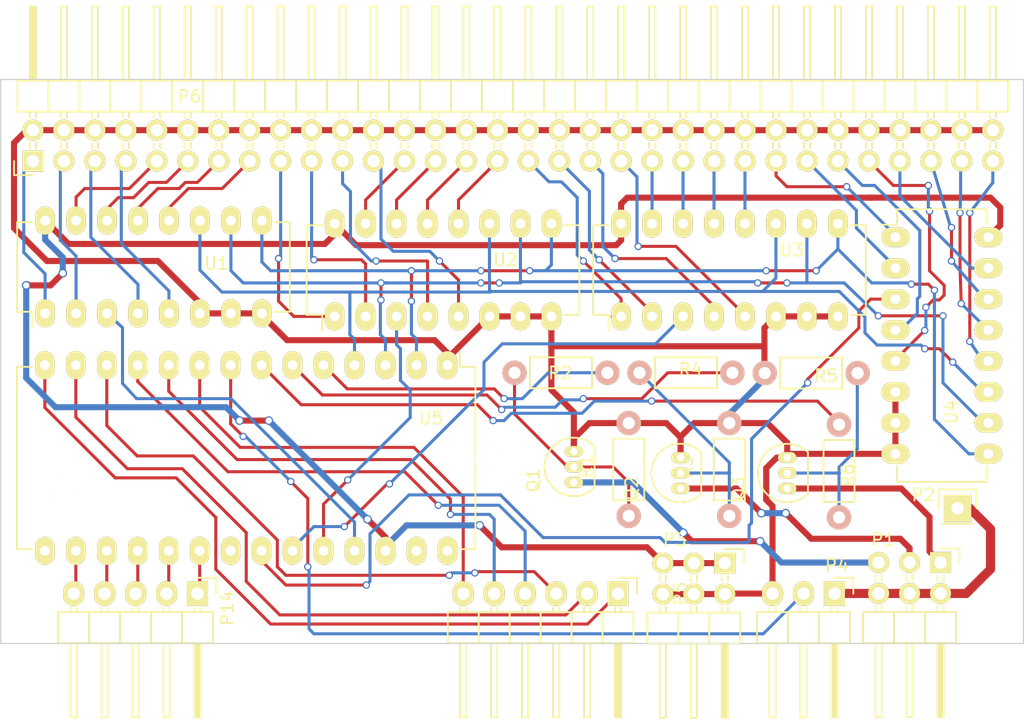
<source format=kicad_pcb>
(kicad_pcb (version 4) (host pcbnew 4.0.4-stable)

  (general
    (links 137)
    (no_connects 0)
    (area 170.049999 80.074999 254.050001 140.325001)
    (thickness 1.6)
    (drawings 8)
    (tracks 636)
    (zones 0)
    (modules 23)
    (nets 68)
  )

  (page A4)
  (layers
    (0 F.Cu signal)
    (31 B.Cu signal)
    (32 B.Adhes user)
    (33 F.Adhes user)
    (34 B.Paste user)
    (35 F.Paste user)
    (36 B.SilkS user)
    (37 F.SilkS user)
    (38 B.Mask user)
    (39 F.Mask user)
    (40 Dwgs.User user)
    (41 Cmts.User user)
    (42 Eco1.User user)
    (43 Eco2.User user)
    (44 Edge.Cuts user)
    (45 Margin user)
    (46 B.CrtYd user)
    (47 F.CrtYd user)
    (48 B.Fab user)
    (49 F.Fab user)
  )

  (setup
    (last_trace_width 0.25)
    (trace_clearance 0.2)
    (zone_clearance 0.508)
    (zone_45_only no)
    (trace_min 0.2)
    (segment_width 0.2)
    (edge_width 0.1)
    (via_size 0.6)
    (via_drill 0.4)
    (via_min_size 0.4)
    (via_min_drill 0.3)
    (uvia_size 0.3)
    (uvia_drill 0.1)
    (uvias_allowed no)
    (uvia_min_size 0.2)
    (uvia_min_drill 0.1)
    (pcb_text_width 0.3)
    (pcb_text_size 1.5 1.5)
    (mod_edge_width 0.15)
    (mod_text_size 1 1)
    (mod_text_width 0.15)
    (pad_size 0.89916 1.50114)
    (pad_drill 0.6)
    (pad_to_mask_clearance 0)
    (aux_axis_origin 0 0)
    (visible_elements 7FFFFFFF)
    (pcbplotparams
      (layerselection 0x00030_80000001)
      (usegerberextensions false)
      (excludeedgelayer true)
      (linewidth 0.100000)
      (plotframeref false)
      (viasonmask false)
      (mode 1)
      (useauxorigin false)
      (hpglpennumber 1)
      (hpglpenspeed 20)
      (hpglpendiameter 15)
      (hpglpenoverlay 2)
      (psnegative false)
      (psa4output false)
      (plotreference true)
      (plotvalue true)
      (plotinvisibletext false)
      (padsonsilk false)
      (subtractmaskfromsilk false)
      (outputformat 4)
      (mirror false)
      (drillshape 2)
      (scaleselection 1)
      (outputdirectory C:/Users/tech/Documents/))
  )

  (net 0 "")
  (net 1 +5V)
  (net 2 "Net-(P4-Pad2)")
  (net 3 GND)
  (net 4 "Net-(P5-Pad1)")
  (net 5 "Net-(P5-Pad2)")
  (net 6 "Net-(P5-Pad3)")
  (net 7 "Net-(P5-Pad4)")
  (net 8 "Net-(P5-Pad5)")
  (net 9 "Net-(P5-Pad6)")
  (net 10 "Net-(P14-Pad1)")
  (net 11 "Net-(P14-Pad2)")
  (net 12 "Net-(P14-Pad3)")
  (net 13 "Net-(P14-Pad4)")
  (net 14 "Net-(P14-Pad5)")
  (net 15 "Net-(Q1-Pad2)")
  (net 16 "Net-(Q2-Pad2)")
  (net 17 "Net-(Q3-Pad2)")
  (net 18 "Net-(R2-Pad1)")
  (net 19 "Net-(R4-Pad1)")
  (net 20 "Net-(R6-Pad1)")
  (net 21 "Net-(U1-Pad9)")
  (net 22 "Net-(U1-Pad10)")
  (net 23 "Net-(U1-Pad11)")
  (net 24 +3V3)
  (net 25 "Net-(U5-Pad15)")
  (net 26 /reserved_for_4051)
  (net 27 "Net-(U5-Pad27)")
  (net 28 "Net-(U5-Pad28)")
  (net 29 "Net-(P1-Pad1)")
  (net 30 "Net-(P1-Pad5)")
  (net 31 "Net-(P1-Pad3)")
  (net 32 "Net-(P6-Pad1)")
  (net 33 "Net-(P6-Pad3)")
  (net 34 "Net-(P6-Pad5)")
  (net 35 "Net-(P6-Pad7)")
  (net 36 "Net-(P6-Pad9)")
  (net 37 "Net-(P6-Pad11)")
  (net 38 "Net-(P6-Pad13)")
  (net 39 "Net-(P6-Pad15)")
  (net 40 "Net-(P6-Pad17)")
  (net 41 "Net-(P6-Pad19)")
  (net 42 "Net-(P6-Pad21)")
  (net 43 "Net-(P6-Pad23)")
  (net 44 "Net-(P6-Pad25)")
  (net 45 "Net-(P6-Pad27)")
  (net 46 "Net-(P6-Pad29)")
  (net 47 "Net-(P6-Pad31)")
  (net 48 "Net-(P6-Pad33)")
  (net 49 "Net-(P6-Pad35)")
  (net 50 "Net-(P6-Pad37)")
  (net 51 "Net-(P6-Pad39)")
  (net 52 "Net-(P6-Pad41)")
  (net 53 "Net-(P6-Pad43)")
  (net 54 "Net-(P6-Pad45)")
  (net 55 "Net-(P6-Pad47)")
  (net 56 "Net-(P6-Pad49)")
  (net 57 "Net-(P6-Pad51)")
  (net 58 "Net-(P6-Pad53)")
  (net 59 "Net-(P6-Pad55)")
  (net 60 "Net-(P6-Pad57)")
  (net 61 "Net-(P6-Pad59)")
  (net 62 "Net-(P6-Pad61)")
  (net 63 "Net-(P6-Pad63)")
  (net 64 "Net-(U1-Pad3)")
  (net 65 "Net-(U2-Pad3)")
  (net 66 "Net-(U3-Pad3)")
  (net 67 "Net-(U4-Pad3)")

  (net_class Default "This is the default net class."
    (clearance 0.2)
    (trace_width 0.25)
    (via_dia 0.6)
    (via_drill 0.4)
    (uvia_dia 0.3)
    (uvia_drill 0.1)
    (add_net /reserved_for_4051)
    (add_net "Net-(P14-Pad1)")
    (add_net "Net-(P14-Pad2)")
    (add_net "Net-(P14-Pad3)")
    (add_net "Net-(P14-Pad4)")
    (add_net "Net-(P14-Pad5)")
    (add_net "Net-(P4-Pad2)")
    (add_net "Net-(P5-Pad1)")
    (add_net "Net-(P5-Pad2)")
    (add_net "Net-(P5-Pad3)")
    (add_net "Net-(P5-Pad4)")
    (add_net "Net-(P5-Pad5)")
    (add_net "Net-(P5-Pad6)")
    (add_net "Net-(P6-Pad1)")
    (add_net "Net-(P6-Pad11)")
    (add_net "Net-(P6-Pad13)")
    (add_net "Net-(P6-Pad15)")
    (add_net "Net-(P6-Pad17)")
    (add_net "Net-(P6-Pad19)")
    (add_net "Net-(P6-Pad21)")
    (add_net "Net-(P6-Pad23)")
    (add_net "Net-(P6-Pad25)")
    (add_net "Net-(P6-Pad27)")
    (add_net "Net-(P6-Pad29)")
    (add_net "Net-(P6-Pad3)")
    (add_net "Net-(P6-Pad31)")
    (add_net "Net-(P6-Pad33)")
    (add_net "Net-(P6-Pad35)")
    (add_net "Net-(P6-Pad37)")
    (add_net "Net-(P6-Pad39)")
    (add_net "Net-(P6-Pad41)")
    (add_net "Net-(P6-Pad43)")
    (add_net "Net-(P6-Pad45)")
    (add_net "Net-(P6-Pad47)")
    (add_net "Net-(P6-Pad49)")
    (add_net "Net-(P6-Pad5)")
    (add_net "Net-(P6-Pad51)")
    (add_net "Net-(P6-Pad53)")
    (add_net "Net-(P6-Pad55)")
    (add_net "Net-(P6-Pad57)")
    (add_net "Net-(P6-Pad59)")
    (add_net "Net-(P6-Pad61)")
    (add_net "Net-(P6-Pad63)")
    (add_net "Net-(P6-Pad7)")
    (add_net "Net-(P6-Pad9)")
    (add_net "Net-(Q1-Pad2)")
    (add_net "Net-(Q2-Pad2)")
    (add_net "Net-(Q3-Pad2)")
    (add_net "Net-(R2-Pad1)")
    (add_net "Net-(R4-Pad1)")
    (add_net "Net-(R6-Pad1)")
    (add_net "Net-(U1-Pad10)")
    (add_net "Net-(U1-Pad11)")
    (add_net "Net-(U1-Pad3)")
    (add_net "Net-(U1-Pad9)")
    (add_net "Net-(U2-Pad3)")
    (add_net "Net-(U3-Pad3)")
    (add_net "Net-(U4-Pad3)")
    (add_net "Net-(U5-Pad15)")
    (add_net "Net-(U5-Pad27)")
    (add_net "Net-(U5-Pad28)")
  )

  (net_class 5Volt ""
    (clearance 0.4)
    (trace_width 0.75)
    (via_dia 0.6)
    (via_drill 0.4)
    (uvia_dia 0.3)
    (uvia_drill 0.1)
    (add_net +5V)
  )

  (net_class Thicker ""
    (clearance 0.2)
    (trace_width 0.5)
    (via_dia 0.7)
    (via_drill 0.5)
    (uvia_dia 0.4)
    (uvia_drill 0.2)
    (add_net +3V3)
    (add_net GND)
    (add_net "Net-(P1-Pad1)")
    (add_net "Net-(P1-Pad3)")
    (add_net "Net-(P1-Pad5)")
  )

  (module Housings_DIP:DIP-28_W15.24mm_LongPads (layer F.Cu) (tedit 58161ACF) (tstamp 58121FAA)
    (at 206.75 110.45 270)
    (descr "28-lead dip package, row spacing 15.24 mm (600 mils), longer pads")
    (tags "dil dip 2.54 600")
    (path /5810D118)
    (fp_text reference U5 (at 4.35 1.35 360) (layer F.SilkS)
      (effects (font (size 1 1) (thickness 0.15)))
    )
    (fp_text value Teensy3.2 (at 5.65 9.55 360) (layer F.Fab)
      (effects (font (size 1 1) (thickness 0.15)))
    )
    (fp_line (start -1.4 -2.45) (end -1.4 35.5) (layer F.CrtYd) (width 0.05))
    (fp_line (start 16.65 -2.45) (end 16.65 35.5) (layer F.CrtYd) (width 0.05))
    (fp_line (start -1.4 -2.45) (end 16.65 -2.45) (layer F.CrtYd) (width 0.05))
    (fp_line (start -1.4 35.5) (end 16.65 35.5) (layer F.CrtYd) (width 0.05))
    (fp_line (start 0.135 -2.295) (end 0.135 -1.025) (layer F.SilkS) (width 0.15))
    (fp_line (start 15.105 -2.295) (end 15.105 -1.025) (layer F.SilkS) (width 0.15))
    (fp_line (start 15.105 35.315) (end 15.105 34.045) (layer F.SilkS) (width 0.15))
    (fp_line (start 0.135 35.315) (end 0.135 34.045) (layer F.SilkS) (width 0.15))
    (fp_line (start 0.135 -2.295) (end 15.105 -2.295) (layer F.SilkS) (width 0.15))
    (fp_line (start 0.135 35.315) (end 15.105 35.315) (layer F.SilkS) (width 0.15))
    (fp_line (start 0.135 -1.025) (end -1.15 -1.025) (layer F.SilkS) (width 0.15))
    (pad 1 thru_hole oval (at 0 0 270) (size 2.3 1.6) (drill 0.8) (layers *.Cu *.Mask F.SilkS)
      (net 3 GND))
    (pad 2 thru_hole oval (at 0 2.54 270) (size 2.3 1.6) (drill 0.8) (layers *.Cu *.Mask F.SilkS)
      (net 21 "Net-(U1-Pad9)"))
    (pad 3 thru_hole oval (at 0 5.08 270) (size 2.3 1.6) (drill 0.8) (layers *.Cu *.Mask F.SilkS)
      (net 22 "Net-(U1-Pad10)"))
    (pad 4 thru_hole oval (at 0 7.62 270) (size 2.3 1.6) (drill 0.8) (layers *.Cu *.Mask F.SilkS)
      (net 23 "Net-(U1-Pad11)"))
    (pad 5 thru_hole oval (at 0 10.16 270) (size 2.3 1.6) (drill 0.8) (layers *.Cu *.Mask F.SilkS)
      (net 18 "Net-(R2-Pad1)"))
    (pad 6 thru_hole oval (at 0 12.7 270) (size 2.3 1.6) (drill 0.8) (layers *.Cu *.Mask F.SilkS)
      (net 19 "Net-(R4-Pad1)"))
    (pad 7 thru_hole oval (at 0 15.24 270) (size 2.3 1.6) (drill 0.8) (layers *.Cu *.Mask F.SilkS)
      (net 20 "Net-(R6-Pad1)"))
    (pad 8 thru_hole oval (at 0 17.78 270) (size 2.3 1.6) (drill 0.8) (layers *.Cu *.Mask F.SilkS)
      (net 2 "Net-(P4-Pad2)"))
    (pad 9 thru_hole oval (at 0 20.32 270) (size 2.3 1.6) (drill 0.8) (layers *.Cu *.Mask F.SilkS)
      (net 9 "Net-(P5-Pad6)"))
    (pad 10 thru_hole oval (at 0 22.86 270) (size 2.3 1.6) (drill 0.8) (layers *.Cu *.Mask F.SilkS)
      (net 8 "Net-(P5-Pad5)"))
    (pad 11 thru_hole oval (at 0 25.4 270) (size 2.3 1.6) (drill 0.8) (layers *.Cu *.Mask F.SilkS)
      (net 7 "Net-(P5-Pad4)"))
    (pad 12 thru_hole oval (at 0 27.94 270) (size 2.3 1.6) (drill 0.8) (layers *.Cu *.Mask F.SilkS)
      (net 6 "Net-(P5-Pad3)"))
    (pad 13 thru_hole oval (at 0 30.48 270) (size 2.3 1.6) (drill 0.8) (layers *.Cu *.Mask F.SilkS)
      (net 5 "Net-(P5-Pad2)"))
    (pad 14 thru_hole oval (at 0 33.02 270) (size 2.3 1.6) (drill 0.8) (layers *.Cu *.Mask F.SilkS)
      (net 4 "Net-(P5-Pad1)"))
    (pad 15 thru_hole oval (at 15.24 33.02 270) (size 2.3 1.6) (drill 0.8) (layers *.Cu *.Mask F.SilkS)
      (net 25 "Net-(U5-Pad15)"))
    (pad 16 thru_hole oval (at 15.24 30.48 270) (size 2.3 1.6) (drill 0.8) (layers *.Cu *.Mask F.SilkS)
      (net 14 "Net-(P14-Pad5)"))
    (pad 17 thru_hole oval (at 15.24 27.94 270) (size 2.3 1.6) (drill 0.8) (layers *.Cu *.Mask F.SilkS)
      (net 13 "Net-(P14-Pad4)"))
    (pad 18 thru_hole oval (at 15.24 25.4 270) (size 2.3 1.6) (drill 0.8) (layers *.Cu *.Mask F.SilkS)
      (net 12 "Net-(P14-Pad3)"))
    (pad 19 thru_hole oval (at 15.24 22.86 270) (size 2.3 1.6) (drill 0.8) (layers *.Cu *.Mask F.SilkS)
      (net 11 "Net-(P14-Pad2)"))
    (pad 20 thru_hole oval (at 15.24 20.32 270) (size 2.3 1.6) (drill 0.8) (layers *.Cu *.Mask F.SilkS)
      (net 10 "Net-(P14-Pad1)"))
    (pad 21 thru_hole oval (at 15.24 17.78 270) (size 2.3 1.6) (drill 0.8) (layers *.Cu *.Mask F.SilkS)
      (net 26 /reserved_for_4051))
    (pad 22 thru_hole oval (at 15.24 15.24 270) (size 2.3 1.6) (drill 0.8) (layers *.Cu *.Mask F.SilkS)
      (net 67 "Net-(U4-Pad3)"))
    (pad 23 thru_hole oval (at 15.24 12.7 270) (size 2.3 1.6) (drill 0.8) (layers *.Cu *.Mask F.SilkS)
      (net 66 "Net-(U3-Pad3)"))
    (pad 24 thru_hole oval (at 15.24 10.16 270) (size 2.3 1.6) (drill 0.8) (layers *.Cu *.Mask F.SilkS)
      (net 65 "Net-(U2-Pad3)"))
    (pad 25 thru_hole oval (at 15.24 7.62 270) (size 2.3 1.6) (drill 0.8) (layers *.Cu *.Mask F.SilkS)
      (net 64 "Net-(U1-Pad3)"))
    (pad 26 thru_hole oval (at 15.24 5.08 270) (size 2.3 1.6) (drill 0.8) (layers *.Cu *.Mask F.SilkS)
      (net 24 +3V3))
    (pad 27 thru_hole oval (at 15.24 2.54 270) (size 2.3 1.6) (drill 0.8) (layers *.Cu *.Mask F.SilkS)
      (net 27 "Net-(U5-Pad27)"))
    (pad 28 thru_hole oval (at 15.24 0 270) (size 2.3 1.6) (drill 0.8) (layers *.Cu *.Mask F.SilkS)
      (net 28 "Net-(U5-Pad28)"))
    (model Housings_DIP.3dshapes/DIP-28_W15.24mm_LongPads.wrl
      (at (xyz 0 0 0))
      (scale (xyz 1 1 1))
      (rotate (xyz 0 0 0))
    )
  )

  (module Pin_Headers:Pin_Header_Angled_2x32 (layer F.Cu) (tedit 58161B95) (tstamp 581331AA)
    (at 172.75 93.7 90)
    (descr "Through hole pin header")
    (tags "pin header")
    (path /5813B5E9)
    (fp_text reference P6 (at 5.3 12.85 180) (layer F.SilkS)
      (effects (font (size 1 1) (thickness 0.15)))
    )
    (fp_text value "BTN 1-32" (at 5.4 6.25 180) (layer F.Fab)
      (effects (font (size 1 1) (thickness 0.15)))
    )
    (fp_line (start -1.35 -1.75) (end -1.35 80.5) (layer F.CrtYd) (width 0.05))
    (fp_line (start 13.2 -1.75) (end 13.2 80.5) (layer F.CrtYd) (width 0.05))
    (fp_line (start -1.35 -1.75) (end 13.2 -1.75) (layer F.CrtYd) (width 0.05))
    (fp_line (start -1.35 80.5) (end 13.2 80.5) (layer F.CrtYd) (width 0.05))
    (fp_line (start 1.524 -0.254) (end 1.016 -0.254) (layer F.SilkS) (width 0.15))
    (fp_line (start 1.524 0.254) (end 1.016 0.254) (layer F.SilkS) (width 0.15))
    (fp_line (start 1.524 2.286) (end 1.016 2.286) (layer F.SilkS) (width 0.15))
    (fp_line (start 1.524 2.794) (end 1.016 2.794) (layer F.SilkS) (width 0.15))
    (fp_line (start 1.524 7.874) (end 1.016 7.874) (layer F.SilkS) (width 0.15))
    (fp_line (start 1.524 7.366) (end 1.016 7.366) (layer F.SilkS) (width 0.15))
    (fp_line (start 1.524 5.334) (end 1.016 5.334) (layer F.SilkS) (width 0.15))
    (fp_line (start 1.524 4.826) (end 1.016 4.826) (layer F.SilkS) (width 0.15))
    (fp_line (start 1.524 25.146) (end 1.016 25.146) (layer F.SilkS) (width 0.15))
    (fp_line (start 1.524 25.654) (end 1.016 25.654) (layer F.SilkS) (width 0.15))
    (fp_line (start 1.524 27.686) (end 1.016 27.686) (layer F.SilkS) (width 0.15))
    (fp_line (start 1.524 28.194) (end 1.016 28.194) (layer F.SilkS) (width 0.15))
    (fp_line (start 1.524 23.114) (end 1.016 23.114) (layer F.SilkS) (width 0.15))
    (fp_line (start 1.524 22.606) (end 1.016 22.606) (layer F.SilkS) (width 0.15))
    (fp_line (start 1.524 20.574) (end 1.016 20.574) (layer F.SilkS) (width 0.15))
    (fp_line (start 1.524 20.066) (end 1.016 20.066) (layer F.SilkS) (width 0.15))
    (fp_line (start 1.524 9.906) (end 1.016 9.906) (layer F.SilkS) (width 0.15))
    (fp_line (start 1.524 10.414) (end 1.016 10.414) (layer F.SilkS) (width 0.15))
    (fp_line (start 1.524 12.446) (end 1.016 12.446) (layer F.SilkS) (width 0.15))
    (fp_line (start 1.524 12.954) (end 1.016 12.954) (layer F.SilkS) (width 0.15))
    (fp_line (start 1.524 18.034) (end 1.016 18.034) (layer F.SilkS) (width 0.15))
    (fp_line (start 1.524 17.526) (end 1.016 17.526) (layer F.SilkS) (width 0.15))
    (fp_line (start 1.524 15.494) (end 1.016 15.494) (layer F.SilkS) (width 0.15))
    (fp_line (start 1.524 14.986) (end 1.016 14.986) (layer F.SilkS) (width 0.15))
    (fp_line (start 1.524 55.626) (end 1.016 55.626) (layer F.SilkS) (width 0.15))
    (fp_line (start 1.524 56.134) (end 1.016 56.134) (layer F.SilkS) (width 0.15))
    (fp_line (start 1.524 58.166) (end 1.016 58.166) (layer F.SilkS) (width 0.15))
    (fp_line (start 1.524 58.674) (end 1.016 58.674) (layer F.SilkS) (width 0.15))
    (fp_line (start 1.524 53.594) (end 1.016 53.594) (layer F.SilkS) (width 0.15))
    (fp_line (start 1.524 53.086) (end 1.016 53.086) (layer F.SilkS) (width 0.15))
    (fp_line (start 1.524 51.054) (end 1.016 51.054) (layer F.SilkS) (width 0.15))
    (fp_line (start 1.524 50.546) (end 1.016 50.546) (layer F.SilkS) (width 0.15))
    (fp_line (start 1.524 60.706) (end 1.016 60.706) (layer F.SilkS) (width 0.15))
    (fp_line (start 1.524 61.214) (end 1.016 61.214) (layer F.SilkS) (width 0.15))
    (fp_line (start 1.524 63.246) (end 1.016 63.246) (layer F.SilkS) (width 0.15))
    (fp_line (start 1.524 63.754) (end 1.016 63.754) (layer F.SilkS) (width 0.15))
    (fp_line (start 1.524 68.834) (end 1.016 68.834) (layer F.SilkS) (width 0.15))
    (fp_line (start 1.524 68.326) (end 1.016 68.326) (layer F.SilkS) (width 0.15))
    (fp_line (start 1.524 66.294) (end 1.016 66.294) (layer F.SilkS) (width 0.15))
    (fp_line (start 1.524 65.786) (end 1.016 65.786) (layer F.SilkS) (width 0.15))
    (fp_line (start 1.524 45.466) (end 1.016 45.466) (layer F.SilkS) (width 0.15))
    (fp_line (start 1.524 45.974) (end 1.016 45.974) (layer F.SilkS) (width 0.15))
    (fp_line (start 1.524 48.006) (end 1.016 48.006) (layer F.SilkS) (width 0.15))
    (fp_line (start 1.524 48.514) (end 1.016 48.514) (layer F.SilkS) (width 0.15))
    (fp_line (start 1.524 43.434) (end 1.016 43.434) (layer F.SilkS) (width 0.15))
    (fp_line (start 1.524 42.926) (end 1.016 42.926) (layer F.SilkS) (width 0.15))
    (fp_line (start 1.524 40.894) (end 1.016 40.894) (layer F.SilkS) (width 0.15))
    (fp_line (start 1.524 40.386) (end 1.016 40.386) (layer F.SilkS) (width 0.15))
    (fp_line (start 1.524 30.226) (end 1.016 30.226) (layer F.SilkS) (width 0.15))
    (fp_line (start 1.524 30.734) (end 1.016 30.734) (layer F.SilkS) (width 0.15))
    (fp_line (start 1.524 32.766) (end 1.016 32.766) (layer F.SilkS) (width 0.15))
    (fp_line (start 1.524 33.274) (end 1.016 33.274) (layer F.SilkS) (width 0.15))
    (fp_line (start 1.524 38.354) (end 1.016 38.354) (layer F.SilkS) (width 0.15))
    (fp_line (start 1.524 37.846) (end 1.016 37.846) (layer F.SilkS) (width 0.15))
    (fp_line (start 1.524 35.814) (end 1.016 35.814) (layer F.SilkS) (width 0.15))
    (fp_line (start 1.524 35.306) (end 1.016 35.306) (layer F.SilkS) (width 0.15))
    (fp_line (start 1.524 70.866) (end 1.016 70.866) (layer F.SilkS) (width 0.15))
    (fp_line (start 1.524 71.374) (end 1.016 71.374) (layer F.SilkS) (width 0.15))
    (fp_line (start 1.524 73.406) (end 1.016 73.406) (layer F.SilkS) (width 0.15))
    (fp_line (start 1.524 73.914) (end 1.016 73.914) (layer F.SilkS) (width 0.15))
    (fp_line (start 1.524 78.994) (end 1.016 78.994) (layer F.SilkS) (width 0.15))
    (fp_line (start 1.524 78.486) (end 1.016 78.486) (layer F.SilkS) (width 0.15))
    (fp_line (start 1.524 76.454) (end 1.016 76.454) (layer F.SilkS) (width 0.15))
    (fp_line (start 1.524 75.946) (end 1.016 75.946) (layer F.SilkS) (width 0.15))
    (fp_line (start 4.064 45.466) (end 3.556 45.466) (layer F.SilkS) (width 0.15))
    (fp_line (start 4.064 45.974) (end 3.556 45.974) (layer F.SilkS) (width 0.15))
    (fp_line (start 4.064 48.006) (end 3.556 48.006) (layer F.SilkS) (width 0.15))
    (fp_line (start 4.064 48.514) (end 3.556 48.514) (layer F.SilkS) (width 0.15))
    (fp_line (start 4.064 43.434) (end 3.556 43.434) (layer F.SilkS) (width 0.15))
    (fp_line (start 4.064 42.926) (end 3.556 42.926) (layer F.SilkS) (width 0.15))
    (fp_line (start 4.064 40.894) (end 3.556 40.894) (layer F.SilkS) (width 0.15))
    (fp_line (start 4.064 40.386) (end 3.556 40.386) (layer F.SilkS) (width 0.15))
    (fp_line (start 4.064 50.546) (end 3.556 50.546) (layer F.SilkS) (width 0.15))
    (fp_line (start 4.064 51.054) (end 3.556 51.054) (layer F.SilkS) (width 0.15))
    (fp_line (start 4.064 53.086) (end 3.556 53.086) (layer F.SilkS) (width 0.15))
    (fp_line (start 4.064 53.594) (end 3.556 53.594) (layer F.SilkS) (width 0.15))
    (fp_line (start 4.064 58.674) (end 3.556 58.674) (layer F.SilkS) (width 0.15))
    (fp_line (start 4.064 58.166) (end 3.556 58.166) (layer F.SilkS) (width 0.15))
    (fp_line (start 4.064 56.134) (end 3.556 56.134) (layer F.SilkS) (width 0.15))
    (fp_line (start 4.064 55.626) (end 3.556 55.626) (layer F.SilkS) (width 0.15))
    (fp_line (start 4.064 75.946) (end 3.556 75.946) (layer F.SilkS) (width 0.15))
    (fp_line (start 4.064 76.454) (end 3.556 76.454) (layer F.SilkS) (width 0.15))
    (fp_line (start 4.064 78.486) (end 3.556 78.486) (layer F.SilkS) (width 0.15))
    (fp_line (start 4.064 78.994) (end 3.556 78.994) (layer F.SilkS) (width 0.15))
    (fp_line (start 4.064 73.914) (end 3.556 73.914) (layer F.SilkS) (width 0.15))
    (fp_line (start 4.064 73.406) (end 3.556 73.406) (layer F.SilkS) (width 0.15))
    (fp_line (start 4.064 71.374) (end 3.556 71.374) (layer F.SilkS) (width 0.15))
    (fp_line (start 4.064 70.866) (end 3.556 70.866) (layer F.SilkS) (width 0.15))
    (fp_line (start 4.064 60.706) (end 3.556 60.706) (layer F.SilkS) (width 0.15))
    (fp_line (start 4.064 61.214) (end 3.556 61.214) (layer F.SilkS) (width 0.15))
    (fp_line (start 4.064 63.246) (end 3.556 63.246) (layer F.SilkS) (width 0.15))
    (fp_line (start 4.064 63.754) (end 3.556 63.754) (layer F.SilkS) (width 0.15))
    (fp_line (start 4.064 68.834) (end 3.556 68.834) (layer F.SilkS) (width 0.15))
    (fp_line (start 4.064 68.326) (end 3.556 68.326) (layer F.SilkS) (width 0.15))
    (fp_line (start 4.064 66.294) (end 3.556 66.294) (layer F.SilkS) (width 0.15))
    (fp_line (start 4.064 65.786) (end 3.556 65.786) (layer F.SilkS) (width 0.15))
    (fp_line (start 4.064 25.146) (end 3.556 25.146) (layer F.SilkS) (width 0.15))
    (fp_line (start 4.064 25.654) (end 3.556 25.654) (layer F.SilkS) (width 0.15))
    (fp_line (start 4.064 27.686) (end 3.556 27.686) (layer F.SilkS) (width 0.15))
    (fp_line (start 4.064 28.194) (end 3.556 28.194) (layer F.SilkS) (width 0.15))
    (fp_line (start 4.064 23.114) (end 3.556 23.114) (layer F.SilkS) (width 0.15))
    (fp_line (start 4.064 22.606) (end 3.556 22.606) (layer F.SilkS) (width 0.15))
    (fp_line (start 4.064 20.574) (end 3.556 20.574) (layer F.SilkS) (width 0.15))
    (fp_line (start 4.064 20.066) (end 3.556 20.066) (layer F.SilkS) (width 0.15))
    (fp_line (start 4.064 30.226) (end 3.556 30.226) (layer F.SilkS) (width 0.15))
    (fp_line (start 4.064 30.734) (end 3.556 30.734) (layer F.SilkS) (width 0.15))
    (fp_line (start 4.064 32.766) (end 3.556 32.766) (layer F.SilkS) (width 0.15))
    (fp_line (start 4.064 33.274) (end 3.556 33.274) (layer F.SilkS) (width 0.15))
    (fp_line (start 4.064 38.354) (end 3.556 38.354) (layer F.SilkS) (width 0.15))
    (fp_line (start 4.064 37.846) (end 3.556 37.846) (layer F.SilkS) (width 0.15))
    (fp_line (start 4.064 35.814) (end 3.556 35.814) (layer F.SilkS) (width 0.15))
    (fp_line (start 4.064 35.306) (end 3.556 35.306) (layer F.SilkS) (width 0.15))
    (fp_line (start 4.064 14.986) (end 3.556 14.986) (layer F.SilkS) (width 0.15))
    (fp_line (start 4.064 15.494) (end 3.556 15.494) (layer F.SilkS) (width 0.15))
    (fp_line (start 4.064 17.526) (end 3.556 17.526) (layer F.SilkS) (width 0.15))
    (fp_line (start 4.064 18.034) (end 3.556 18.034) (layer F.SilkS) (width 0.15))
    (fp_line (start 4.064 12.954) (end 3.556 12.954) (layer F.SilkS) (width 0.15))
    (fp_line (start 4.064 12.446) (end 3.556 12.446) (layer F.SilkS) (width 0.15))
    (fp_line (start 4.064 10.414) (end 3.556 10.414) (layer F.SilkS) (width 0.15))
    (fp_line (start 4.064 9.906) (end 3.556 9.906) (layer F.SilkS) (width 0.15))
    (fp_line (start 4.064 -0.254) (end 3.556 -0.254) (layer F.SilkS) (width 0.15))
    (fp_line (start 4.064 0.254) (end 3.556 0.254) (layer F.SilkS) (width 0.15))
    (fp_line (start 4.064 2.286) (end 3.556 2.286) (layer F.SilkS) (width 0.15))
    (fp_line (start 4.064 2.794) (end 3.556 2.794) (layer F.SilkS) (width 0.15))
    (fp_line (start 4.064 7.874) (end 3.556 7.874) (layer F.SilkS) (width 0.15))
    (fp_line (start 4.064 7.366) (end 3.556 7.366) (layer F.SilkS) (width 0.15))
    (fp_line (start 4.064 5.334) (end 3.556 5.334) (layer F.SilkS) (width 0.15))
    (fp_line (start 4.064 4.826) (end 3.556 4.826) (layer F.SilkS) (width 0.15))
    (fp_line (start 0 -1.55) (end -1.15 -1.55) (layer F.SilkS) (width 0.15))
    (fp_line (start -1.15 -1.55) (end -1.15 0) (layer F.SilkS) (width 0.15))
    (fp_line (start 6.604 -0.127) (end 12.573 -0.127) (layer F.SilkS) (width 0.15))
    (fp_line (start 12.573 -0.127) (end 12.573 0.127) (layer F.SilkS) (width 0.15))
    (fp_line (start 12.573 0.127) (end 6.731 0.127) (layer F.SilkS) (width 0.15))
    (fp_line (start 6.731 0.127) (end 6.731 0) (layer F.SilkS) (width 0.15))
    (fp_line (start 6.731 0) (end 12.573 0) (layer F.SilkS) (width 0.15))
    (fp_line (start 4.064 39.37) (end 6.604 39.37) (layer F.SilkS) (width 0.15))
    (fp_line (start 4.064 39.37) (end 4.064 41.91) (layer F.SilkS) (width 0.15))
    (fp_line (start 4.064 41.91) (end 6.604 41.91) (layer F.SilkS) (width 0.15))
    (fp_line (start 6.604 40.386) (end 12.7 40.386) (layer F.SilkS) (width 0.15))
    (fp_line (start 12.7 40.386) (end 12.7 40.894) (layer F.SilkS) (width 0.15))
    (fp_line (start 12.7 40.894) (end 6.604 40.894) (layer F.SilkS) (width 0.15))
    (fp_line (start 6.604 41.91) (end 6.604 39.37) (layer F.SilkS) (width 0.15))
    (fp_line (start 6.604 44.45) (end 6.604 41.91) (layer F.SilkS) (width 0.15))
    (fp_line (start 12.7 43.434) (end 6.604 43.434) (layer F.SilkS) (width 0.15))
    (fp_line (start 12.7 42.926) (end 12.7 43.434) (layer F.SilkS) (width 0.15))
    (fp_line (start 6.604 42.926) (end 12.7 42.926) (layer F.SilkS) (width 0.15))
    (fp_line (start 4.064 44.45) (end 6.604 44.45) (layer F.SilkS) (width 0.15))
    (fp_line (start 4.064 41.91) (end 4.064 44.45) (layer F.SilkS) (width 0.15))
    (fp_line (start 4.064 41.91) (end 6.604 41.91) (layer F.SilkS) (width 0.15))
    (fp_line (start 4.064 46.99) (end 6.604 46.99) (layer F.SilkS) (width 0.15))
    (fp_line (start 4.064 46.99) (end 4.064 49.53) (layer F.SilkS) (width 0.15))
    (fp_line (start 4.064 49.53) (end 6.604 49.53) (layer F.SilkS) (width 0.15))
    (fp_line (start 6.604 48.006) (end 12.7 48.006) (layer F.SilkS) (width 0.15))
    (fp_line (start 12.7 48.006) (end 12.7 48.514) (layer F.SilkS) (width 0.15))
    (fp_line (start 12.7 48.514) (end 6.604 48.514) (layer F.SilkS) (width 0.15))
    (fp_line (start 6.604 49.53) (end 6.604 46.99) (layer F.SilkS) (width 0.15))
    (fp_line (start 6.604 46.99) (end 6.604 44.45) (layer F.SilkS) (width 0.15))
    (fp_line (start 12.7 45.974) (end 6.604 45.974) (layer F.SilkS) (width 0.15))
    (fp_line (start 12.7 45.466) (end 12.7 45.974) (layer F.SilkS) (width 0.15))
    (fp_line (start 6.604 45.466) (end 12.7 45.466) (layer F.SilkS) (width 0.15))
    (fp_line (start 4.064 46.99) (end 6.604 46.99) (layer F.SilkS) (width 0.15))
    (fp_line (start 4.064 44.45) (end 4.064 46.99) (layer F.SilkS) (width 0.15))
    (fp_line (start 4.064 44.45) (end 6.604 44.45) (layer F.SilkS) (width 0.15))
    (fp_line (start 4.064 54.61) (end 6.604 54.61) (layer F.SilkS) (width 0.15))
    (fp_line (start 4.064 54.61) (end 4.064 57.15) (layer F.SilkS) (width 0.15))
    (fp_line (start 4.064 57.15) (end 6.604 57.15) (layer F.SilkS) (width 0.15))
    (fp_line (start 6.604 55.626) (end 12.7 55.626) (layer F.SilkS) (width 0.15))
    (fp_line (start 12.7 55.626) (end 12.7 56.134) (layer F.SilkS) (width 0.15))
    (fp_line (start 12.7 56.134) (end 6.604 56.134) (layer F.SilkS) (width 0.15))
    (fp_line (start 6.604 57.15) (end 6.604 54.61) (layer F.SilkS) (width 0.15))
    (fp_line (start 6.604 59.69) (end 6.604 57.15) (layer F.SilkS) (width 0.15))
    (fp_line (start 12.7 58.674) (end 6.604 58.674) (layer F.SilkS) (width 0.15))
    (fp_line (start 12.7 58.166) (end 12.7 58.674) (layer F.SilkS) (width 0.15))
    (fp_line (start 6.604 58.166) (end 12.7 58.166) (layer F.SilkS) (width 0.15))
    (fp_line (start 4.064 59.69) (end 6.604 59.69) (layer F.SilkS) (width 0.15))
    (fp_line (start 4.064 57.15) (end 4.064 59.69) (layer F.SilkS) (width 0.15))
    (fp_line (start 4.064 57.15) (end 6.604 57.15) (layer F.SilkS) (width 0.15))
    (fp_line (start 4.064 52.07) (end 6.604 52.07) (layer F.SilkS) (width 0.15))
    (fp_line (start 4.064 52.07) (end 4.064 54.61) (layer F.SilkS) (width 0.15))
    (fp_line (start 4.064 54.61) (end 6.604 54.61) (layer F.SilkS) (width 0.15))
    (fp_line (start 6.604 53.086) (end 12.7 53.086) (layer F.SilkS) (width 0.15))
    (fp_line (start 12.7 53.086) (end 12.7 53.594) (layer F.SilkS) (width 0.15))
    (fp_line (start 12.7 53.594) (end 6.604 53.594) (layer F.SilkS) (width 0.15))
    (fp_line (start 6.604 54.61) (end 6.604 52.07) (layer F.SilkS) (width 0.15))
    (fp_line (start 6.604 52.07) (end 6.604 49.53) (layer F.SilkS) (width 0.15))
    (fp_line (start 12.7 51.054) (end 6.604 51.054) (layer F.SilkS) (width 0.15))
    (fp_line (start 12.7 50.546) (end 12.7 51.054) (layer F.SilkS) (width 0.15))
    (fp_line (start 6.604 50.546) (end 12.7 50.546) (layer F.SilkS) (width 0.15))
    (fp_line (start 4.064 52.07) (end 6.604 52.07) (layer F.SilkS) (width 0.15))
    (fp_line (start 4.064 49.53) (end 4.064 52.07) (layer F.SilkS) (width 0.15))
    (fp_line (start 4.064 49.53) (end 6.604 49.53) (layer F.SilkS) (width 0.15))
    (fp_line (start 4.064 69.85) (end 6.604 69.85) (layer F.SilkS) (width 0.15))
    (fp_line (start 4.064 69.85) (end 4.064 72.39) (layer F.SilkS) (width 0.15))
    (fp_line (start 4.064 72.39) (end 6.604 72.39) (layer F.SilkS) (width 0.15))
    (fp_line (start 6.604 70.866) (end 12.7 70.866) (layer F.SilkS) (width 0.15))
    (fp_line (start 12.7 70.866) (end 12.7 71.374) (layer F.SilkS) (width 0.15))
    (fp_line (start 12.7 71.374) (end 6.604 71.374) (layer F.SilkS) (width 0.15))
    (fp_line (start 6.604 72.39) (end 6.604 69.85) (layer F.SilkS) (width 0.15))
    (fp_line (start 6.604 74.93) (end 6.604 72.39) (layer F.SilkS) (width 0.15))
    (fp_line (start 12.7 73.914) (end 6.604 73.914) (layer F.SilkS) (width 0.15))
    (fp_line (start 12.7 73.406) (end 12.7 73.914) (layer F.SilkS) (width 0.15))
    (fp_line (start 6.604 73.406) (end 12.7 73.406) (layer F.SilkS) (width 0.15))
    (fp_line (start 4.064 74.93) (end 6.604 74.93) (layer F.SilkS) (width 0.15))
    (fp_line (start 4.064 72.39) (end 4.064 74.93) (layer F.SilkS) (width 0.15))
    (fp_line (start 4.064 72.39) (end 6.604 72.39) (layer F.SilkS) (width 0.15))
    (fp_line (start 4.064 77.47) (end 6.604 77.47) (layer F.SilkS) (width 0.15))
    (fp_line (start 4.064 77.47) (end 4.064 80.01) (layer F.SilkS) (width 0.15))
    (fp_line (start 4.064 80.01) (end 6.604 80.01) (layer F.SilkS) (width 0.15))
    (fp_line (start 6.604 78.486) (end 12.7 78.486) (layer F.SilkS) (width 0.15))
    (fp_line (start 12.7 78.486) (end 12.7 78.994) (layer F.SilkS) (width 0.15))
    (fp_line (start 12.7 78.994) (end 6.604 78.994) (layer F.SilkS) (width 0.15))
    (fp_line (start 6.604 80.01) (end 6.604 77.47) (layer F.SilkS) (width 0.15))
    (fp_line (start 6.604 77.47) (end 6.604 74.93) (layer F.SilkS) (width 0.15))
    (fp_line (start 12.7 76.454) (end 6.604 76.454) (layer F.SilkS) (width 0.15))
    (fp_line (start 12.7 75.946) (end 12.7 76.454) (layer F.SilkS) (width 0.15))
    (fp_line (start 6.604 75.946) (end 12.7 75.946) (layer F.SilkS) (width 0.15))
    (fp_line (start 4.064 77.47) (end 6.604 77.47) (layer F.SilkS) (width 0.15))
    (fp_line (start 4.064 74.93) (end 4.064 77.47) (layer F.SilkS) (width 0.15))
    (fp_line (start 4.064 74.93) (end 6.604 74.93) (layer F.SilkS) (width 0.15))
    (fp_line (start 4.064 64.77) (end 6.604 64.77) (layer F.SilkS) (width 0.15))
    (fp_line (start 4.064 64.77) (end 4.064 67.31) (layer F.SilkS) (width 0.15))
    (fp_line (start 4.064 67.31) (end 6.604 67.31) (layer F.SilkS) (width 0.15))
    (fp_line (start 6.604 65.786) (end 12.7 65.786) (layer F.SilkS) (width 0.15))
    (fp_line (start 12.7 65.786) (end 12.7 66.294) (layer F.SilkS) (width 0.15))
    (fp_line (start 12.7 66.294) (end 6.604 66.294) (layer F.SilkS) (width 0.15))
    (fp_line (start 6.604 67.31) (end 6.604 64.77) (layer F.SilkS) (width 0.15))
    (fp_line (start 6.604 69.85) (end 6.604 67.31) (layer F.SilkS) (width 0.15))
    (fp_line (start 12.7 68.834) (end 6.604 68.834) (layer F.SilkS) (width 0.15))
    (fp_line (start 12.7 68.326) (end 12.7 68.834) (layer F.SilkS) (width 0.15))
    (fp_line (start 6.604 68.326) (end 12.7 68.326) (layer F.SilkS) (width 0.15))
    (fp_line (start 4.064 69.85) (end 6.604 69.85) (layer F.SilkS) (width 0.15))
    (fp_line (start 4.064 67.31) (end 4.064 69.85) (layer F.SilkS) (width 0.15))
    (fp_line (start 4.064 67.31) (end 6.604 67.31) (layer F.SilkS) (width 0.15))
    (fp_line (start 4.064 62.23) (end 6.604 62.23) (layer F.SilkS) (width 0.15))
    (fp_line (start 4.064 62.23) (end 4.064 64.77) (layer F.SilkS) (width 0.15))
    (fp_line (start 4.064 64.77) (end 6.604 64.77) (layer F.SilkS) (width 0.15))
    (fp_line (start 6.604 63.246) (end 12.7 63.246) (layer F.SilkS) (width 0.15))
    (fp_line (start 12.7 63.246) (end 12.7 63.754) (layer F.SilkS) (width 0.15))
    (fp_line (start 12.7 63.754) (end 6.604 63.754) (layer F.SilkS) (width 0.15))
    (fp_line (start 6.604 64.77) (end 6.604 62.23) (layer F.SilkS) (width 0.15))
    (fp_line (start 6.604 62.23) (end 6.604 59.69) (layer F.SilkS) (width 0.15))
    (fp_line (start 12.7 61.214) (end 6.604 61.214) (layer F.SilkS) (width 0.15))
    (fp_line (start 12.7 60.706) (end 12.7 61.214) (layer F.SilkS) (width 0.15))
    (fp_line (start 6.604 60.706) (end 12.7 60.706) (layer F.SilkS) (width 0.15))
    (fp_line (start 4.064 62.23) (end 6.604 62.23) (layer F.SilkS) (width 0.15))
    (fp_line (start 4.064 59.69) (end 4.064 62.23) (layer F.SilkS) (width 0.15))
    (fp_line (start 4.064 59.69) (end 6.604 59.69) (layer F.SilkS) (width 0.15))
    (fp_line (start 4.064 19.05) (end 6.604 19.05) (layer F.SilkS) (width 0.15))
    (fp_line (start 4.064 19.05) (end 4.064 21.59) (layer F.SilkS) (width 0.15))
    (fp_line (start 4.064 21.59) (end 6.604 21.59) (layer F.SilkS) (width 0.15))
    (fp_line (start 6.604 20.066) (end 12.7 20.066) (layer F.SilkS) (width 0.15))
    (fp_line (start 12.7 20.066) (end 12.7 20.574) (layer F.SilkS) (width 0.15))
    (fp_line (start 12.7 20.574) (end 6.604 20.574) (layer F.SilkS) (width 0.15))
    (fp_line (start 6.604 21.59) (end 6.604 19.05) (layer F.SilkS) (width 0.15))
    (fp_line (start 6.604 24.13) (end 6.604 21.59) (layer F.SilkS) (width 0.15))
    (fp_line (start 12.7 23.114) (end 6.604 23.114) (layer F.SilkS) (width 0.15))
    (fp_line (start 12.7 22.606) (end 12.7 23.114) (layer F.SilkS) (width 0.15))
    (fp_line (start 6.604 22.606) (end 12.7 22.606) (layer F.SilkS) (width 0.15))
    (fp_line (start 4.064 24.13) (end 6.604 24.13) (layer F.SilkS) (width 0.15))
    (fp_line (start 4.064 21.59) (end 4.064 24.13) (layer F.SilkS) (width 0.15))
    (fp_line (start 4.064 21.59) (end 6.604 21.59) (layer F.SilkS) (width 0.15))
    (fp_line (start 4.064 26.67) (end 6.604 26.67) (layer F.SilkS) (width 0.15))
    (fp_line (start 4.064 26.67) (end 4.064 29.21) (layer F.SilkS) (width 0.15))
    (fp_line (start 4.064 29.21) (end 6.604 29.21) (layer F.SilkS) (width 0.15))
    (fp_line (start 6.604 27.686) (end 12.7 27.686) (layer F.SilkS) (width 0.15))
    (fp_line (start 12.7 27.686) (end 12.7 28.194) (layer F.SilkS) (width 0.15))
    (fp_line (start 12.7 28.194) (end 6.604 28.194) (layer F.SilkS) (width 0.15))
    (fp_line (start 6.604 29.21) (end 6.604 26.67) (layer F.SilkS) (width 0.15))
    (fp_line (start 6.604 26.67) (end 6.604 24.13) (layer F.SilkS) (width 0.15))
    (fp_line (start 12.7 25.654) (end 6.604 25.654) (layer F.SilkS) (width 0.15))
    (fp_line (start 12.7 25.146) (end 12.7 25.654) (layer F.SilkS) (width 0.15))
    (fp_line (start 6.604 25.146) (end 12.7 25.146) (layer F.SilkS) (width 0.15))
    (fp_line (start 4.064 26.67) (end 6.604 26.67) (layer F.SilkS) (width 0.15))
    (fp_line (start 4.064 24.13) (end 4.064 26.67) (layer F.SilkS) (width 0.15))
    (fp_line (start 4.064 24.13) (end 6.604 24.13) (layer F.SilkS) (width 0.15))
    (fp_line (start 4.064 34.29) (end 6.604 34.29) (layer F.SilkS) (width 0.15))
    (fp_line (start 4.064 34.29) (end 4.064 36.83) (layer F.SilkS) (width 0.15))
    (fp_line (start 4.064 36.83) (end 6.604 36.83) (layer F.SilkS) (width 0.15))
    (fp_line (start 6.604 35.306) (end 12.7 35.306) (layer F.SilkS) (width 0.15))
    (fp_line (start 12.7 35.306) (end 12.7 35.814) (layer F.SilkS) (width 0.15))
    (fp_line (start 12.7 35.814) (end 6.604 35.814) (layer F.SilkS) (width 0.15))
    (fp_line (start 6.604 36.83) (end 6.604 34.29) (layer F.SilkS) (width 0.15))
    (fp_line (start 6.604 39.37) (end 6.604 36.83) (layer F.SilkS) (width 0.15))
    (fp_line (start 12.7 38.354) (end 6.604 38.354) (layer F.SilkS) (width 0.15))
    (fp_line (start 12.7 37.846) (end 12.7 38.354) (layer F.SilkS) (width 0.15))
    (fp_line (start 6.604 37.846) (end 12.7 37.846) (layer F.SilkS) (width 0.15))
    (fp_line (start 4.064 39.37) (end 6.604 39.37) (layer F.SilkS) (width 0.15))
    (fp_line (start 4.064 36.83) (end 4.064 39.37) (layer F.SilkS) (width 0.15))
    (fp_line (start 4.064 36.83) (end 6.604 36.83) (layer F.SilkS) (width 0.15))
    (fp_line (start 4.064 31.75) (end 6.604 31.75) (layer F.SilkS) (width 0.15))
    (fp_line (start 4.064 31.75) (end 4.064 34.29) (layer F.SilkS) (width 0.15))
    (fp_line (start 4.064 34.29) (end 6.604 34.29) (layer F.SilkS) (width 0.15))
    (fp_line (start 6.604 32.766) (end 12.7 32.766) (layer F.SilkS) (width 0.15))
    (fp_line (start 12.7 32.766) (end 12.7 33.274) (layer F.SilkS) (width 0.15))
    (fp_line (start 12.7 33.274) (end 6.604 33.274) (layer F.SilkS) (width 0.15))
    (fp_line (start 6.604 34.29) (end 6.604 31.75) (layer F.SilkS) (width 0.15))
    (fp_line (start 6.604 31.75) (end 6.604 29.21) (layer F.SilkS) (width 0.15))
    (fp_line (start 12.7 30.734) (end 6.604 30.734) (layer F.SilkS) (width 0.15))
    (fp_line (start 12.7 30.226) (end 12.7 30.734) (layer F.SilkS) (width 0.15))
    (fp_line (start 6.604 30.226) (end 12.7 30.226) (layer F.SilkS) (width 0.15))
    (fp_line (start 4.064 31.75) (end 6.604 31.75) (layer F.SilkS) (width 0.15))
    (fp_line (start 4.064 29.21) (end 4.064 31.75) (layer F.SilkS) (width 0.15))
    (fp_line (start 4.064 29.21) (end 6.604 29.21) (layer F.SilkS) (width 0.15))
    (fp_line (start 4.064 8.89) (end 6.604 8.89) (layer F.SilkS) (width 0.15))
    (fp_line (start 4.064 8.89) (end 4.064 11.43) (layer F.SilkS) (width 0.15))
    (fp_line (start 4.064 11.43) (end 6.604 11.43) (layer F.SilkS) (width 0.15))
    (fp_line (start 6.604 9.906) (end 12.7 9.906) (layer F.SilkS) (width 0.15))
    (fp_line (start 12.7 9.906) (end 12.7 10.414) (layer F.SilkS) (width 0.15))
    (fp_line (start 12.7 10.414) (end 6.604 10.414) (layer F.SilkS) (width 0.15))
    (fp_line (start 6.604 11.43) (end 6.604 8.89) (layer F.SilkS) (width 0.15))
    (fp_line (start 6.604 13.97) (end 6.604 11.43) (layer F.SilkS) (width 0.15))
    (fp_line (start 12.7 12.954) (end 6.604 12.954) (layer F.SilkS) (width 0.15))
    (fp_line (start 12.7 12.446) (end 12.7 12.954) (layer F.SilkS) (width 0.15))
    (fp_line (start 6.604 12.446) (end 12.7 12.446) (layer F.SilkS) (width 0.15))
    (fp_line (start 4.064 13.97) (end 6.604 13.97) (layer F.SilkS) (width 0.15))
    (fp_line (start 4.064 11.43) (end 4.064 13.97) (layer F.SilkS) (width 0.15))
    (fp_line (start 4.064 11.43) (end 6.604 11.43) (layer F.SilkS) (width 0.15))
    (fp_line (start 4.064 16.51) (end 6.604 16.51) (layer F.SilkS) (width 0.15))
    (fp_line (start 4.064 16.51) (end 4.064 19.05) (layer F.SilkS) (width 0.15))
    (fp_line (start 4.064 19.05) (end 6.604 19.05) (layer F.SilkS) (width 0.15))
    (fp_line (start 6.604 17.526) (end 12.7 17.526) (layer F.SilkS) (width 0.15))
    (fp_line (start 12.7 17.526) (end 12.7 18.034) (layer F.SilkS) (width 0.15))
    (fp_line (start 12.7 18.034) (end 6.604 18.034) (layer F.SilkS) (width 0.15))
    (fp_line (start 6.604 19.05) (end 6.604 16.51) (layer F.SilkS) (width 0.15))
    (fp_line (start 6.604 16.51) (end 6.604 13.97) (layer F.SilkS) (width 0.15))
    (fp_line (start 12.7 15.494) (end 6.604 15.494) (layer F.SilkS) (width 0.15))
    (fp_line (start 12.7 14.986) (end 12.7 15.494) (layer F.SilkS) (width 0.15))
    (fp_line (start 6.604 14.986) (end 12.7 14.986) (layer F.SilkS) (width 0.15))
    (fp_line (start 4.064 16.51) (end 6.604 16.51) (layer F.SilkS) (width 0.15))
    (fp_line (start 4.064 13.97) (end 4.064 16.51) (layer F.SilkS) (width 0.15))
    (fp_line (start 4.064 13.97) (end 6.604 13.97) (layer F.SilkS) (width 0.15))
    (fp_line (start 4.064 3.81) (end 6.604 3.81) (layer F.SilkS) (width 0.15))
    (fp_line (start 4.064 3.81) (end 4.064 6.35) (layer F.SilkS) (width 0.15))
    (fp_line (start 4.064 6.35) (end 6.604 6.35) (layer F.SilkS) (width 0.15))
    (fp_line (start 6.604 4.826) (end 12.7 4.826) (layer F.SilkS) (width 0.15))
    (fp_line (start 12.7 4.826) (end 12.7 5.334) (layer F.SilkS) (width 0.15))
    (fp_line (start 12.7 5.334) (end 6.604 5.334) (layer F.SilkS) (width 0.15))
    (fp_line (start 6.604 6.35) (end 6.604 3.81) (layer F.SilkS) (width 0.15))
    (fp_line (start 6.604 8.89) (end 6.604 6.35) (layer F.SilkS) (width 0.15))
    (fp_line (start 12.7 7.874) (end 6.604 7.874) (layer F.SilkS) (width 0.15))
    (fp_line (start 12.7 7.366) (end 12.7 7.874) (layer F.SilkS) (width 0.15))
    (fp_line (start 6.604 7.366) (end 12.7 7.366) (layer F.SilkS) (width 0.15))
    (fp_line (start 4.064 8.89) (end 6.604 8.89) (layer F.SilkS) (width 0.15))
    (fp_line (start 4.064 6.35) (end 4.064 8.89) (layer F.SilkS) (width 0.15))
    (fp_line (start 4.064 6.35) (end 6.604 6.35) (layer F.SilkS) (width 0.15))
    (fp_line (start 4.064 1.27) (end 6.604 1.27) (layer F.SilkS) (width 0.15))
    (fp_line (start 4.064 1.27) (end 4.064 3.81) (layer F.SilkS) (width 0.15))
    (fp_line (start 4.064 3.81) (end 6.604 3.81) (layer F.SilkS) (width 0.15))
    (fp_line (start 6.604 2.286) (end 12.7 2.286) (layer F.SilkS) (width 0.15))
    (fp_line (start 12.7 2.286) (end 12.7 2.794) (layer F.SilkS) (width 0.15))
    (fp_line (start 12.7 2.794) (end 6.604 2.794) (layer F.SilkS) (width 0.15))
    (fp_line (start 6.604 3.81) (end 6.604 1.27) (layer F.SilkS) (width 0.15))
    (fp_line (start 6.604 1.27) (end 6.604 -1.27) (layer F.SilkS) (width 0.15))
    (fp_line (start 12.7 0.254) (end 6.604 0.254) (layer F.SilkS) (width 0.15))
    (fp_line (start 12.7 -0.254) (end 12.7 0.254) (layer F.SilkS) (width 0.15))
    (fp_line (start 6.604 -0.254) (end 12.7 -0.254) (layer F.SilkS) (width 0.15))
    (fp_line (start 4.064 1.27) (end 6.604 1.27) (layer F.SilkS) (width 0.15))
    (fp_line (start 4.064 -1.27) (end 4.064 1.27) (layer F.SilkS) (width 0.15))
    (fp_line (start 4.064 -1.27) (end 6.604 -1.27) (layer F.SilkS) (width 0.15))
    (pad 1 thru_hole rect (at 0 0 90) (size 1.7272 1.7272) (drill 1.016) (layers *.Cu *.Mask F.SilkS)
      (net 32 "Net-(P6-Pad1)"))
    (pad 2 thru_hole oval (at 2.54 0 90) (size 1.7272 1.7272) (drill 1.016) (layers *.Cu *.Mask F.SilkS)
      (net 3 GND))
    (pad 3 thru_hole oval (at 0 2.54 90) (size 1.7272 1.7272) (drill 1.016) (layers *.Cu *.Mask F.SilkS)
      (net 33 "Net-(P6-Pad3)"))
    (pad 4 thru_hole oval (at 2.54 2.54 90) (size 1.7272 1.7272) (drill 1.016) (layers *.Cu *.Mask F.SilkS)
      (net 3 GND))
    (pad 5 thru_hole oval (at 0 5.08 90) (size 1.7272 1.7272) (drill 1.016) (layers *.Cu *.Mask F.SilkS)
      (net 34 "Net-(P6-Pad5)"))
    (pad 6 thru_hole oval (at 2.54 5.08 90) (size 1.7272 1.7272) (drill 1.016) (layers *.Cu *.Mask F.SilkS)
      (net 3 GND))
    (pad 7 thru_hole oval (at 0 7.62 90) (size 1.7272 1.7272) (drill 1.016) (layers *.Cu *.Mask F.SilkS)
      (net 35 "Net-(P6-Pad7)"))
    (pad 8 thru_hole oval (at 2.54 7.62 90) (size 1.7272 1.7272) (drill 1.016) (layers *.Cu *.Mask F.SilkS)
      (net 3 GND))
    (pad 9 thru_hole oval (at 0 10.16 90) (size 1.7272 1.7272) (drill 1.016) (layers *.Cu *.Mask F.SilkS)
      (net 36 "Net-(P6-Pad9)"))
    (pad 10 thru_hole oval (at 2.54 10.16 90) (size 1.7272 1.7272) (drill 1.016) (layers *.Cu *.Mask F.SilkS)
      (net 3 GND))
    (pad 11 thru_hole oval (at 0 12.7 90) (size 1.7272 1.7272) (drill 1.016) (layers *.Cu *.Mask F.SilkS)
      (net 37 "Net-(P6-Pad11)"))
    (pad 12 thru_hole oval (at 2.54 12.7 90) (size 1.7272 1.7272) (drill 1.016) (layers *.Cu *.Mask F.SilkS)
      (net 3 GND))
    (pad 13 thru_hole oval (at 0 15.24 90) (size 1.7272 1.7272) (drill 1.016) (layers *.Cu *.Mask F.SilkS)
      (net 38 "Net-(P6-Pad13)"))
    (pad 14 thru_hole oval (at 2.54 15.24 90) (size 1.7272 1.7272) (drill 1.016) (layers *.Cu *.Mask F.SilkS)
      (net 3 GND))
    (pad 15 thru_hole oval (at 0 17.78 90) (size 1.7272 1.7272) (drill 1.016) (layers *.Cu *.Mask F.SilkS)
      (net 39 "Net-(P6-Pad15)"))
    (pad 16 thru_hole oval (at 2.54 17.78 90) (size 1.7272 1.7272) (drill 1.016) (layers *.Cu *.Mask F.SilkS)
      (net 3 GND))
    (pad 17 thru_hole oval (at 0 20.32 90) (size 1.7272 1.7272) (drill 1.016) (layers *.Cu *.Mask F.SilkS)
      (net 40 "Net-(P6-Pad17)"))
    (pad 18 thru_hole oval (at 2.54 20.32 90) (size 1.7272 1.7272) (drill 1.016) (layers *.Cu *.Mask F.SilkS)
      (net 3 GND))
    (pad 19 thru_hole oval (at 0 22.86 90) (size 1.7272 1.7272) (drill 1.016) (layers *.Cu *.Mask F.SilkS)
      (net 41 "Net-(P6-Pad19)"))
    (pad 20 thru_hole oval (at 2.54 22.86 90) (size 1.7272 1.7272) (drill 1.016) (layers *.Cu *.Mask F.SilkS)
      (net 3 GND))
    (pad 21 thru_hole oval (at 0 25.4 90) (size 1.7272 1.7272) (drill 1.016) (layers *.Cu *.Mask F.SilkS)
      (net 42 "Net-(P6-Pad21)"))
    (pad 22 thru_hole oval (at 2.54 25.4 90) (size 1.7272 1.7272) (drill 1.016) (layers *.Cu *.Mask F.SilkS)
      (net 3 GND))
    (pad 23 thru_hole oval (at 0 27.94 90) (size 1.7272 1.7272) (drill 1.016) (layers *.Cu *.Mask F.SilkS)
      (net 43 "Net-(P6-Pad23)"))
    (pad 24 thru_hole oval (at 2.54 27.94 90) (size 1.7272 1.7272) (drill 1.016) (layers *.Cu *.Mask F.SilkS)
      (net 3 GND))
    (pad 25 thru_hole oval (at 0 30.48 90) (size 1.7272 1.7272) (drill 1.016) (layers *.Cu *.Mask F.SilkS)
      (net 44 "Net-(P6-Pad25)"))
    (pad 26 thru_hole oval (at 2.54 30.48 90) (size 1.7272 1.7272) (drill 1.016) (layers *.Cu *.Mask F.SilkS)
      (net 3 GND))
    (pad 27 thru_hole oval (at 0 33.02 90) (size 1.7272 1.7272) (drill 1.016) (layers *.Cu *.Mask F.SilkS)
      (net 45 "Net-(P6-Pad27)"))
    (pad 28 thru_hole oval (at 2.54 33.02 90) (size 1.7272 1.7272) (drill 1.016) (layers *.Cu *.Mask F.SilkS)
      (net 3 GND))
    (pad 29 thru_hole oval (at 0 35.56 90) (size 1.7272 1.7272) (drill 1.016) (layers *.Cu *.Mask F.SilkS)
      (net 46 "Net-(P6-Pad29)"))
    (pad 30 thru_hole oval (at 2.54 35.56 90) (size 1.7272 1.7272) (drill 1.016) (layers *.Cu *.Mask F.SilkS)
      (net 3 GND))
    (pad 31 thru_hole oval (at 0 38.1 90) (size 1.7272 1.7272) (drill 1.016) (layers *.Cu *.Mask F.SilkS)
      (net 47 "Net-(P6-Pad31)"))
    (pad 32 thru_hole oval (at 2.54 38.1 90) (size 1.7272 1.7272) (drill 1.016) (layers *.Cu *.Mask F.SilkS)
      (net 3 GND))
    (pad 33 thru_hole oval (at 0 40.64 90) (size 1.7272 1.7272) (drill 1.016) (layers *.Cu *.Mask F.SilkS)
      (net 48 "Net-(P6-Pad33)"))
    (pad 34 thru_hole oval (at 2.54 40.64 90) (size 1.7272 1.7272) (drill 1.016) (layers *.Cu *.Mask F.SilkS)
      (net 3 GND))
    (pad 35 thru_hole oval (at 0 43.18 90) (size 1.7272 1.7272) (drill 1.016) (layers *.Cu *.Mask F.SilkS)
      (net 49 "Net-(P6-Pad35)"))
    (pad 36 thru_hole oval (at 2.54 43.18 90) (size 1.7272 1.7272) (drill 1.016) (layers *.Cu *.Mask F.SilkS)
      (net 3 GND))
    (pad 37 thru_hole oval (at 0 45.72 90) (size 1.7272 1.7272) (drill 1.016) (layers *.Cu *.Mask F.SilkS)
      (net 50 "Net-(P6-Pad37)"))
    (pad 38 thru_hole oval (at 2.54 45.72 90) (size 1.7272 1.7272) (drill 1.016) (layers *.Cu *.Mask F.SilkS)
      (net 3 GND))
    (pad 39 thru_hole oval (at 0 48.26 90) (size 1.7272 1.7272) (drill 1.016) (layers *.Cu *.Mask F.SilkS)
      (net 51 "Net-(P6-Pad39)"))
    (pad 40 thru_hole oval (at 2.54 48.26 90) (size 1.7272 1.7272) (drill 1.016) (layers *.Cu *.Mask F.SilkS)
      (net 3 GND))
    (pad 41 thru_hole oval (at 0 50.8 90) (size 1.7272 1.7272) (drill 1.016) (layers *.Cu *.Mask F.SilkS)
      (net 52 "Net-(P6-Pad41)"))
    (pad 42 thru_hole oval (at 2.54 50.8 90) (size 1.7272 1.7272) (drill 1.016) (layers *.Cu *.Mask F.SilkS)
      (net 3 GND))
    (pad 43 thru_hole oval (at 0 53.34 90) (size 1.7272 1.7272) (drill 1.016) (layers *.Cu *.Mask F.SilkS)
      (net 53 "Net-(P6-Pad43)"))
    (pad 44 thru_hole oval (at 2.54 53.34 90) (size 1.7272 1.7272) (drill 1.016) (layers *.Cu *.Mask F.SilkS)
      (net 3 GND))
    (pad 45 thru_hole oval (at 0 55.88 90) (size 1.7272 1.7272) (drill 1.016) (layers *.Cu *.Mask F.SilkS)
      (net 54 "Net-(P6-Pad45)"))
    (pad 46 thru_hole oval (at 2.54 55.88 90) (size 1.7272 1.7272) (drill 1.016) (layers *.Cu *.Mask F.SilkS)
      (net 3 GND))
    (pad 47 thru_hole oval (at 0 58.42 90) (size 1.7272 1.7272) (drill 1.016) (layers *.Cu *.Mask F.SilkS)
      (net 55 "Net-(P6-Pad47)"))
    (pad 48 thru_hole oval (at 2.54 58.42 90) (size 1.7272 1.7272) (drill 1.016) (layers *.Cu *.Mask F.SilkS)
      (net 3 GND))
    (pad 49 thru_hole oval (at 0 60.96 90) (size 1.7272 1.7272) (drill 1.016) (layers *.Cu *.Mask F.SilkS)
      (net 56 "Net-(P6-Pad49)"))
    (pad 50 thru_hole oval (at 2.54 60.96 90) (size 1.7272 1.7272) (drill 1.016) (layers *.Cu *.Mask F.SilkS)
      (net 3 GND))
    (pad 51 thru_hole oval (at 0 63.5 90) (size 1.7272 1.7272) (drill 1.016) (layers *.Cu *.Mask F.SilkS)
      (net 57 "Net-(P6-Pad51)"))
    (pad 52 thru_hole oval (at 2.54 63.5 90) (size 1.7272 1.7272) (drill 1.016) (layers *.Cu *.Mask F.SilkS)
      (net 3 GND))
    (pad 53 thru_hole oval (at 0 66.04 90) (size 1.7272 1.7272) (drill 1.016) (layers *.Cu *.Mask F.SilkS)
      (net 58 "Net-(P6-Pad53)"))
    (pad 54 thru_hole oval (at 2.54 66.04 90) (size 1.7272 1.7272) (drill 1.016) (layers *.Cu *.Mask F.SilkS)
      (net 3 GND))
    (pad 55 thru_hole oval (at 0 68.58 90) (size 1.7272 1.7272) (drill 1.016) (layers *.Cu *.Mask F.SilkS)
      (net 59 "Net-(P6-Pad55)"))
    (pad 56 thru_hole oval (at 2.54 68.58 90) (size 1.7272 1.7272) (drill 1.016) (layers *.Cu *.Mask F.SilkS)
      (net 3 GND))
    (pad 57 thru_hole oval (at 0 71.12 90) (size 1.7272 1.7272) (drill 1.016) (layers *.Cu *.Mask F.SilkS)
      (net 60 "Net-(P6-Pad57)"))
    (pad 58 thru_hole oval (at 2.54 71.12 90) (size 1.7272 1.7272) (drill 1.016) (layers *.Cu *.Mask F.SilkS)
      (net 3 GND))
    (pad 59 thru_hole oval (at 0 73.66 90) (size 1.7272 1.7272) (drill 1.016) (layers *.Cu *.Mask F.SilkS)
      (net 61 "Net-(P6-Pad59)"))
    (pad 60 thru_hole oval (at 2.54 73.66 90) (size 1.7272 1.7272) (drill 1.016) (layers *.Cu *.Mask F.SilkS)
      (net 3 GND))
    (pad 61 thru_hole oval (at 0 76.2 90) (size 1.7272 1.7272) (drill 1.016) (layers *.Cu *.Mask F.SilkS)
      (net 62 "Net-(P6-Pad61)"))
    (pad 62 thru_hole oval (at 2.54 76.2 90) (size 1.7272 1.7272) (drill 1.016) (layers *.Cu *.Mask F.SilkS)
      (net 3 GND))
    (pad 63 thru_hole oval (at 0 78.74 90) (size 1.7272 1.7272) (drill 1.016) (layers *.Cu *.Mask F.SilkS)
      (net 63 "Net-(P6-Pad63)"))
    (pad 64 thru_hole oval (at 2.54 78.74 90) (size 1.7272 1.7272) (drill 1.016) (layers *.Cu *.Mask F.SilkS)
      (net 3 GND))
    (model Pin_Headers.3dshapes/Pin_Header_Angled_2x32.wrl
      (at (xyz 0.05 -1.55 0))
      (scale (xyz 1 1 1))
      (rotate (xyz 0 0 90))
    )
  )

  (module Pin_Headers:Pin_Header_Angled_2x03 (layer F.Cu) (tedit 58161B23) (tstamp 58121B9F)
    (at 247.2 126.65 270)
    (descr "Through hole pin header")
    (tags "pin header")
    (path /581250E2)
    (fp_text reference P1 (at -1.85 4.7 360) (layer F.SilkS)
      (effects (font (size 1 1) (thickness 0.15)))
    )
    (fp_text value "AUX 1-3" (at 5.5 2.5 360) (layer F.Fab)
      (effects (font (size 1 1) (thickness 0.15)))
    )
    (fp_line (start -1.35 -1.75) (end -1.35 6.85) (layer F.CrtYd) (width 0.05))
    (fp_line (start 13.2 -1.75) (end 13.2 6.85) (layer F.CrtYd) (width 0.05))
    (fp_line (start -1.35 -1.75) (end 13.2 -1.75) (layer F.CrtYd) (width 0.05))
    (fp_line (start -1.35 6.85) (end 13.2 6.85) (layer F.CrtYd) (width 0.05))
    (fp_line (start 1.524 5.334) (end 1.016 5.334) (layer F.SilkS) (width 0.15))
    (fp_line (start 1.524 4.826) (end 1.016 4.826) (layer F.SilkS) (width 0.15))
    (fp_line (start 1.524 2.794) (end 1.016 2.794) (layer F.SilkS) (width 0.15))
    (fp_line (start 1.524 2.286) (end 1.016 2.286) (layer F.SilkS) (width 0.15))
    (fp_line (start 1.524 0.254) (end 1.016 0.254) (layer F.SilkS) (width 0.15))
    (fp_line (start 1.524 -0.254) (end 1.016 -0.254) (layer F.SilkS) (width 0.15))
    (fp_line (start 4.064 2.286) (end 3.556 2.286) (layer F.SilkS) (width 0.15))
    (fp_line (start 4.064 2.794) (end 3.556 2.794) (layer F.SilkS) (width 0.15))
    (fp_line (start 4.064 4.826) (end 3.556 4.826) (layer F.SilkS) (width 0.15))
    (fp_line (start 4.064 5.334) (end 3.556 5.334) (layer F.SilkS) (width 0.15))
    (fp_line (start 4.064 -0.254) (end 3.556 -0.254) (layer F.SilkS) (width 0.15))
    (fp_line (start 4.064 0.254) (end 3.556 0.254) (layer F.SilkS) (width 0.15))
    (fp_line (start 0 -1.55) (end -1.15 -1.55) (layer F.SilkS) (width 0.15))
    (fp_line (start -1.15 -1.55) (end -1.15 0) (layer F.SilkS) (width 0.15))
    (fp_line (start 6.604 -0.127) (end 12.573 -0.127) (layer F.SilkS) (width 0.15))
    (fp_line (start 12.573 -0.127) (end 12.573 0.127) (layer F.SilkS) (width 0.15))
    (fp_line (start 12.573 0.127) (end 6.731 0.127) (layer F.SilkS) (width 0.15))
    (fp_line (start 6.731 0.127) (end 6.731 0) (layer F.SilkS) (width 0.15))
    (fp_line (start 6.731 0) (end 12.573 0) (layer F.SilkS) (width 0.15))
    (fp_line (start 4.064 1.27) (end 4.064 3.81) (layer F.SilkS) (width 0.15))
    (fp_line (start 4.064 3.81) (end 6.604 3.81) (layer F.SilkS) (width 0.15))
    (fp_line (start 6.604 2.286) (end 12.7 2.286) (layer F.SilkS) (width 0.15))
    (fp_line (start 12.7 2.286) (end 12.7 2.794) (layer F.SilkS) (width 0.15))
    (fp_line (start 12.7 2.794) (end 6.604 2.794) (layer F.SilkS) (width 0.15))
    (fp_line (start 6.604 3.81) (end 6.604 1.27) (layer F.SilkS) (width 0.15))
    (fp_line (start 4.064 6.35) (end 6.604 6.35) (layer F.SilkS) (width 0.15))
    (fp_line (start 6.604 6.35) (end 6.604 3.81) (layer F.SilkS) (width 0.15))
    (fp_line (start 12.7 5.334) (end 6.604 5.334) (layer F.SilkS) (width 0.15))
    (fp_line (start 12.7 4.826) (end 12.7 5.334) (layer F.SilkS) (width 0.15))
    (fp_line (start 6.604 4.826) (end 12.7 4.826) (layer F.SilkS) (width 0.15))
    (fp_line (start 4.064 6.35) (end 6.604 6.35) (layer F.SilkS) (width 0.15))
    (fp_line (start 4.064 3.81) (end 4.064 6.35) (layer F.SilkS) (width 0.15))
    (fp_line (start 4.064 3.81) (end 6.604 3.81) (layer F.SilkS) (width 0.15))
    (fp_line (start 4.064 1.27) (end 6.604 1.27) (layer F.SilkS) (width 0.15))
    (fp_line (start 6.604 1.27) (end 6.604 -1.27) (layer F.SilkS) (width 0.15))
    (fp_line (start 12.7 0.254) (end 6.604 0.254) (layer F.SilkS) (width 0.15))
    (fp_line (start 12.7 -0.254) (end 12.7 0.254) (layer F.SilkS) (width 0.15))
    (fp_line (start 6.604 -0.254) (end 12.7 -0.254) (layer F.SilkS) (width 0.15))
    (fp_line (start 4.064 1.27) (end 6.604 1.27) (layer F.SilkS) (width 0.15))
    (fp_line (start 4.064 -1.27) (end 4.064 1.27) (layer F.SilkS) (width 0.15))
    (fp_line (start 4.064 -1.27) (end 6.604 -1.27) (layer F.SilkS) (width 0.15))
    (pad 1 thru_hole rect (at 0 0 270) (size 1.7272 1.7272) (drill 1.016) (layers *.Cu *.Mask F.SilkS)
      (net 29 "Net-(P1-Pad1)"))
    (pad 2 thru_hole oval (at 2.54 0 270) (size 1.7272 1.7272) (drill 1.016) (layers *.Cu *.Mask F.SilkS)
      (net 1 +5V))
    (pad 3 thru_hole oval (at 0 2.54 270) (size 1.7272 1.7272) (drill 1.016) (layers *.Cu *.Mask F.SilkS)
      (net 31 "Net-(P1-Pad3)"))
    (pad 4 thru_hole oval (at 2.54 2.54 270) (size 1.7272 1.7272) (drill 1.016) (layers *.Cu *.Mask F.SilkS)
      (net 1 +5V))
    (pad 5 thru_hole oval (at 0 5.08 270) (size 1.7272 1.7272) (drill 1.016) (layers *.Cu *.Mask F.SilkS)
      (net 30 "Net-(P1-Pad5)"))
    (pad 6 thru_hole oval (at 2.54 5.08 270) (size 1.7272 1.7272) (drill 1.016) (layers *.Cu *.Mask F.SilkS)
      (net 1 +5V))
    (model Pin_Headers.3dshapes/Pin_Header_Angled_2x03.wrl
      (at (xyz 0.05 -0.1 0))
      (scale (xyz 1 1 1))
      (rotate (xyz 0 0 90))
    )
  )

  (module Pin_Headers:Pin_Header_Straight_1x01 (layer F.Cu) (tedit 58171029) (tstamp 58121BAC)
    (at 248.6 122.2)
    (descr "Through hole pin header")
    (tags "pin header")
    (path /58126797)
    (fp_text reference P2 (at -2.8 -1.1) (layer F.SilkS)
      (effects (font (size 1 1) (thickness 0.15)))
    )
    (fp_text value VUSB (at 2.8 0 90) (layer F.Fab)
      (effects (font (size 1 1) (thickness 0.15)))
    )
    (fp_line (start 1.55 -1.55) (end 1.55 0) (layer F.SilkS) (width 0.15))
    (fp_line (start -1.75 -1.75) (end -1.75 1.75) (layer F.CrtYd) (width 0.05))
    (fp_line (start 1.75 -1.75) (end 1.75 1.75) (layer F.CrtYd) (width 0.05))
    (fp_line (start -1.75 -1.75) (end 1.75 -1.75) (layer F.CrtYd) (width 0.05))
    (fp_line (start -1.75 1.75) (end 1.75 1.75) (layer F.CrtYd) (width 0.05))
    (fp_line (start -1.55 0) (end -1.55 -1.55) (layer F.SilkS) (width 0.15))
    (fp_line (start -1.55 -1.55) (end 1.55 -1.55) (layer F.SilkS) (width 0.15))
    (fp_line (start -1.27 1.27) (end 1.27 1.27) (layer F.SilkS) (width 0.15))
    (pad 1 thru_hole rect (at 0 0) (size 2.2352 2.2352) (drill 1.016) (layers *.Cu *.Mask F.SilkS)
      (net 1 +5V))
    (model Pin_Headers.3dshapes/Pin_Header_Straight_1x01.wrl
      (at (xyz 0 0 0))
      (scale (xyz 1 1 1))
      (rotate (xyz 0 0 90))
    )
  )

  (module Pin_Headers:Pin_Header_Angled_1x03 (layer F.Cu) (tedit 58161B1F) (tstamp 58121BD9)
    (at 238.5 129.2 270)
    (descr "Through hole pin header")
    (tags "pin header")
    (path /581036AC)
    (fp_text reference P4 (at -2.3 -0.2 360) (layer F.SilkS)
      (effects (font (size 1 1) (thickness 0.15)))
    )
    (fp_text value "Pit limiter" (at 3 2.5 360) (layer F.Fab)
      (effects (font (size 1 1) (thickness 0.15)))
    )
    (fp_line (start -1.5 -1.75) (end -1.5 6.85) (layer F.CrtYd) (width 0.05))
    (fp_line (start 10.65 -1.75) (end 10.65 6.85) (layer F.CrtYd) (width 0.05))
    (fp_line (start -1.5 -1.75) (end 10.65 -1.75) (layer F.CrtYd) (width 0.05))
    (fp_line (start -1.5 6.85) (end 10.65 6.85) (layer F.CrtYd) (width 0.05))
    (fp_line (start -1.3 -1.55) (end -1.3 0) (layer F.SilkS) (width 0.15))
    (fp_line (start 0 -1.55) (end -1.3 -1.55) (layer F.SilkS) (width 0.15))
    (fp_line (start 4.191 -0.127) (end 10.033 -0.127) (layer F.SilkS) (width 0.15))
    (fp_line (start 10.033 -0.127) (end 10.033 0.127) (layer F.SilkS) (width 0.15))
    (fp_line (start 10.033 0.127) (end 4.191 0.127) (layer F.SilkS) (width 0.15))
    (fp_line (start 4.191 0.127) (end 4.191 0) (layer F.SilkS) (width 0.15))
    (fp_line (start 4.191 0) (end 10.033 0) (layer F.SilkS) (width 0.15))
    (fp_line (start 1.524 -0.254) (end 1.143 -0.254) (layer F.SilkS) (width 0.15))
    (fp_line (start 1.524 0.254) (end 1.143 0.254) (layer F.SilkS) (width 0.15))
    (fp_line (start 1.524 2.286) (end 1.143 2.286) (layer F.SilkS) (width 0.15))
    (fp_line (start 1.524 2.794) (end 1.143 2.794) (layer F.SilkS) (width 0.15))
    (fp_line (start 1.524 4.826) (end 1.143 4.826) (layer F.SilkS) (width 0.15))
    (fp_line (start 1.524 5.334) (end 1.143 5.334) (layer F.SilkS) (width 0.15))
    (fp_line (start 4.064 1.27) (end 4.064 -1.27) (layer F.SilkS) (width 0.15))
    (fp_line (start 10.16 0.254) (end 4.064 0.254) (layer F.SilkS) (width 0.15))
    (fp_line (start 10.16 -0.254) (end 10.16 0.254) (layer F.SilkS) (width 0.15))
    (fp_line (start 4.064 -0.254) (end 10.16 -0.254) (layer F.SilkS) (width 0.15))
    (fp_line (start 1.524 1.27) (end 4.064 1.27) (layer F.SilkS) (width 0.15))
    (fp_line (start 1.524 -1.27) (end 1.524 1.27) (layer F.SilkS) (width 0.15))
    (fp_line (start 1.524 -1.27) (end 4.064 -1.27) (layer F.SilkS) (width 0.15))
    (fp_line (start 1.524 3.81) (end 4.064 3.81) (layer F.SilkS) (width 0.15))
    (fp_line (start 1.524 3.81) (end 1.524 6.35) (layer F.SilkS) (width 0.15))
    (fp_line (start 4.064 4.826) (end 10.16 4.826) (layer F.SilkS) (width 0.15))
    (fp_line (start 10.16 4.826) (end 10.16 5.334) (layer F.SilkS) (width 0.15))
    (fp_line (start 10.16 5.334) (end 4.064 5.334) (layer F.SilkS) (width 0.15))
    (fp_line (start 4.064 6.35) (end 4.064 3.81) (layer F.SilkS) (width 0.15))
    (fp_line (start 4.064 3.81) (end 4.064 1.27) (layer F.SilkS) (width 0.15))
    (fp_line (start 10.16 2.794) (end 4.064 2.794) (layer F.SilkS) (width 0.15))
    (fp_line (start 10.16 2.286) (end 10.16 2.794) (layer F.SilkS) (width 0.15))
    (fp_line (start 4.064 2.286) (end 10.16 2.286) (layer F.SilkS) (width 0.15))
    (fp_line (start 1.524 3.81) (end 4.064 3.81) (layer F.SilkS) (width 0.15))
    (fp_line (start 1.524 1.27) (end 1.524 3.81) (layer F.SilkS) (width 0.15))
    (fp_line (start 1.524 1.27) (end 4.064 1.27) (layer F.SilkS) (width 0.15))
    (fp_line (start 1.524 6.35) (end 4.064 6.35) (layer F.SilkS) (width 0.15))
    (pad 1 thru_hole rect (at 0 0 270) (size 2.032 1.7272) (drill 1.016) (layers *.Cu *.Mask F.SilkS)
      (net 1 +5V))
    (pad 2 thru_hole oval (at 0 2.54 270) (size 2.032 1.7272) (drill 1.016) (layers *.Cu *.Mask F.SilkS)
      (net 2 "Net-(P4-Pad2)"))
    (pad 3 thru_hole oval (at 0 5.08 270) (size 2.032 1.7272) (drill 1.016) (layers *.Cu *.Mask F.SilkS)
      (net 3 GND))
    (model Pin_Headers.3dshapes/Pin_Header_Angled_1x03.wrl
      (at (xyz 0 -0.1 0))
      (scale (xyz 1 1 1))
      (rotate (xyz 0 0 90))
    )
  )

  (module Pin_Headers:Pin_Header_Angled_1x06 (layer F.Cu) (tedit 58133766) (tstamp 58121C24)
    (at 220.75 129.2 270)
    (descr "Through hole pin header")
    (tags "pin header")
    (path /57F1AF96)
    (fp_text reference P5 (at 0 -5.1 270) (layer F.SilkS)
      (effects (font (size 1 1) (thickness 0.15)))
    )
    (fp_text value "Rotary Encoders" (at 3 6.5 360) (layer F.Fab)
      (effects (font (size 1 1) (thickness 0.15)))
    )
    (fp_line (start -1.5 -1.75) (end -1.5 14.45) (layer F.CrtYd) (width 0.05))
    (fp_line (start 10.65 -1.75) (end 10.65 14.45) (layer F.CrtYd) (width 0.05))
    (fp_line (start -1.5 -1.75) (end 10.65 -1.75) (layer F.CrtYd) (width 0.05))
    (fp_line (start -1.5 14.45) (end 10.65 14.45) (layer F.CrtYd) (width 0.05))
    (fp_line (start -1.3 -1.55) (end -1.3 0) (layer F.SilkS) (width 0.15))
    (fp_line (start 0 -1.55) (end -1.3 -1.55) (layer F.SilkS) (width 0.15))
    (fp_line (start 4.191 -0.127) (end 10.033 -0.127) (layer F.SilkS) (width 0.15))
    (fp_line (start 10.033 -0.127) (end 10.033 0.127) (layer F.SilkS) (width 0.15))
    (fp_line (start 10.033 0.127) (end 4.191 0.127) (layer F.SilkS) (width 0.15))
    (fp_line (start 4.191 0.127) (end 4.191 0) (layer F.SilkS) (width 0.15))
    (fp_line (start 4.191 0) (end 10.033 0) (layer F.SilkS) (width 0.15))
    (fp_line (start 1.524 -0.254) (end 1.143 -0.254) (layer F.SilkS) (width 0.15))
    (fp_line (start 1.524 0.254) (end 1.143 0.254) (layer F.SilkS) (width 0.15))
    (fp_line (start 1.524 2.286) (end 1.143 2.286) (layer F.SilkS) (width 0.15))
    (fp_line (start 1.524 2.794) (end 1.143 2.794) (layer F.SilkS) (width 0.15))
    (fp_line (start 1.524 4.826) (end 1.143 4.826) (layer F.SilkS) (width 0.15))
    (fp_line (start 1.524 5.334) (end 1.143 5.334) (layer F.SilkS) (width 0.15))
    (fp_line (start 1.524 12.954) (end 1.143 12.954) (layer F.SilkS) (width 0.15))
    (fp_line (start 1.524 12.446) (end 1.143 12.446) (layer F.SilkS) (width 0.15))
    (fp_line (start 1.524 10.414) (end 1.143 10.414) (layer F.SilkS) (width 0.15))
    (fp_line (start 1.524 9.906) (end 1.143 9.906) (layer F.SilkS) (width 0.15))
    (fp_line (start 1.524 7.874) (end 1.143 7.874) (layer F.SilkS) (width 0.15))
    (fp_line (start 1.524 7.366) (end 1.143 7.366) (layer F.SilkS) (width 0.15))
    (fp_line (start 1.524 -1.27) (end 4.064 -1.27) (layer F.SilkS) (width 0.15))
    (fp_line (start 1.524 1.27) (end 4.064 1.27) (layer F.SilkS) (width 0.15))
    (fp_line (start 1.524 1.27) (end 1.524 3.81) (layer F.SilkS) (width 0.15))
    (fp_line (start 1.524 3.81) (end 4.064 3.81) (layer F.SilkS) (width 0.15))
    (fp_line (start 4.064 2.286) (end 10.16 2.286) (layer F.SilkS) (width 0.15))
    (fp_line (start 10.16 2.286) (end 10.16 2.794) (layer F.SilkS) (width 0.15))
    (fp_line (start 10.16 2.794) (end 4.064 2.794) (layer F.SilkS) (width 0.15))
    (fp_line (start 4.064 3.81) (end 4.064 1.27) (layer F.SilkS) (width 0.15))
    (fp_line (start 4.064 1.27) (end 4.064 -1.27) (layer F.SilkS) (width 0.15))
    (fp_line (start 10.16 0.254) (end 4.064 0.254) (layer F.SilkS) (width 0.15))
    (fp_line (start 10.16 -0.254) (end 10.16 0.254) (layer F.SilkS) (width 0.15))
    (fp_line (start 4.064 -0.254) (end 10.16 -0.254) (layer F.SilkS) (width 0.15))
    (fp_line (start 1.524 1.27) (end 4.064 1.27) (layer F.SilkS) (width 0.15))
    (fp_line (start 1.524 -1.27) (end 1.524 1.27) (layer F.SilkS) (width 0.15))
    (fp_line (start 1.524 8.89) (end 4.064 8.89) (layer F.SilkS) (width 0.15))
    (fp_line (start 1.524 8.89) (end 1.524 11.43) (layer F.SilkS) (width 0.15))
    (fp_line (start 1.524 11.43) (end 4.064 11.43) (layer F.SilkS) (width 0.15))
    (fp_line (start 4.064 9.906) (end 10.16 9.906) (layer F.SilkS) (width 0.15))
    (fp_line (start 10.16 9.906) (end 10.16 10.414) (layer F.SilkS) (width 0.15))
    (fp_line (start 10.16 10.414) (end 4.064 10.414) (layer F.SilkS) (width 0.15))
    (fp_line (start 4.064 11.43) (end 4.064 8.89) (layer F.SilkS) (width 0.15))
    (fp_line (start 4.064 13.97) (end 4.064 11.43) (layer F.SilkS) (width 0.15))
    (fp_line (start 10.16 12.954) (end 4.064 12.954) (layer F.SilkS) (width 0.15))
    (fp_line (start 10.16 12.446) (end 10.16 12.954) (layer F.SilkS) (width 0.15))
    (fp_line (start 4.064 12.446) (end 10.16 12.446) (layer F.SilkS) (width 0.15))
    (fp_line (start 1.524 13.97) (end 4.064 13.97) (layer F.SilkS) (width 0.15))
    (fp_line (start 1.524 11.43) (end 1.524 13.97) (layer F.SilkS) (width 0.15))
    (fp_line (start 1.524 11.43) (end 4.064 11.43) (layer F.SilkS) (width 0.15))
    (fp_line (start 1.524 6.35) (end 4.064 6.35) (layer F.SilkS) (width 0.15))
    (fp_line (start 1.524 6.35) (end 1.524 8.89) (layer F.SilkS) (width 0.15))
    (fp_line (start 1.524 8.89) (end 4.064 8.89) (layer F.SilkS) (width 0.15))
    (fp_line (start 4.064 7.366) (end 10.16 7.366) (layer F.SilkS) (width 0.15))
    (fp_line (start 10.16 7.366) (end 10.16 7.874) (layer F.SilkS) (width 0.15))
    (fp_line (start 10.16 7.874) (end 4.064 7.874) (layer F.SilkS) (width 0.15))
    (fp_line (start 4.064 8.89) (end 4.064 6.35) (layer F.SilkS) (width 0.15))
    (fp_line (start 4.064 6.35) (end 4.064 3.81) (layer F.SilkS) (width 0.15))
    (fp_line (start 10.16 5.334) (end 4.064 5.334) (layer F.SilkS) (width 0.15))
    (fp_line (start 10.16 4.826) (end 10.16 5.334) (layer F.SilkS) (width 0.15))
    (fp_line (start 4.064 4.826) (end 10.16 4.826) (layer F.SilkS) (width 0.15))
    (fp_line (start 1.524 6.35) (end 4.064 6.35) (layer F.SilkS) (width 0.15))
    (fp_line (start 1.524 3.81) (end 1.524 6.35) (layer F.SilkS) (width 0.15))
    (fp_line (start 1.524 3.81) (end 4.064 3.81) (layer F.SilkS) (width 0.15))
    (pad 1 thru_hole rect (at 0 0 270) (size 2.032 1.7272) (drill 1.016) (layers *.Cu *.Mask F.SilkS)
      (net 4 "Net-(P5-Pad1)"))
    (pad 2 thru_hole oval (at 0 2.54 270) (size 2.032 1.7272) (drill 1.016) (layers *.Cu *.Mask F.SilkS)
      (net 5 "Net-(P5-Pad2)"))
    (pad 3 thru_hole oval (at 0 5.08 270) (size 2.032 1.7272) (drill 1.016) (layers *.Cu *.Mask F.SilkS)
      (net 6 "Net-(P5-Pad3)"))
    (pad 4 thru_hole oval (at 0 7.62 270) (size 2.032 1.7272) (drill 1.016) (layers *.Cu *.Mask F.SilkS)
      (net 7 "Net-(P5-Pad4)"))
    (pad 5 thru_hole oval (at 0 10.16 270) (size 2.032 1.7272) (drill 1.016) (layers *.Cu *.Mask F.SilkS)
      (net 8 "Net-(P5-Pad5)"))
    (pad 6 thru_hole oval (at 0 12.7 270) (size 2.032 1.7272) (drill 1.016) (layers *.Cu *.Mask F.SilkS)
      (net 9 "Net-(P5-Pad6)"))
    (model Pin_Headers.3dshapes/Pin_Header_Angled_1x06.wrl
      (at (xyz 0 -0.25 0))
      (scale (xyz 1 1 1))
      (rotate (xyz 0 0 90))
    )
  )

  (module Pin_Headers:Pin_Header_Angled_1x05 (layer F.Cu) (tedit 58161AD9) (tstamp 58121D31)
    (at 186.25 129.2 270)
    (descr "Through hole pin header")
    (tags "pin header")
    (path /580F60D7)
    (fp_text reference P14 (at 1.2 -2.45 450) (layer F.SilkS)
      (effects (font (size 1 1) (thickness 0.15)))
    )
    (fp_text value "EXTRA Pins" (at 2.75 5.25 360) (layer F.Fab)
      (effects (font (size 1 1) (thickness 0.15)))
    )
    (fp_line (start -1.5 -1.75) (end -1.5 11.95) (layer F.CrtYd) (width 0.05))
    (fp_line (start 10.65 -1.75) (end 10.65 11.95) (layer F.CrtYd) (width 0.05))
    (fp_line (start -1.5 -1.75) (end 10.65 -1.75) (layer F.CrtYd) (width 0.05))
    (fp_line (start -1.5 11.95) (end 10.65 11.95) (layer F.CrtYd) (width 0.05))
    (fp_line (start -1.3 -1.55) (end -1.3 0) (layer F.SilkS) (width 0.15))
    (fp_line (start 0 -1.55) (end -1.3 -1.55) (layer F.SilkS) (width 0.15))
    (fp_line (start 4.191 -0.127) (end 10.033 -0.127) (layer F.SilkS) (width 0.15))
    (fp_line (start 10.033 -0.127) (end 10.033 0.127) (layer F.SilkS) (width 0.15))
    (fp_line (start 10.033 0.127) (end 4.191 0.127) (layer F.SilkS) (width 0.15))
    (fp_line (start 4.191 0.127) (end 4.191 0) (layer F.SilkS) (width 0.15))
    (fp_line (start 4.191 0) (end 10.033 0) (layer F.SilkS) (width 0.15))
    (fp_line (start 1.524 -0.254) (end 1.143 -0.254) (layer F.SilkS) (width 0.15))
    (fp_line (start 1.524 0.254) (end 1.143 0.254) (layer F.SilkS) (width 0.15))
    (fp_line (start 1.524 2.286) (end 1.143 2.286) (layer F.SilkS) (width 0.15))
    (fp_line (start 1.524 2.794) (end 1.143 2.794) (layer F.SilkS) (width 0.15))
    (fp_line (start 1.524 4.826) (end 1.143 4.826) (layer F.SilkS) (width 0.15))
    (fp_line (start 1.524 5.334) (end 1.143 5.334) (layer F.SilkS) (width 0.15))
    (fp_line (start 1.524 7.366) (end 1.143 7.366) (layer F.SilkS) (width 0.15))
    (fp_line (start 1.524 7.874) (end 1.143 7.874) (layer F.SilkS) (width 0.15))
    (fp_line (start 1.524 10.414) (end 1.143 10.414) (layer F.SilkS) (width 0.15))
    (fp_line (start 1.524 9.906) (end 1.143 9.906) (layer F.SilkS) (width 0.15))
    (fp_line (start 4.064 1.27) (end 4.064 -1.27) (layer F.SilkS) (width 0.15))
    (fp_line (start 10.16 0.254) (end 4.064 0.254) (layer F.SilkS) (width 0.15))
    (fp_line (start 10.16 -0.254) (end 10.16 0.254) (layer F.SilkS) (width 0.15))
    (fp_line (start 4.064 -0.254) (end 10.16 -0.254) (layer F.SilkS) (width 0.15))
    (fp_line (start 1.524 1.27) (end 4.064 1.27) (layer F.SilkS) (width 0.15))
    (fp_line (start 1.524 -1.27) (end 1.524 1.27) (layer F.SilkS) (width 0.15))
    (fp_line (start 1.524 -1.27) (end 4.064 -1.27) (layer F.SilkS) (width 0.15))
    (fp_line (start 1.524 3.81) (end 4.064 3.81) (layer F.SilkS) (width 0.15))
    (fp_line (start 1.524 3.81) (end 1.524 6.35) (layer F.SilkS) (width 0.15))
    (fp_line (start 1.524 6.35) (end 4.064 6.35) (layer F.SilkS) (width 0.15))
    (fp_line (start 4.064 4.826) (end 10.16 4.826) (layer F.SilkS) (width 0.15))
    (fp_line (start 10.16 4.826) (end 10.16 5.334) (layer F.SilkS) (width 0.15))
    (fp_line (start 10.16 5.334) (end 4.064 5.334) (layer F.SilkS) (width 0.15))
    (fp_line (start 4.064 6.35) (end 4.064 3.81) (layer F.SilkS) (width 0.15))
    (fp_line (start 4.064 3.81) (end 4.064 1.27) (layer F.SilkS) (width 0.15))
    (fp_line (start 10.16 2.794) (end 4.064 2.794) (layer F.SilkS) (width 0.15))
    (fp_line (start 10.16 2.286) (end 10.16 2.794) (layer F.SilkS) (width 0.15))
    (fp_line (start 4.064 2.286) (end 10.16 2.286) (layer F.SilkS) (width 0.15))
    (fp_line (start 1.524 3.81) (end 4.064 3.81) (layer F.SilkS) (width 0.15))
    (fp_line (start 1.524 1.27) (end 1.524 3.81) (layer F.SilkS) (width 0.15))
    (fp_line (start 1.524 1.27) (end 4.064 1.27) (layer F.SilkS) (width 0.15))
    (fp_line (start 1.524 8.89) (end 4.064 8.89) (layer F.SilkS) (width 0.15))
    (fp_line (start 1.524 8.89) (end 1.524 11.43) (layer F.SilkS) (width 0.15))
    (fp_line (start 1.524 11.43) (end 4.064 11.43) (layer F.SilkS) (width 0.15))
    (fp_line (start 4.064 9.906) (end 10.16 9.906) (layer F.SilkS) (width 0.15))
    (fp_line (start 10.16 9.906) (end 10.16 10.414) (layer F.SilkS) (width 0.15))
    (fp_line (start 10.16 10.414) (end 4.064 10.414) (layer F.SilkS) (width 0.15))
    (fp_line (start 4.064 11.43) (end 4.064 8.89) (layer F.SilkS) (width 0.15))
    (fp_line (start 4.064 8.89) (end 4.064 6.35) (layer F.SilkS) (width 0.15))
    (fp_line (start 10.16 7.874) (end 4.064 7.874) (layer F.SilkS) (width 0.15))
    (fp_line (start 10.16 7.366) (end 10.16 7.874) (layer F.SilkS) (width 0.15))
    (fp_line (start 4.064 7.366) (end 10.16 7.366) (layer F.SilkS) (width 0.15))
    (fp_line (start 1.524 8.89) (end 4.064 8.89) (layer F.SilkS) (width 0.15))
    (fp_line (start 1.524 6.35) (end 1.524 8.89) (layer F.SilkS) (width 0.15))
    (fp_line (start 1.524 6.35) (end 4.064 6.35) (layer F.SilkS) (width 0.15))
    (pad 1 thru_hole rect (at 0 0 270) (size 2.032 1.7272) (drill 1.016) (layers *.Cu *.Mask F.SilkS)
      (net 10 "Net-(P14-Pad1)"))
    (pad 2 thru_hole oval (at 0 2.54 270) (size 2.032 1.7272) (drill 1.016) (layers *.Cu *.Mask F.SilkS)
      (net 11 "Net-(P14-Pad2)"))
    (pad 3 thru_hole oval (at 0 5.08 270) (size 2.032 1.7272) (drill 1.016) (layers *.Cu *.Mask F.SilkS)
      (net 12 "Net-(P14-Pad3)"))
    (pad 4 thru_hole oval (at 0 7.62 270) (size 2.032 1.7272) (drill 1.016) (layers *.Cu *.Mask F.SilkS)
      (net 13 "Net-(P14-Pad4)"))
    (pad 5 thru_hole oval (at 0 10.16 270) (size 2.032 1.7272) (drill 1.016) (layers *.Cu *.Mask F.SilkS)
      (net 14 "Net-(P14-Pad5)"))
    (model Pin_Headers.3dshapes/Pin_Header_Angled_1x05.wrl
      (at (xyz 0 -0.2 0))
      (scale (xyz 1 1 1))
      (rotate (xyz 0 0 90))
    )
  )

  (module TO_SOT_Packages_THT:TO-92_Inline_Narrow_Oval (layer F.Cu) (tedit 58161ABB) (tstamp 58121E93)
    (at 217.125 120.075 90)
    (descr "TO-92 leads in-line, narrow, oval pads, drill 0.6mm (see NXP sot054_po.pdf)")
    (tags "to-92 sc-43 sc-43a sot54 PA33 transistor")
    (path /57F18BC4)
    (fp_text reference Q1 (at 0.175 -3.325 90) (layer F.SilkS)
      (effects (font (size 1 1) (thickness 0.15)))
    )
    (fp_text value Q_NPN_CBE (at 0 3 90) (layer F.Fab) hide
      (effects (font (size 1 1) (thickness 0.15)))
    )
    (fp_line (start -1.4 1.95) (end -1.4 -2.65) (layer F.CrtYd) (width 0.05))
    (fp_line (start -1.4 1.95) (end 3.95 1.95) (layer F.CrtYd) (width 0.05))
    (fp_line (start -0.43 1.7) (end 2.97 1.7) (layer F.SilkS) (width 0.15))
    (fp_arc (start 1.27 0) (end 1.27 -2.4) (angle -135) (layer F.SilkS) (width 0.15))
    (fp_arc (start 1.27 0) (end 1.27 -2.4) (angle 135) (layer F.SilkS) (width 0.15))
    (fp_line (start -1.4 -2.65) (end 3.95 -2.65) (layer F.CrtYd) (width 0.05))
    (fp_line (start 3.95 1.95) (end 3.95 -2.65) (layer F.CrtYd) (width 0.05))
    (pad 2 thru_hole oval (at 1.27 0 270) (size 0.89916 1.50114) (drill 0.6) (layers *.Cu *.Mask F.SilkS)
      (net 15 "Net-(Q1-Pad2)"))
    (pad 3 thru_hole oval (at 2.54 0 270) (size 0.89916 1.50114) (drill 0.6) (layers *.Cu *.Mask F.SilkS)
      (net 3 GND))
    (pad 1 thru_hole oval (at 0 0 270) (size 0.89916 1.50114) (drill 0.6) (layers *.Cu *.Mask F.SilkS)
      (net 30 "Net-(P1-Pad5)"))
    (model TO_SOT_Packages_THT.3dshapes/TO-92_Inline_Narrow_Oval.wrl
      (at (xyz 0.05 0 0))
      (scale (xyz 1 1 1))
      (rotate (xyz 0 0 -90))
    )
  )

  (module TO_SOT_Packages_THT:TO-92_Inline_Narrow_Oval (layer F.Cu) (tedit 5816190A) (tstamp 58121EA1)
    (at 225.875 120.575 90)
    (descr "TO-92 leads in-line, narrow, oval pads, drill 0.6mm (see NXP sot054_po.pdf)")
    (tags "to-92 sc-43 sc-43a sot54 PA33 transistor")
    (path /57F18DF7)
    (fp_text reference Q2 (at 0 -4 90) (layer F.SilkS)
      (effects (font (size 1 1) (thickness 0.15)))
    )
    (fp_text value Q_NPN_CBE (at 0 3 90) (layer F.Fab) hide
      (effects (font (size 1 1) (thickness 0.15)))
    )
    (fp_line (start -1.4 1.95) (end -1.4 -2.65) (layer F.CrtYd) (width 0.05))
    (fp_line (start -1.4 1.95) (end 3.95 1.95) (layer F.CrtYd) (width 0.05))
    (fp_line (start -0.43 1.7) (end 2.97 1.7) (layer F.SilkS) (width 0.15))
    (fp_arc (start 1.27 0) (end 1.27 -2.4) (angle -135) (layer F.SilkS) (width 0.15))
    (fp_arc (start 1.27 0) (end 1.27 -2.4) (angle 135) (layer F.SilkS) (width 0.15))
    (fp_line (start -1.4 -2.65) (end 3.95 -2.65) (layer F.CrtYd) (width 0.05))
    (fp_line (start 3.95 1.95) (end 3.95 -2.65) (layer F.CrtYd) (width 0.05))
    (pad 2 thru_hole oval (at 1.27 0 270) (size 0.89916 1.50114) (drill 0.6) (layers *.Cu *.Mask F.SilkS)
      (net 16 "Net-(Q2-Pad2)"))
    (pad 3 thru_hole oval (at 2.54 0 270) (size 0.89916 1.50114) (drill 0.6) (layers *.Cu *.Mask F.SilkS)
      (net 3 GND))
    (pad 1 thru_hole oval (at 0 0 270) (size 0.89916 1.50114) (drill 0.6) (layers *.Cu *.Mask F.SilkS)
      (net 31 "Net-(P1-Pad3)"))
    (model TO_SOT_Packages_THT.3dshapes/TO-92_Inline_Narrow_Oval.wrl
      (at (xyz 0.05 0 0))
      (scale (xyz 1 1 1))
      (rotate (xyz 0 0 -90))
    )
  )

  (module TO_SOT_Packages_THT:TO-92_Inline_Narrow_Oval (layer F.Cu) (tedit 5816190E) (tstamp 58121EAF)
    (at 234.625 120.575 90)
    (descr "TO-92 leads in-line, narrow, oval pads, drill 0.6mm (see NXP sot054_po.pdf)")
    (tags "to-92 sc-43 sc-43a sot54 PA33 transistor")
    (path /57F18FB2)
    (fp_text reference Q3 (at 0 -4 90) (layer F.SilkS)
      (effects (font (size 1 1) (thickness 0.15)))
    )
    (fp_text value Q_NPN_CBE (at 0 3 90) (layer F.Fab) hide
      (effects (font (size 1 1) (thickness 0.15)))
    )
    (fp_line (start -1.4 1.95) (end -1.4 -2.65) (layer F.CrtYd) (width 0.05))
    (fp_line (start -1.4 1.95) (end 3.95 1.95) (layer F.CrtYd) (width 0.05))
    (fp_line (start -0.43 1.7) (end 2.97 1.7) (layer F.SilkS) (width 0.15))
    (fp_arc (start 1.27 0) (end 1.27 -2.4) (angle -135) (layer F.SilkS) (width 0.15))
    (fp_arc (start 1.27 0) (end 1.27 -2.4) (angle 135) (layer F.SilkS) (width 0.15))
    (fp_line (start -1.4 -2.65) (end 3.95 -2.65) (layer F.CrtYd) (width 0.05))
    (fp_line (start 3.95 1.95) (end 3.95 -2.65) (layer F.CrtYd) (width 0.05))
    (pad 2 thru_hole oval (at 1.27 0 270) (size 0.89916 1.50114) (drill 0.6) (layers *.Cu *.Mask F.SilkS)
      (net 17 "Net-(Q3-Pad2)"))
    (pad 3 thru_hole oval (at 2.54 0 270) (size 0.89916 1.50114) (drill 0.6) (layers *.Cu *.Mask F.SilkS)
      (net 3 GND))
    (pad 1 thru_hole oval (at 0 0 270) (size 0.89916 1.50114) (drill 0.6) (layers *.Cu *.Mask F.SilkS)
      (net 29 "Net-(P1-Pad1)"))
    (model TO_SOT_Packages_THT.3dshapes/TO-92_Inline_Narrow_Oval.wrl
      (at (xyz 0.05 0 0))
      (scale (xyz 1 1 1))
      (rotate (xyz 0 0 -90))
    )
  )

  (module Resistors_ThroughHole:Resistor_Horizontal_RM7mm (layer F.Cu) (tedit 58161B05) (tstamp 58121EBD)
    (at 221.625 122.825 90)
    (descr "Resistor, Axial,  RM 7.62mm, 1/3W,")
    (tags "Resistor Axial RM 7.62mm 1/3W R3")
    (path /57F19227)
    (fp_text reference R1 (at 4.05892 -3.50012 90) (layer F.SilkS)
      (effects (font (size 1 1) (thickness 0.15)))
    )
    (fp_text value R (at 3.425 -0.025 90) (layer F.Fab)
      (effects (font (size 1 1) (thickness 0.15)))
    )
    (fp_line (start -1.25 -1.5) (end 8.85 -1.5) (layer F.CrtYd) (width 0.05))
    (fp_line (start -1.25 1.5) (end -1.25 -1.5) (layer F.CrtYd) (width 0.05))
    (fp_line (start 8.85 -1.5) (end 8.85 1.5) (layer F.CrtYd) (width 0.05))
    (fp_line (start -1.25 1.5) (end 8.85 1.5) (layer F.CrtYd) (width 0.05))
    (fp_line (start 1.27 -1.27) (end 6.35 -1.27) (layer F.SilkS) (width 0.15))
    (fp_line (start 6.35 -1.27) (end 6.35 1.27) (layer F.SilkS) (width 0.15))
    (fp_line (start 6.35 1.27) (end 1.27 1.27) (layer F.SilkS) (width 0.15))
    (fp_line (start 1.27 1.27) (end 1.27 -1.27) (layer F.SilkS) (width 0.15))
    (pad 1 thru_hole circle (at 0 0 90) (size 1.99898 1.99898) (drill 1.00076) (layers *.Cu *.SilkS *.Mask)
      (net 15 "Net-(Q1-Pad2)"))
    (pad 2 thru_hole circle (at 7.62 0 90) (size 1.99898 1.99898) (drill 1.00076) (layers *.Cu *.SilkS *.Mask)
      (net 3 GND))
  )

  (module Resistors_ThroughHole:Resistor_Horizontal_RM7mm (layer F.Cu) (tedit 58161B53) (tstamp 58121ECB)
    (at 219.875 111.075 180)
    (descr "Resistor, Axial,  RM 7.62mm, 1/3W,")
    (tags "Resistor Axial RM 7.62mm 1/3W R3")
    (path /57F190B3)
    (fp_text reference R2 (at 3.875 -0.025 180) (layer F.SilkS)
      (effects (font (size 1 1) (thickness 0.15)))
    )
    (fp_text value R (at 5.675 0.475 180) (layer F.Fab)
      (effects (font (size 1 1) (thickness 0.15)))
    )
    (fp_line (start -1.25 -1.5) (end 8.85 -1.5) (layer F.CrtYd) (width 0.05))
    (fp_line (start -1.25 1.5) (end -1.25 -1.5) (layer F.CrtYd) (width 0.05))
    (fp_line (start 8.85 -1.5) (end 8.85 1.5) (layer F.CrtYd) (width 0.05))
    (fp_line (start -1.25 1.5) (end 8.85 1.5) (layer F.CrtYd) (width 0.05))
    (fp_line (start 1.27 -1.27) (end 6.35 -1.27) (layer F.SilkS) (width 0.15))
    (fp_line (start 6.35 -1.27) (end 6.35 1.27) (layer F.SilkS) (width 0.15))
    (fp_line (start 6.35 1.27) (end 1.27 1.27) (layer F.SilkS) (width 0.15))
    (fp_line (start 1.27 1.27) (end 1.27 -1.27) (layer F.SilkS) (width 0.15))
    (pad 1 thru_hole circle (at 0 0 180) (size 1.99898 1.99898) (drill 1.00076) (layers *.Cu *.SilkS *.Mask)
      (net 18 "Net-(R2-Pad1)"))
    (pad 2 thru_hole circle (at 7.62 0 180) (size 1.99898 1.99898) (drill 1.00076) (layers *.Cu *.SilkS *.Mask)
      (net 15 "Net-(Q1-Pad2)"))
  )

  (module Resistors_ThroughHole:Resistor_Horizontal_RM7mm (layer F.Cu) (tedit 58161AF8) (tstamp 58121ED9)
    (at 229.875 122.825 90)
    (descr "Resistor, Axial,  RM 7.62mm, 1/3W,")
    (tags "Resistor Axial RM 7.62mm 1/3W R3")
    (path /57F192A5)
    (fp_text reference R3 (at 4.05892 -3.50012 90) (layer F.SilkS)
      (effects (font (size 1 1) (thickness 0.15)))
    )
    (fp_text value R (at 3.625 0.125 90) (layer F.Fab)
      (effects (font (size 1 1) (thickness 0.15)))
    )
    (fp_line (start -1.25 -1.5) (end 8.85 -1.5) (layer F.CrtYd) (width 0.05))
    (fp_line (start -1.25 1.5) (end -1.25 -1.5) (layer F.CrtYd) (width 0.05))
    (fp_line (start 8.85 -1.5) (end 8.85 1.5) (layer F.CrtYd) (width 0.05))
    (fp_line (start -1.25 1.5) (end 8.85 1.5) (layer F.CrtYd) (width 0.05))
    (fp_line (start 1.27 -1.27) (end 6.35 -1.27) (layer F.SilkS) (width 0.15))
    (fp_line (start 6.35 -1.27) (end 6.35 1.27) (layer F.SilkS) (width 0.15))
    (fp_line (start 6.35 1.27) (end 1.27 1.27) (layer F.SilkS) (width 0.15))
    (fp_line (start 1.27 1.27) (end 1.27 -1.27) (layer F.SilkS) (width 0.15))
    (pad 1 thru_hole circle (at 0 0 90) (size 1.99898 1.99898) (drill 1.00076) (layers *.Cu *.SilkS *.Mask)
      (net 16 "Net-(Q2-Pad2)"))
    (pad 2 thru_hole circle (at 7.62 0 90) (size 1.99898 1.99898) (drill 1.00076) (layers *.Cu *.SilkS *.Mask)
      (net 3 GND))
  )

  (module Resistors_ThroughHole:Resistor_Horizontal_RM7mm (layer F.Cu) (tedit 58161B4B) (tstamp 58121EE7)
    (at 230.125 111.075 180)
    (descr "Resistor, Axial,  RM 7.62mm, 1/3W,")
    (tags "Resistor Axial RM 7.62mm 1/3W R3")
    (path /57F19132)
    (fp_text reference R4 (at 3.425 0.275 180) (layer F.SilkS)
      (effects (font (size 1 1) (thickness 0.15)))
    )
    (fp_text value R (at 5.625 0.375 180) (layer F.Fab)
      (effects (font (size 1 1) (thickness 0.15)))
    )
    (fp_line (start -1.25 -1.5) (end 8.85 -1.5) (layer F.CrtYd) (width 0.05))
    (fp_line (start -1.25 1.5) (end -1.25 -1.5) (layer F.CrtYd) (width 0.05))
    (fp_line (start 8.85 -1.5) (end 8.85 1.5) (layer F.CrtYd) (width 0.05))
    (fp_line (start -1.25 1.5) (end 8.85 1.5) (layer F.CrtYd) (width 0.05))
    (fp_line (start 1.27 -1.27) (end 6.35 -1.27) (layer F.SilkS) (width 0.15))
    (fp_line (start 6.35 -1.27) (end 6.35 1.27) (layer F.SilkS) (width 0.15))
    (fp_line (start 6.35 1.27) (end 1.27 1.27) (layer F.SilkS) (width 0.15))
    (fp_line (start 1.27 1.27) (end 1.27 -1.27) (layer F.SilkS) (width 0.15))
    (pad 1 thru_hole circle (at 0 0 180) (size 1.99898 1.99898) (drill 1.00076) (layers *.Cu *.SilkS *.Mask)
      (net 19 "Net-(R4-Pad1)"))
    (pad 2 thru_hole circle (at 7.62 0 180) (size 1.99898 1.99898) (drill 1.00076) (layers *.Cu *.SilkS *.Mask)
      (net 16 "Net-(Q2-Pad2)"))
  )

  (module Resistors_ThroughHole:Resistor_Horizontal_RM7mm (layer F.Cu) (tedit 58161B46) (tstamp 58121EF5)
    (at 240.4 111.1 180)
    (descr "Resistor, Axial,  RM 7.62mm, 1/3W,")
    (tags "Resistor Axial RM 7.62mm 1/3W R3")
    (path /57F1931C)
    (fp_text reference R5 (at 2.575 -0.225 180) (layer F.SilkS)
      (effects (font (size 1 1) (thickness 0.15)))
    )
    (fp_text value R (at 5.575 -0.025 180) (layer F.Fab)
      (effects (font (size 1 1) (thickness 0.15)))
    )
    (fp_line (start -1.25 -1.5) (end 8.85 -1.5) (layer F.CrtYd) (width 0.05))
    (fp_line (start -1.25 1.5) (end -1.25 -1.5) (layer F.CrtYd) (width 0.05))
    (fp_line (start 8.85 -1.5) (end 8.85 1.5) (layer F.CrtYd) (width 0.05))
    (fp_line (start -1.25 1.5) (end 8.85 1.5) (layer F.CrtYd) (width 0.05))
    (fp_line (start 1.27 -1.27) (end 6.35 -1.27) (layer F.SilkS) (width 0.15))
    (fp_line (start 6.35 -1.27) (end 6.35 1.27) (layer F.SilkS) (width 0.15))
    (fp_line (start 6.35 1.27) (end 1.27 1.27) (layer F.SilkS) (width 0.15))
    (fp_line (start 1.27 1.27) (end 1.27 -1.27) (layer F.SilkS) (width 0.15))
    (pad 1 thru_hole circle (at 0 0 180) (size 1.99898 1.99898) (drill 1.00076) (layers *.Cu *.SilkS *.Mask)
      (net 17 "Net-(Q3-Pad2)"))
    (pad 2 thru_hole circle (at 7.62 0 180) (size 1.99898 1.99898) (drill 1.00076) (layers *.Cu *.SilkS *.Mask)
      (net 3 GND))
  )

  (module Resistors_ThroughHole:Resistor_Horizontal_RM7mm (layer F.Cu) (tedit 58161AFF) (tstamp 58121F03)
    (at 238.875 115.325 270)
    (descr "Resistor, Axial,  RM 7.62mm, 1/3W,")
    (tags "Resistor Axial RM 7.62mm 1/3W R3")
    (path /57F191AA)
    (fp_text reference R6 (at 4.175 -0.725 270) (layer F.SilkS)
      (effects (font (size 1 1) (thickness 0.15)))
    )
    (fp_text value R (at 5.175 -0.125 270) (layer F.Fab)
      (effects (font (size 1 1) (thickness 0.15)))
    )
    (fp_line (start -1.25 -1.5) (end 8.85 -1.5) (layer F.CrtYd) (width 0.05))
    (fp_line (start -1.25 1.5) (end -1.25 -1.5) (layer F.CrtYd) (width 0.05))
    (fp_line (start 8.85 -1.5) (end 8.85 1.5) (layer F.CrtYd) (width 0.05))
    (fp_line (start -1.25 1.5) (end 8.85 1.5) (layer F.CrtYd) (width 0.05))
    (fp_line (start 1.27 -1.27) (end 6.35 -1.27) (layer F.SilkS) (width 0.15))
    (fp_line (start 6.35 -1.27) (end 6.35 1.27) (layer F.SilkS) (width 0.15))
    (fp_line (start 6.35 1.27) (end 1.27 1.27) (layer F.SilkS) (width 0.15))
    (fp_line (start 1.27 1.27) (end 1.27 -1.27) (layer F.SilkS) (width 0.15))
    (pad 1 thru_hole circle (at 0 0 270) (size 1.99898 1.99898) (drill 1.00076) (layers *.Cu *.SilkS *.Mask)
      (net 20 "Net-(R6-Pad1)"))
    (pad 2 thru_hole circle (at 7.62 0 270) (size 1.99898 1.99898) (drill 1.00076) (layers *.Cu *.SilkS *.Mask)
      (net 17 "Net-(Q3-Pad2)"))
  )

  (module Housings_DIP:DIP-16_W7.62mm_LongPads (layer F.Cu) (tedit 58161A6D) (tstamp 58121F22)
    (at 173.75 106.2 90)
    (descr "16-lead dip package, row spacing 7.62 mm (300 mils), longer pads")
    (tags "dil dip 2.54 300")
    (path /57F0E74D)
    (fp_text reference U1 (at 4.1 14.05 180) (layer F.SilkS)
      (effects (font (size 1 1) (thickness 0.15)))
    )
    (fp_text value 74HC4051 (at 3.2 6.05 180) (layer F.Fab)
      (effects (font (size 1 1) (thickness 0.15)))
    )
    (fp_line (start -1.4 -2.45) (end -1.4 20.25) (layer F.CrtYd) (width 0.05))
    (fp_line (start 9 -2.45) (end 9 20.25) (layer F.CrtYd) (width 0.05))
    (fp_line (start -1.4 -2.45) (end 9 -2.45) (layer F.CrtYd) (width 0.05))
    (fp_line (start -1.4 20.25) (end 9 20.25) (layer F.CrtYd) (width 0.05))
    (fp_line (start 0.135 -2.295) (end 0.135 -1.025) (layer F.SilkS) (width 0.15))
    (fp_line (start 7.485 -2.295) (end 7.485 -1.025) (layer F.SilkS) (width 0.15))
    (fp_line (start 7.485 20.075) (end 7.485 18.805) (layer F.SilkS) (width 0.15))
    (fp_line (start 0.135 20.075) (end 0.135 18.805) (layer F.SilkS) (width 0.15))
    (fp_line (start 0.135 -2.295) (end 7.485 -2.295) (layer F.SilkS) (width 0.15))
    (fp_line (start 0.135 20.075) (end 7.485 20.075) (layer F.SilkS) (width 0.15))
    (fp_line (start 0.135 -1.025) (end -1.15 -1.025) (layer F.SilkS) (width 0.15))
    (pad 1 thru_hole oval (at 0 0 90) (size 2.3 1.6) (drill 0.8) (layers *.Cu *.Mask F.SilkS)
      (net 32 "Net-(P6-Pad1)"))
    (pad 2 thru_hole oval (at 0 2.54 90) (size 2.3 1.6) (drill 0.8) (layers *.Cu *.Mask F.SilkS)
      (net 33 "Net-(P6-Pad3)"))
    (pad 3 thru_hole oval (at 0 5.08 90) (size 2.3 1.6) (drill 0.8) (layers *.Cu *.Mask F.SilkS)
      (net 64 "Net-(U1-Pad3)"))
    (pad 4 thru_hole oval (at 0 7.62 90) (size 2.3 1.6) (drill 0.8) (layers *.Cu *.Mask F.SilkS)
      (net 34 "Net-(P6-Pad5)"))
    (pad 5 thru_hole oval (at 0 10.16 90) (size 2.3 1.6) (drill 0.8) (layers *.Cu *.Mask F.SilkS)
      (net 35 "Net-(P6-Pad7)"))
    (pad 6 thru_hole oval (at 0 12.7 90) (size 2.3 1.6) (drill 0.8) (layers *.Cu *.Mask F.SilkS)
      (net 3 GND))
    (pad 7 thru_hole oval (at 0 15.24 90) (size 2.3 1.6) (drill 0.8) (layers *.Cu *.Mask F.SilkS)
      (net 3 GND))
    (pad 8 thru_hole oval (at 0 17.78 90) (size 2.3 1.6) (drill 0.8) (layers *.Cu *.Mask F.SilkS)
      (net 3 GND))
    (pad 9 thru_hole oval (at 7.62 17.78 90) (size 2.3 1.6) (drill 0.8) (layers *.Cu *.Mask F.SilkS)
      (net 21 "Net-(U1-Pad9)"))
    (pad 10 thru_hole oval (at 7.62 15.24 90) (size 2.3 1.6) (drill 0.8) (layers *.Cu *.Mask F.SilkS)
      (net 22 "Net-(U1-Pad10)"))
    (pad 11 thru_hole oval (at 7.62 12.7 90) (size 2.3 1.6) (drill 0.8) (layers *.Cu *.Mask F.SilkS)
      (net 23 "Net-(U1-Pad11)"))
    (pad 12 thru_hole oval (at 7.62 10.16 90) (size 2.3 1.6) (drill 0.8) (layers *.Cu *.Mask F.SilkS)
      (net 39 "Net-(P6-Pad15)"))
    (pad 13 thru_hole oval (at 7.62 7.62 90) (size 2.3 1.6) (drill 0.8) (layers *.Cu *.Mask F.SilkS)
      (net 38 "Net-(P6-Pad13)"))
    (pad 14 thru_hole oval (at 7.62 5.08 90) (size 2.3 1.6) (drill 0.8) (layers *.Cu *.Mask F.SilkS)
      (net 37 "Net-(P6-Pad11)"))
    (pad 15 thru_hole oval (at 7.62 2.54 90) (size 2.3 1.6) (drill 0.8) (layers *.Cu *.Mask F.SilkS)
      (net 36 "Net-(P6-Pad9)"))
    (pad 16 thru_hole oval (at 7.62 0 90) (size 2.3 1.6) (drill 0.8) (layers *.Cu *.Mask F.SilkS)
      (net 24 +3V3))
    (model Housings_DIP.3dshapes/DIP-16_W7.62mm_LongPads.wrl
      (at (xyz 0 0 0))
      (scale (xyz 1 1 1))
      (rotate (xyz 0 0 0))
    )
  )

  (module Housings_DIP:DIP-16_W7.62mm_LongPads (layer F.Cu) (tedit 58161A8C) (tstamp 58121F41)
    (at 197.5 106.45 90)
    (descr "16-lead dip package, row spacing 7.62 mm (300 mils), longer pads")
    (tags "dil dip 2.54 300")
    (path /57F0E4CD)
    (fp_text reference U2 (at 4.65 14 180) (layer F.SilkS)
      (effects (font (size 1 1) (thickness 0.15)))
    )
    (fp_text value 74HC4051 (at 3.65 7.8 180) (layer F.Fab)
      (effects (font (size 1 1) (thickness 0.15)))
    )
    (fp_line (start -1.4 -2.45) (end -1.4 20.25) (layer F.CrtYd) (width 0.05))
    (fp_line (start 9 -2.45) (end 9 20.25) (layer F.CrtYd) (width 0.05))
    (fp_line (start -1.4 -2.45) (end 9 -2.45) (layer F.CrtYd) (width 0.05))
    (fp_line (start -1.4 20.25) (end 9 20.25) (layer F.CrtYd) (width 0.05))
    (fp_line (start 0.135 -2.295) (end 0.135 -1.025) (layer F.SilkS) (width 0.15))
    (fp_line (start 7.485 -2.295) (end 7.485 -1.025) (layer F.SilkS) (width 0.15))
    (fp_line (start 7.485 20.075) (end 7.485 18.805) (layer F.SilkS) (width 0.15))
    (fp_line (start 0.135 20.075) (end 0.135 18.805) (layer F.SilkS) (width 0.15))
    (fp_line (start 0.135 -2.295) (end 7.485 -2.295) (layer F.SilkS) (width 0.15))
    (fp_line (start 0.135 20.075) (end 7.485 20.075) (layer F.SilkS) (width 0.15))
    (fp_line (start 0.135 -1.025) (end -1.15 -1.025) (layer F.SilkS) (width 0.15))
    (pad 1 thru_hole oval (at 0 0 90) (size 2.3 1.6) (drill 0.8) (layers *.Cu *.Mask F.SilkS)
      (net 40 "Net-(P6-Pad17)"))
    (pad 2 thru_hole oval (at 0 2.54 90) (size 2.3 1.6) (drill 0.8) (layers *.Cu *.Mask F.SilkS)
      (net 41 "Net-(P6-Pad19)"))
    (pad 3 thru_hole oval (at 0 5.08 90) (size 2.3 1.6) (drill 0.8) (layers *.Cu *.Mask F.SilkS)
      (net 65 "Net-(U2-Pad3)"))
    (pad 4 thru_hole oval (at 0 7.62 90) (size 2.3 1.6) (drill 0.8) (layers *.Cu *.Mask F.SilkS)
      (net 42 "Net-(P6-Pad21)"))
    (pad 5 thru_hole oval (at 0 10.16 90) (size 2.3 1.6) (drill 0.8) (layers *.Cu *.Mask F.SilkS)
      (net 43 "Net-(P6-Pad23)"))
    (pad 6 thru_hole oval (at 0 12.7 90) (size 2.3 1.6) (drill 0.8) (layers *.Cu *.Mask F.SilkS)
      (net 3 GND))
    (pad 7 thru_hole oval (at 0 15.24 90) (size 2.3 1.6) (drill 0.8) (layers *.Cu *.Mask F.SilkS)
      (net 3 GND))
    (pad 8 thru_hole oval (at 0 17.78 90) (size 2.3 1.6) (drill 0.8) (layers *.Cu *.Mask F.SilkS)
      (net 3 GND))
    (pad 9 thru_hole oval (at 7.62 17.78 90) (size 2.3 1.6) (drill 0.8) (layers *.Cu *.Mask F.SilkS)
      (net 21 "Net-(U1-Pad9)"))
    (pad 10 thru_hole oval (at 7.62 15.24 90) (size 2.3 1.6) (drill 0.8) (layers *.Cu *.Mask F.SilkS)
      (net 22 "Net-(U1-Pad10)"))
    (pad 11 thru_hole oval (at 7.62 12.7 90) (size 2.3 1.6) (drill 0.8) (layers *.Cu *.Mask F.SilkS)
      (net 23 "Net-(U1-Pad11)"))
    (pad 12 thru_hole oval (at 7.62 10.16 90) (size 2.3 1.6) (drill 0.8) (layers *.Cu *.Mask F.SilkS)
      (net 47 "Net-(P6-Pad31)"))
    (pad 13 thru_hole oval (at 7.62 7.62 90) (size 2.3 1.6) (drill 0.8) (layers *.Cu *.Mask F.SilkS)
      (net 46 "Net-(P6-Pad29)"))
    (pad 14 thru_hole oval (at 7.62 5.08 90) (size 2.3 1.6) (drill 0.8) (layers *.Cu *.Mask F.SilkS)
      (net 45 "Net-(P6-Pad27)"))
    (pad 15 thru_hole oval (at 7.62 2.54 90) (size 2.3 1.6) (drill 0.8) (layers *.Cu *.Mask F.SilkS)
      (net 44 "Net-(P6-Pad25)"))
    (pad 16 thru_hole oval (at 7.62 0 90) (size 2.3 1.6) (drill 0.8) (layers *.Cu *.Mask F.SilkS)
      (net 24 +3V3))
    (model Housings_DIP.3dshapes/DIP-16_W7.62mm_LongPads.wrl
      (at (xyz 0 0 0))
      (scale (xyz 1 1 1))
      (rotate (xyz 0 0 0))
    )
  )

  (module Housings_DIP:DIP-16_W7.62mm_LongPads (layer F.Cu) (tedit 58161A97) (tstamp 58121F60)
    (at 221 106.45 90)
    (descr "16-lead dip package, row spacing 7.62 mm (300 mils), longer pads")
    (tags "dil dip 2.54 300")
    (path /57F0E64A)
    (fp_text reference U3 (at 5.45 14 180) (layer F.SilkS)
      (effects (font (size 1 1) (thickness 0.15)))
    )
    (fp_text value 74HC4051 (at 4.65 8.9 180) (layer F.Fab)
      (effects (font (size 1 1) (thickness 0.15)))
    )
    (fp_line (start -1.4 -2.45) (end -1.4 20.25) (layer F.CrtYd) (width 0.05))
    (fp_line (start 9 -2.45) (end 9 20.25) (layer F.CrtYd) (width 0.05))
    (fp_line (start -1.4 -2.45) (end 9 -2.45) (layer F.CrtYd) (width 0.05))
    (fp_line (start -1.4 20.25) (end 9 20.25) (layer F.CrtYd) (width 0.05))
    (fp_line (start 0.135 -2.295) (end 0.135 -1.025) (layer F.SilkS) (width 0.15))
    (fp_line (start 7.485 -2.295) (end 7.485 -1.025) (layer F.SilkS) (width 0.15))
    (fp_line (start 7.485 20.075) (end 7.485 18.805) (layer F.SilkS) (width 0.15))
    (fp_line (start 0.135 20.075) (end 0.135 18.805) (layer F.SilkS) (width 0.15))
    (fp_line (start 0.135 -2.295) (end 7.485 -2.295) (layer F.SilkS) (width 0.15))
    (fp_line (start 0.135 20.075) (end 7.485 20.075) (layer F.SilkS) (width 0.15))
    (fp_line (start 0.135 -1.025) (end -1.15 -1.025) (layer F.SilkS) (width 0.15))
    (pad 1 thru_hole oval (at 0 0 90) (size 2.3 1.6) (drill 0.8) (layers *.Cu *.Mask F.SilkS)
      (net 48 "Net-(P6-Pad33)"))
    (pad 2 thru_hole oval (at 0 2.54 90) (size 2.3 1.6) (drill 0.8) (layers *.Cu *.Mask F.SilkS)
      (net 49 "Net-(P6-Pad35)"))
    (pad 3 thru_hole oval (at 0 5.08 90) (size 2.3 1.6) (drill 0.8) (layers *.Cu *.Mask F.SilkS)
      (net 66 "Net-(U3-Pad3)"))
    (pad 4 thru_hole oval (at 0 7.62 90) (size 2.3 1.6) (drill 0.8) (layers *.Cu *.Mask F.SilkS)
      (net 50 "Net-(P6-Pad37)"))
    (pad 5 thru_hole oval (at 0 10.16 90) (size 2.3 1.6) (drill 0.8) (layers *.Cu *.Mask F.SilkS)
      (net 51 "Net-(P6-Pad39)"))
    (pad 6 thru_hole oval (at 0 12.7 90) (size 2.3 1.6) (drill 0.8) (layers *.Cu *.Mask F.SilkS)
      (net 3 GND))
    (pad 7 thru_hole oval (at 0 15.24 90) (size 2.3 1.6) (drill 0.8) (layers *.Cu *.Mask F.SilkS)
      (net 3 GND))
    (pad 8 thru_hole oval (at 0 17.78 90) (size 2.3 1.6) (drill 0.8) (layers *.Cu *.Mask F.SilkS)
      (net 3 GND))
    (pad 9 thru_hole oval (at 7.62 17.78 90) (size 2.3 1.6) (drill 0.8) (layers *.Cu *.Mask F.SilkS)
      (net 21 "Net-(U1-Pad9)"))
    (pad 10 thru_hole oval (at 7.62 15.24 90) (size 2.3 1.6) (drill 0.8) (layers *.Cu *.Mask F.SilkS)
      (net 22 "Net-(U1-Pad10)"))
    (pad 11 thru_hole oval (at 7.62 12.7 90) (size 2.3 1.6) (drill 0.8) (layers *.Cu *.Mask F.SilkS)
      (net 23 "Net-(U1-Pad11)"))
    (pad 12 thru_hole oval (at 7.62 10.16 90) (size 2.3 1.6) (drill 0.8) (layers *.Cu *.Mask F.SilkS)
      (net 55 "Net-(P6-Pad47)"))
    (pad 13 thru_hole oval (at 7.62 7.62 90) (size 2.3 1.6) (drill 0.8) (layers *.Cu *.Mask F.SilkS)
      (net 54 "Net-(P6-Pad45)"))
    (pad 14 thru_hole oval (at 7.62 5.08 90) (size 2.3 1.6) (drill 0.8) (layers *.Cu *.Mask F.SilkS)
      (net 53 "Net-(P6-Pad43)"))
    (pad 15 thru_hole oval (at 7.62 2.54 90) (size 2.3 1.6) (drill 0.8) (layers *.Cu *.Mask F.SilkS)
      (net 52 "Net-(P6-Pad41)"))
    (pad 16 thru_hole oval (at 7.62 0 90) (size 2.3 1.6) (drill 0.8) (layers *.Cu *.Mask F.SilkS)
      (net 24 +3V3))
    (model Housings_DIP.3dshapes/DIP-16_W7.62mm_LongPads.wrl
      (at (xyz 0 0 0))
      (scale (xyz 1 1 1))
      (rotate (xyz 0 0 0))
    )
  )

  (module Housings_DIP:DIP-16_W7.62mm_LongPads (layer F.Cu) (tedit 58161AA3) (tstamp 58121F7F)
    (at 243.5 99.95)
    (descr "16-lead dip package, row spacing 7.62 mm (300 mils), longer pads")
    (tags "dil dip 2.54 300")
    (path /57F0E87A)
    (fp_text reference U4 (at 4.6 14.35 90) (layer F.SilkS)
      (effects (font (size 1 1) (thickness 0.15)))
    )
    (fp_text value 74HC4051 (at 4.3 6.95 90) (layer F.Fab)
      (effects (font (size 1 1) (thickness 0.15)))
    )
    (fp_line (start -1.4 -2.45) (end -1.4 20.25) (layer F.CrtYd) (width 0.05))
    (fp_line (start 9 -2.45) (end 9 20.25) (layer F.CrtYd) (width 0.05))
    (fp_line (start -1.4 -2.45) (end 9 -2.45) (layer F.CrtYd) (width 0.05))
    (fp_line (start -1.4 20.25) (end 9 20.25) (layer F.CrtYd) (width 0.05))
    (fp_line (start 0.135 -2.295) (end 0.135 -1.025) (layer F.SilkS) (width 0.15))
    (fp_line (start 7.485 -2.295) (end 7.485 -1.025) (layer F.SilkS) (width 0.15))
    (fp_line (start 7.485 20.075) (end 7.485 18.805) (layer F.SilkS) (width 0.15))
    (fp_line (start 0.135 20.075) (end 0.135 18.805) (layer F.SilkS) (width 0.15))
    (fp_line (start 0.135 -2.295) (end 7.485 -2.295) (layer F.SilkS) (width 0.15))
    (fp_line (start 0.135 20.075) (end 7.485 20.075) (layer F.SilkS) (width 0.15))
    (fp_line (start 0.135 -1.025) (end -1.15 -1.025) (layer F.SilkS) (width 0.15))
    (pad 1 thru_hole oval (at 0 0) (size 2.3 1.6) (drill 0.8) (layers *.Cu *.Mask F.SilkS)
      (net 56 "Net-(P6-Pad49)"))
    (pad 2 thru_hole oval (at 0 2.54) (size 2.3 1.6) (drill 0.8) (layers *.Cu *.Mask F.SilkS)
      (net 57 "Net-(P6-Pad51)"))
    (pad 3 thru_hole oval (at 0 5.08) (size 2.3 1.6) (drill 0.8) (layers *.Cu *.Mask F.SilkS)
      (net 67 "Net-(U4-Pad3)"))
    (pad 4 thru_hole oval (at 0 7.62) (size 2.3 1.6) (drill 0.8) (layers *.Cu *.Mask F.SilkS)
      (net 58 "Net-(P6-Pad53)"))
    (pad 5 thru_hole oval (at 0 10.16) (size 2.3 1.6) (drill 0.8) (layers *.Cu *.Mask F.SilkS)
      (net 59 "Net-(P6-Pad55)"))
    (pad 6 thru_hole oval (at 0 12.7) (size 2.3 1.6) (drill 0.8) (layers *.Cu *.Mask F.SilkS)
      (net 3 GND))
    (pad 7 thru_hole oval (at 0 15.24) (size 2.3 1.6) (drill 0.8) (layers *.Cu *.Mask F.SilkS)
      (net 3 GND))
    (pad 8 thru_hole oval (at 0 17.78) (size 2.3 1.6) (drill 0.8) (layers *.Cu *.Mask F.SilkS)
      (net 3 GND))
    (pad 9 thru_hole oval (at 7.62 17.78) (size 2.3 1.6) (drill 0.8) (layers *.Cu *.Mask F.SilkS)
      (net 21 "Net-(U1-Pad9)"))
    (pad 10 thru_hole oval (at 7.62 15.24) (size 2.3 1.6) (drill 0.8) (layers *.Cu *.Mask F.SilkS)
      (net 22 "Net-(U1-Pad10)"))
    (pad 11 thru_hole oval (at 7.62 12.7) (size 2.3 1.6) (drill 0.8) (layers *.Cu *.Mask F.SilkS)
      (net 23 "Net-(U1-Pad11)"))
    (pad 12 thru_hole oval (at 7.62 10.16) (size 2.3 1.6) (drill 0.8) (layers *.Cu *.Mask F.SilkS)
      (net 63 "Net-(P6-Pad63)"))
    (pad 13 thru_hole oval (at 7.62 7.62) (size 2.3 1.6) (drill 0.8) (layers *.Cu *.Mask F.SilkS)
      (net 62 "Net-(P6-Pad61)"))
    (pad 14 thru_hole oval (at 7.62 5.08) (size 2.3 1.6) (drill 0.8) (layers *.Cu *.Mask F.SilkS)
      (net 61 "Net-(P6-Pad59)"))
    (pad 15 thru_hole oval (at 7.62 2.54) (size 2.3 1.6) (drill 0.8) (layers *.Cu *.Mask F.SilkS)
      (net 60 "Net-(P6-Pad57)"))
    (pad 16 thru_hole oval (at 7.62 0) (size 2.3 1.6) (drill 0.8) (layers *.Cu *.Mask F.SilkS)
      (net 24 +3V3))
    (model Housings_DIP.3dshapes/DIP-16_W7.62mm_LongPads.wrl
      (at (xyz 0 0 0))
      (scale (xyz 1 1 1))
      (rotate (xyz 0 0 0))
    )
  )

  (module Pin_Headers:Pin_Header_Angled_2x03 (layer F.Cu) (tedit 58161B28) (tstamp 581220D4)
    (at 229.5 126.7 270)
    (descr "Through hole pin header")
    (tags "pin header")
    (path /581294B1)
    (fp_text reference P3 (at -1.9 4.1 360) (layer F.SilkS)
      (effects (font (size 1 1) (thickness 0.15)))
    )
    (fp_text value +3.3V (at 5.25 3 360) (layer F.Fab)
      (effects (font (size 1 1) (thickness 0.15)))
    )
    (fp_line (start -1.35 -1.75) (end -1.35 6.85) (layer F.CrtYd) (width 0.05))
    (fp_line (start 13.2 -1.75) (end 13.2 6.85) (layer F.CrtYd) (width 0.05))
    (fp_line (start -1.35 -1.75) (end 13.2 -1.75) (layer F.CrtYd) (width 0.05))
    (fp_line (start -1.35 6.85) (end 13.2 6.85) (layer F.CrtYd) (width 0.05))
    (fp_line (start 1.524 5.334) (end 1.016 5.334) (layer F.SilkS) (width 0.15))
    (fp_line (start 1.524 4.826) (end 1.016 4.826) (layer F.SilkS) (width 0.15))
    (fp_line (start 1.524 2.794) (end 1.016 2.794) (layer F.SilkS) (width 0.15))
    (fp_line (start 1.524 2.286) (end 1.016 2.286) (layer F.SilkS) (width 0.15))
    (fp_line (start 1.524 0.254) (end 1.016 0.254) (layer F.SilkS) (width 0.15))
    (fp_line (start 1.524 -0.254) (end 1.016 -0.254) (layer F.SilkS) (width 0.15))
    (fp_line (start 4.064 2.286) (end 3.556 2.286) (layer F.SilkS) (width 0.15))
    (fp_line (start 4.064 2.794) (end 3.556 2.794) (layer F.SilkS) (width 0.15))
    (fp_line (start 4.064 4.826) (end 3.556 4.826) (layer F.SilkS) (width 0.15))
    (fp_line (start 4.064 5.334) (end 3.556 5.334) (layer F.SilkS) (width 0.15))
    (fp_line (start 4.064 -0.254) (end 3.556 -0.254) (layer F.SilkS) (width 0.15))
    (fp_line (start 4.064 0.254) (end 3.556 0.254) (layer F.SilkS) (width 0.15))
    (fp_line (start 0 -1.55) (end -1.15 -1.55) (layer F.SilkS) (width 0.15))
    (fp_line (start -1.15 -1.55) (end -1.15 0) (layer F.SilkS) (width 0.15))
    (fp_line (start 6.604 -0.127) (end 12.573 -0.127) (layer F.SilkS) (width 0.15))
    (fp_line (start 12.573 -0.127) (end 12.573 0.127) (layer F.SilkS) (width 0.15))
    (fp_line (start 12.573 0.127) (end 6.731 0.127) (layer F.SilkS) (width 0.15))
    (fp_line (start 6.731 0.127) (end 6.731 0) (layer F.SilkS) (width 0.15))
    (fp_line (start 6.731 0) (end 12.573 0) (layer F.SilkS) (width 0.15))
    (fp_line (start 4.064 1.27) (end 4.064 3.81) (layer F.SilkS) (width 0.15))
    (fp_line (start 4.064 3.81) (end 6.604 3.81) (layer F.SilkS) (width 0.15))
    (fp_line (start 6.604 2.286) (end 12.7 2.286) (layer F.SilkS) (width 0.15))
    (fp_line (start 12.7 2.286) (end 12.7 2.794) (layer F.SilkS) (width 0.15))
    (fp_line (start 12.7 2.794) (end 6.604 2.794) (layer F.SilkS) (width 0.15))
    (fp_line (start 6.604 3.81) (end 6.604 1.27) (layer F.SilkS) (width 0.15))
    (fp_line (start 4.064 6.35) (end 6.604 6.35) (layer F.SilkS) (width 0.15))
    (fp_line (start 6.604 6.35) (end 6.604 3.81) (layer F.SilkS) (width 0.15))
    (fp_line (start 12.7 5.334) (end 6.604 5.334) (layer F.SilkS) (width 0.15))
    (fp_line (start 12.7 4.826) (end 12.7 5.334) (layer F.SilkS) (width 0.15))
    (fp_line (start 6.604 4.826) (end 12.7 4.826) (layer F.SilkS) (width 0.15))
    (fp_line (start 4.064 6.35) (end 6.604 6.35) (layer F.SilkS) (width 0.15))
    (fp_line (start 4.064 3.81) (end 4.064 6.35) (layer F.SilkS) (width 0.15))
    (fp_line (start 4.064 3.81) (end 6.604 3.81) (layer F.SilkS) (width 0.15))
    (fp_line (start 4.064 1.27) (end 6.604 1.27) (layer F.SilkS) (width 0.15))
    (fp_line (start 6.604 1.27) (end 6.604 -1.27) (layer F.SilkS) (width 0.15))
    (fp_line (start 12.7 0.254) (end 6.604 0.254) (layer F.SilkS) (width 0.15))
    (fp_line (start 12.7 -0.254) (end 12.7 0.254) (layer F.SilkS) (width 0.15))
    (fp_line (start 6.604 -0.254) (end 12.7 -0.254) (layer F.SilkS) (width 0.15))
    (fp_line (start 4.064 1.27) (end 6.604 1.27) (layer F.SilkS) (width 0.15))
    (fp_line (start 4.064 -1.27) (end 4.064 1.27) (layer F.SilkS) (width 0.15))
    (fp_line (start 4.064 -1.27) (end 6.604 -1.27) (layer F.SilkS) (width 0.15))
    (pad 1 thru_hole rect (at 0 0 270) (size 1.7272 1.7272) (drill 1.016) (layers *.Cu *.Mask F.SilkS)
      (net 24 +3V3))
    (pad 2 thru_hole oval (at 2.54 0 270) (size 1.7272 1.7272) (drill 1.016) (layers *.Cu *.Mask F.SilkS)
      (net 3 GND))
    (pad 3 thru_hole oval (at 0 2.54 270) (size 1.7272 1.7272) (drill 1.016) (layers *.Cu *.Mask F.SilkS)
      (net 24 +3V3))
    (pad 4 thru_hole oval (at 2.54 2.54 270) (size 1.7272 1.7272) (drill 1.016) (layers *.Cu *.Mask F.SilkS)
      (net 3 GND))
    (pad 5 thru_hole oval (at 0 5.08 270) (size 1.7272 1.7272) (drill 1.016) (layers *.Cu *.Mask F.SilkS)
      (net 24 +3V3))
    (pad 6 thru_hole oval (at 2.54 5.08 270) (size 1.7272 1.7272) (drill 1.016) (layers *.Cu *.Mask F.SilkS)
      (net 3 GND))
    (model Pin_Headers.3dshapes/Pin_Header_Angled_2x03.wrl
      (at (xyz 0.05 -0.1 0))
      (scale (xyz 1 1 1))
      (rotate (xyz 0 0 90))
    )
  )

  (module Mounting_Holes:MountingHole_2.2mm_M2 (layer F.Cu) (tedit 581754FE) (tstamp 58175461)
    (at 210.1 118.1)
    (descr "Mounting Hole 2.2mm, no annular, M2")
    (tags "mounting hole 2.2mm no annular m2")
    (fp_text reference REF** (at 0 -3.2) (layer F.SilkS) hide
      (effects (font (size 1 1) (thickness 0.15)))
    )
    (fp_text value M2 (at 0 3.2) (layer F.Fab)
      (effects (font (size 1 1) (thickness 0.15)))
    )
    (fp_circle (center 0 0) (end 2.2 0) (layer Cmts.User) (width 0.15))
    (fp_circle (center 0 0) (end 2.45 0) (layer F.CrtYd) (width 0.05))
    (pad 1 np_thru_hole circle (at 0 0) (size 2.2 2.2) (drill 2.2) (layers *.Cu *.Mask F.SilkS))
  )

  (module Mounting_Holes:MountingHole_2.2mm_M2 (layer F.Cu) (tedit 58175509) (tstamp 58175475)
    (at 175.1 120.8)
    (descr "Mounting Hole 2.2mm, no annular, M2")
    (tags "mounting hole 2.2mm no annular m2")
    (fp_text reference REF** (at 0 -3.2) (layer F.SilkS) hide
      (effects (font (size 1 1) (thickness 0.15)))
    )
    (fp_text value M2 (at 3.6 0.4) (layer F.Fab)
      (effects (font (size 1 1) (thickness 0.15)))
    )
    (fp_circle (center 0 0) (end 2.2 0) (layer Cmts.User) (width 0.15))
    (fp_circle (center 0 0) (end 2.45 0) (layer F.CrtYd) (width 0.05))
    (pad 1 np_thru_hole circle (at 0 0) (size 2.2 2.2) (drill 2.2) (layers *.Cu *.Mask F.SilkS))
  )

  (gr_line (start 254 87) (end 253.1 87) (angle 90) (layer Edge.Cuts) (width 0.1))
  (gr_line (start 254 133.3) (end 253.1 133.3) (angle 90) (layer Edge.Cuts) (width 0.1))
  (gr_line (start 170.1 87.1) (end 170.1 87) (angle 90) (layer Edge.Cuts) (width 0.1))
  (gr_line (start 253.1 87) (end 170.1 87) (angle 90) (layer Edge.Cuts) (width 0.1))
  (gr_line (start 254 133.3) (end 254 87) (angle 90) (layer Edge.Cuts) (width 0.1))
  (gr_line (start 252.4 133.3) (end 253.1 133.3) (angle 90) (layer Edge.Cuts) (width 0.1))
  (gr_line (start 170.1 133.3) (end 252.4 133.3) (angle 90) (layer Edge.Cuts) (width 0.1))
  (gr_line (start 170.1 87.1) (end 170.1 133.3) (angle 90) (layer Edge.Cuts) (width 0.1))

  (segment (start 248.6 122.2) (end 249.6 122.2) (width 0.75) (layer F.Cu) (net 1))
  (segment (start 249.6 122.2) (end 251.3 123.9) (width 0.75) (layer F.Cu) (net 1) (tstamp 58171040))
  (segment (start 242.12 129.19) (end 238.51 129.19) (width 0.75) (layer F.Cu) (net 1))
  (segment (start 238.51 129.19) (end 238.5 129.2) (width 0.75) (layer F.Cu) (net 1) (tstamp 58170BA0))
  (segment (start 244.66 129.19) (end 242.12 129.19) (width 0.75) (layer F.Cu) (net 1))
  (segment (start 247.2 129.19) (end 244.66 129.19) (width 0.75) (layer F.Cu) (net 1))
  (segment (start 249.31 129.19) (end 247.2 129.19) (width 0.75) (layer F.Cu) (net 1) (tstamp 58170B99))
  (segment (start 251.3 127.2) (end 249.31 129.19) (width 0.75) (layer F.Cu) (net 1) (tstamp 58170B97))
  (segment (start 251.3 123.9) (end 251.3 127.2) (width 0.75) (layer F.Cu) (net 1) (tstamp 58170B94))
  (segment (start 238.51 129.19) (end 238.5 129.2) (width 0.25) (layer F.Cu) (net 1) (tstamp 581618D0))
  (segment (start 195.3 122.4) (end 195.3 121.4) (width 0.25) (layer F.Cu) (net 2))
  (segment (start 188.97 115.27) (end 190 116.3) (width 0.25) (layer F.Cu) (net 2) (tstamp 58137F5E))
  (via (at 190 116.3) (size 0.6) (drill 0.4) (layers F.Cu B.Cu) (net 2))
  (segment (start 195.3 122.4) (end 195.3 127) (width 0.25) (layer F.Cu) (net 2) (tstamp 58137F6D))
  (via (at 195.3 127) (size 0.6) (drill 0.4) (layers F.Cu B.Cu) (net 2))
  (segment (start 195.3 127) (end 195.4 127.1) (width 0.25) (layer B.Cu) (net 2) (tstamp 58137F72))
  (segment (start 195.4 127.1) (end 195.4 132.1) (width 0.25) (layer B.Cu) (net 2) (tstamp 58137F73))
  (segment (start 195.4 132.1) (end 195.8 132.5) (width 0.25) (layer B.Cu) (net 2) (tstamp 58137F77))
  (segment (start 195.8 132.5) (end 232.66 132.5) (width 0.25) (layer B.Cu) (net 2) (tstamp 58137F7B))
  (segment (start 235.96 129.2) (end 232.66 132.5) (width 0.25) (layer B.Cu) (net 2) (tstamp 58137F84))
  (segment (start 188.97 115.27) (end 188.97 110.45) (width 0.25) (layer F.Cu) (net 2))
  (segment (start 190.2 116.3) (end 190 116.3) (width 0.25) (layer B.Cu) (net 2) (tstamp 5817570D))
  (segment (start 193.9 120) (end 190.2 116.3) (width 0.25) (layer B.Cu) (net 2) (tstamp 5817570C))
  (via (at 193.9 120) (size 0.6) (drill 0.4) (layers F.Cu B.Cu) (net 2))
  (segment (start 195.3 121.4) (end 193.9 120) (width 0.25) (layer F.Cu) (net 2) (tstamp 58175704))
  (segment (start 232.755 108.9) (end 215.28 108.9) (width 0.5) (layer F.Cu) (net 3))
  (segment (start 215.3 109) (end 215.28 109) (width 0.5) (layer F.Cu) (net 3) (tstamp 58175D12))
  (segment (start 215.3 108.92) (end 215.3 109) (width 0.5) (layer F.Cu) (net 3) (tstamp 58175D11))
  (segment (start 215.28 108.9) (end 215.3 108.92) (width 0.5) (layer F.Cu) (net 3) (tstamp 58175D0C))
  (segment (start 232.755 110.975) (end 232.755 108.9) (width 0.5) (layer F.Cu) (net 3))
  (segment (start 232.755 108.9) (end 232.755 107.395) (width 0.5) (layer F.Cu) (net 3) (tstamp 58175D0A))
  (segment (start 232.755 107.395) (end 233.7 106.45) (width 0.5) (layer F.Cu) (net 3) (tstamp 58171348))
  (segment (start 232.755 110.975) (end 232.88 111.1) (width 0.5) (layer F.Cu) (net 3) (tstamp 58175ACE))
  (segment (start 236.24 106.45) (end 233.7 106.45) (width 0.5) (layer F.Cu) (net 3))
  (segment (start 238.78 106.45) (end 236.24 106.45) (width 0.5) (layer F.Cu) (net 3))
  (segment (start 229.875 115.205) (end 229.875 114.455) (width 0.5) (layer B.Cu) (net 3))
  (segment (start 229.875 114.455) (end 232.755 111.575) (width 0.5) (layer B.Cu) (net 3) (tstamp 581712EE))
  (segment (start 188.99 106.2) (end 191.53 106.2) (width 0.5) (layer F.Cu) (net 3))
  (segment (start 186.45 106.2) (end 188.99 106.2) (width 0.5) (layer F.Cu) (net 3))
  (segment (start 191.53 106.2) (end 191.53 106.33) (width 0.5) (layer F.Cu) (net 3))
  (segment (start 191.53 106.33) (end 193.6 108.4) (width 0.5) (layer F.Cu) (net 3) (tstamp 58170D04))
  (segment (start 205.7 108.4) (end 206.75 109.45) (width 0.5) (layer F.Cu) (net 3) (tstamp 58170D39))
  (segment (start 193.6 108.4) (end 205.7 108.4) (width 0.5) (layer F.Cu) (net 3) (tstamp 58170D34))
  (segment (start 206.75 109.45) (end 206.75 110.45) (width 0.5) (layer F.Cu) (net 3) (tstamp 58170D3C))
  (segment (start 206.75 110.45) (end 206.75 109.9) (width 0.5) (layer F.Cu) (net 3))
  (segment (start 206.75 109.9) (end 210.2 106.45) (width 0.5) (layer F.Cu) (net 3) (tstamp 58170CE2))
  (segment (start 212.74 106.45) (end 210.2 106.45) (width 0.5) (layer F.Cu) (net 3))
  (segment (start 215.28 106.45) (end 212.74 106.45) (width 0.5) (layer F.Cu) (net 3))
  (segment (start 217.125 117.535) (end 217.125 114.325) (width 0.5) (layer F.Cu) (net 3))
  (segment (start 217.125 114.325) (end 215.28 112.48) (width 0.5) (layer F.Cu) (net 3) (tstamp 58170C7B))
  (segment (start 215.28 112.48) (end 215.28 109) (width 0.5) (layer F.Cu) (net 3) (tstamp 58170C7E))
  (segment (start 215.28 109) (end 215.28 106.45) (width 0.5) (layer F.Cu) (net 3) (tstamp 58175D13))
  (segment (start 217.125 117.535) (end 217.125 116.475) (width 0.5) (layer F.Cu) (net 3))
  (segment (start 218.395 115.205) (end 221.625 115.205) (width 0.5) (layer F.Cu) (net 3) (tstamp 58170C6F))
  (segment (start 217.125 116.475) (end 218.395 115.205) (width 0.5) (layer F.Cu) (net 3) (tstamp 58170C6C))
  (segment (start 225.875 118.035) (end 225.875 116.375) (width 0.5) (layer F.Cu) (net 3))
  (segment (start 225.875 116.375) (end 224.705 115.205) (width 0.5) (layer F.Cu) (net 3) (tstamp 58170C5F))
  (segment (start 224.705 115.205) (end 221.625 115.205) (width 0.5) (layer F.Cu) (net 3) (tstamp 58170C62))
  (segment (start 225.875 118.035) (end 225.875 116.325) (width 0.5) (layer F.Cu) (net 3))
  (segment (start 226.995 115.205) (end 229.875 115.205) (width 0.5) (layer F.Cu) (net 3) (tstamp 58170C56))
  (segment (start 225.875 116.325) (end 226.995 115.205) (width 0.5) (layer F.Cu) (net 3) (tstamp 58170C53))
  (segment (start 234.625 118.035) (end 234.625 116.825) (width 0.5) (layer F.Cu) (net 3))
  (segment (start 234.625 116.825) (end 233.005 115.205) (width 0.5) (layer F.Cu) (net 3) (tstamp 58170C2F))
  (segment (start 233.005 115.205) (end 229.875 115.205) (width 0.5) (layer F.Cu) (net 3) (tstamp 58170C32))
  (segment (start 243.5 117.73) (end 234.93 117.73) (width 0.5) (layer F.Cu) (net 3))
  (segment (start 234.93 117.73) (end 234.625 118.035) (width 0.5) (layer F.Cu) (net 3) (tstamp 58170C27))
  (segment (start 243.5 115.19) (end 243.5 117.73) (width 0.5) (layer F.Cu) (net 3))
  (segment (start 243.5 112.65) (end 243.5 115.19) (width 0.5) (layer F.Cu) (net 3))
  (segment (start 233.42 129.2) (end 233.42 122.02) (width 0.5) (layer F.Cu) (net 3))
  (segment (start 233.765 118.035) (end 234.625 118.035) (width 0.5) (layer F.Cu) (net 3) (tstamp 58170C06))
  (segment (start 232.9 118.9) (end 233.765 118.035) (width 0.5) (layer F.Cu) (net 3) (tstamp 58170C01))
  (segment (start 232.9 121.5) (end 232.9 118.9) (width 0.5) (layer F.Cu) (net 3) (tstamp 58170BFD))
  (segment (start 233.42 122.02) (end 232.9 121.5) (width 0.5) (layer F.Cu) (net 3) (tstamp 58170BF7))
  (segment (start 226.96 129.24) (end 224.42 129.24) (width 0.5) (layer F.Cu) (net 3))
  (segment (start 229.5 129.24) (end 226.96 129.24) (width 0.5) (layer F.Cu) (net 3))
  (segment (start 233.42 129.2) (end 229.54 129.2) (width 0.5) (layer F.Cu) (net 3))
  (segment (start 229.54 129.2) (end 229.5 129.24) (width 0.5) (layer F.Cu) (net 3) (tstamp 58170BDB))
  (segment (start 186.45 106.2) (end 186.45 105.35) (width 0.5) (layer F.Cu) (net 3))
  (segment (start 186.45 105.35) (end 183 101.9) (width 0.5) (layer F.Cu) (net 3) (tstamp 58170B2C))
  (segment (start 171.2 92.2) (end 172.24 91.16) (width 0.5) (layer F.Cu) (net 3) (tstamp 58170B49))
  (segment (start 171.2 99.2) (end 171.2 92.2) (width 0.5) (layer F.Cu) (net 3) (tstamp 58170B3F))
  (segment (start 173.9 101.9) (end 171.2 99.2) (width 0.5) (layer F.Cu) (net 3) (tstamp 58170B39))
  (segment (start 183 101.9) (end 173.9 101.9) (width 0.5) (layer F.Cu) (net 3) (tstamp 58170B30))
  (segment (start 172.24 91.16) (end 172.75 91.16) (width 0.5) (layer F.Cu) (net 3) (tstamp 58170B4D))
  (segment (start 175.29 91.16) (end 172.75 91.16) (width 0.5) (layer F.Cu) (net 3))
  (segment (start 177.83 91.16) (end 175.29 91.16) (width 0.5) (layer F.Cu) (net 3))
  (segment (start 180.37 91.16) (end 177.83 91.16) (width 0.5) (layer F.Cu) (net 3))
  (segment (start 182.91 91.16) (end 180.37 91.16) (width 0.5) (layer F.Cu) (net 3))
  (segment (start 185.45 91.16) (end 182.91 91.16) (width 0.5) (layer F.Cu) (net 3))
  (segment (start 187.99 91.16) (end 185.45 91.16) (width 0.5) (layer F.Cu) (net 3))
  (segment (start 190.53 91.16) (end 187.99 91.16) (width 0.5) (layer F.Cu) (net 3))
  (segment (start 193.07 91.16) (end 190.53 91.16) (width 0.5) (layer F.Cu) (net 3))
  (segment (start 195.61 91.16) (end 193.07 91.16) (width 0.5) (layer F.Cu) (net 3))
  (segment (start 198.15 91.16) (end 195.61 91.16) (width 0.5) (layer F.Cu) (net 3))
  (segment (start 200.69 91.16) (end 198.15 91.16) (width 0.5) (layer F.Cu) (net 3))
  (segment (start 203.23 91.16) (end 200.69 91.16) (width 0.5) (layer F.Cu) (net 3))
  (segment (start 205.77 91.16) (end 203.23 91.16) (width 0.5) (layer F.Cu) (net 3))
  (segment (start 208.31 91.16) (end 205.77 91.16) (width 0.5) (layer F.Cu) (net 3))
  (segment (start 210.85 91.16) (end 208.31 91.16) (width 0.5) (layer F.Cu) (net 3))
  (segment (start 213.39 91.16) (end 210.85 91.16) (width 0.5) (layer F.Cu) (net 3))
  (segment (start 215.93 91.16) (end 213.39 91.16) (width 0.5) (layer F.Cu) (net 3))
  (segment (start 218.47 91.16) (end 215.93 91.16) (width 0.5) (layer F.Cu) (net 3))
  (segment (start 221.01 91.16) (end 218.47 91.16) (width 0.5) (layer F.Cu) (net 3))
  (segment (start 223.55 91.16) (end 221.01 91.16) (width 0.5) (layer F.Cu) (net 3))
  (segment (start 226.09 91.16) (end 223.55 91.16) (width 0.5) (layer F.Cu) (net 3))
  (segment (start 228.63 91.16) (end 226.09 91.16) (width 0.5) (layer F.Cu) (net 3))
  (segment (start 231.17 91.16) (end 228.63 91.16) (width 0.5) (layer F.Cu) (net 3))
  (segment (start 233.71 91.16) (end 231.17 91.16) (width 0.5) (layer F.Cu) (net 3))
  (segment (start 236.25 91.16) (end 233.71 91.16) (width 0.5) (layer F.Cu) (net 3))
  (segment (start 238.79 91.16) (end 236.25 91.16) (width 0.5) (layer F.Cu) (net 3))
  (segment (start 241.33 91.16) (end 238.79 91.16) (width 0.5) (layer F.Cu) (net 3))
  (segment (start 243.87 91.16) (end 241.33 91.16) (width 0.5) (layer F.Cu) (net 3))
  (segment (start 246.41 91.16) (end 243.87 91.16) (width 0.5) (layer F.Cu) (net 3))
  (segment (start 248.95 91.16) (end 246.41 91.16) (width 0.5) (layer F.Cu) (net 3))
  (segment (start 251.49 91.16) (end 248.95 91.16) (width 0.5) (layer F.Cu) (net 3))
  (segment (start 233.38 129.24) (end 233.42 129.2) (width 0.25) (layer F.Cu) (net 3) (tstamp 5813770D))
  (segment (start 206.75 110.45) (end 206.75 109.45) (width 0.25) (layer F.Cu) (net 3))
  (segment (start 172.04 91.16) (end 172.75 91.16) (width 0.25) (layer F.Cu) (net 3) (tstamp 58133E70))
  (segment (start 210.2 106.45) (end 210.2 107.25) (width 0.25) (layer F.Cu) (net 3))
  (segment (start 243.195 118.035) (end 243.5 117.73) (width 0.25) (layer F.Cu) (net 3) (tstamp 58133DF7))
  (segment (start 173.73 110.45) (end 173.73 113.93) (width 0.25) (layer F.Cu) (net 4))
  (segment (start 218.25 131.7) (end 220.75 129.2) (width 0.25) (layer F.Cu) (net 4) (tstamp 58133D3B))
  (segment (start 192.25 131.7) (end 218.25 131.7) (width 0.25) (layer F.Cu) (net 4) (tstamp 58133D39))
  (segment (start 187.75 127.2) (end 192.25 131.7) (width 0.25) (layer F.Cu) (net 4) (tstamp 58133D37))
  (segment (start 187.75 122.95) (end 187.75 127.2) (width 0.25) (layer F.Cu) (net 4) (tstamp 58133D35))
  (segment (start 184.5 119.7) (end 187.75 122.95) (width 0.25) (layer F.Cu) (net 4) (tstamp 58133D33))
  (segment (start 179.5 119.7) (end 184.5 119.7) (width 0.25) (layer F.Cu) (net 4) (tstamp 58133D31))
  (segment (start 173.73 113.93) (end 179.5 119.7) (width 0.25) (layer F.Cu) (net 4) (tstamp 58133D2F))
  (segment (start 176.27 110.45) (end 176.27 114.72) (width 0.25) (layer F.Cu) (net 5))
  (segment (start 216.46 130.95) (end 218.21 129.2) (width 0.25) (layer F.Cu) (net 5) (tstamp 58133D4C))
  (segment (start 193 130.95) (end 216.46 130.95) (width 0.25) (layer F.Cu) (net 5) (tstamp 58133D4A))
  (segment (start 190.25 128.2) (end 193 130.95) (width 0.25) (layer F.Cu) (net 5) (tstamp 58133D48))
  (segment (start 190.25 124.2) (end 190.25 128.2) (width 0.25) (layer F.Cu) (net 5) (tstamp 58133D46))
  (segment (start 185 118.95) (end 190.25 124.2) (width 0.25) (layer F.Cu) (net 5) (tstamp 58133D44))
  (segment (start 180.5 118.95) (end 185 118.95) (width 0.25) (layer F.Cu) (net 5) (tstamp 58133D42))
  (segment (start 176.27 114.72) (end 180.5 118.95) (width 0.25) (layer F.Cu) (net 5) (tstamp 58133D40))
  (segment (start 191.7 123.7) (end 185.9 117.9) (width 0.25) (layer F.Cu) (net 6))
  (segment (start 178.81 110.45) (end 178.81 115.41) (width 0.25) (layer F.Cu) (net 6))
  (segment (start 181.1 117.7) (end 181.2 117.8) (width 0.25) (layer F.Cu) (net 6) (tstamp 581756A3))
  (segment (start 178.81 115.41) (end 181.1 117.7) (width 0.25) (layer F.Cu) (net 6) (tstamp 58137291))
  (segment (start 191.7 123.7) (end 192.8 124.8) (width 0.25) (layer F.Cu) (net 6) (tstamp 5813729E))
  (segment (start 192.8 124.8) (end 192.8 127) (width 0.25) (layer F.Cu) (net 6) (tstamp 581372A3))
  (segment (start 192.8 127) (end 193.5 127.7) (width 0.25) (layer F.Cu) (net 6) (tstamp 581372A6))
  (segment (start 193.5 127.7) (end 206.9 127.7) (width 0.25) (layer F.Cu) (net 6) (tstamp 581372AA))
  (via (at 206.9 127.7) (size 0.6) (drill 0.4) (layers F.Cu B.Cu) (net 6))
  (segment (start 206.9 127.7) (end 207.1 127.5) (width 0.25) (layer B.Cu) (net 6) (tstamp 581372B6))
  (segment (start 207.1 127.5) (end 209 127.5) (width 0.25) (layer B.Cu) (net 6) (tstamp 581372B7))
  (via (at 209 127.5) (size 0.6) (drill 0.4) (layers F.Cu B.Cu) (net 6))
  (segment (start 209 127.5) (end 209.1 127.4) (width 0.25) (layer F.Cu) (net 6) (tstamp 581372BC))
  (segment (start 209.1 127.4) (end 213.87 127.4) (width 0.25) (layer F.Cu) (net 6) (tstamp 581372BD))
  (segment (start 213.87 127.4) (end 215.67 129.2) (width 0.25) (layer F.Cu) (net 6) (tstamp 581372C2))
  (segment (start 181.3 117.9) (end 181.2 117.8) (width 0.25) (layer F.Cu) (net 6) (tstamp 581756D6))
  (segment (start 185.9 117.9) (end 181.3 117.9) (width 0.25) (layer F.Cu) (net 6) (tstamp 581756CE))
  (segment (start 181.35 110.45) (end 181.35 111.8) (width 0.25) (layer F.Cu) (net 7))
  (segment (start 213.13 124.08) (end 213.13 129.2) (width 0.25) (layer B.Cu) (net 7) (tstamp 58133DAB))
  (segment (start 211 121.95) (end 213.13 124.08) (width 0.25) (layer B.Cu) (net 7) (tstamp 58133DAA))
  (segment (start 206 121.95) (end 211 121.95) (width 0.25) (layer B.Cu) (net 7) (tstamp 58133DA9))
  (via (at 206 121.95) (size 0.6) (drill 0.4) (layers F.Cu B.Cu) (net 7))
  (segment (start 203.25 119.2) (end 206 121.95) (width 0.25) (layer F.Cu) (net 7) (tstamp 58133DA5))
  (segment (start 188.75 119.2) (end 203.25 119.2) (width 0.25) (layer F.Cu) (net 7) (tstamp 58133DA3))
  (segment (start 181.35 111.8) (end 188.75 119.2) (width 0.25) (layer F.Cu) (net 7) (tstamp 58133DA1))
  (segment (start 181.35 110.45) (end 181.35 111.3) (width 0.25) (layer F.Cu) (net 7))
  (segment (start 210.59 129.2) (end 210.59 123.09) (width 0.25) (layer B.Cu) (net 8))
  (via (at 207 122.7) (size 0.6) (drill 0.4) (layers F.Cu B.Cu) (net 8))
  (segment (start 210.2 122.7) (end 207 122.7) (width 0.25) (layer B.Cu) (net 8) (tstamp 58170F23))
  (segment (start 210.59 123.09) (end 210.2 122.7) (width 0.25) (layer B.Cu) (net 8) (tstamp 58170F1F))
  (segment (start 183.89 110.45) (end 183.89 112.59) (width 0.25) (layer F.Cu) (net 8))
  (segment (start 207 121.45) (end 207 122.7) (width 0.25) (layer F.Cu) (net 8) (tstamp 58133D8A))
  (segment (start 203.75 118.2) (end 207 121.45) (width 0.25) (layer F.Cu) (net 8) (tstamp 58133D88))
  (segment (start 189.5 118.2) (end 203.75 118.2) (width 0.25) (layer F.Cu) (net 8) (tstamp 58133D86))
  (segment (start 183.89 112.59) (end 189.5 118.2) (width 0.25) (layer F.Cu) (net 8) (tstamp 58133D84))
  (segment (start 186.43 110.45) (end 186.43 113.88) (width 0.25) (layer F.Cu) (net 9))
  (segment (start 208.05 121.25) (end 208.05 129.2) (width 0.25) (layer F.Cu) (net 9) (tstamp 58133D55))
  (segment (start 204 117.2) (end 208.05 121.25) (width 0.25) (layer F.Cu) (net 9) (tstamp 58133D53))
  (segment (start 189.75 117.2) (end 204 117.2) (width 0.25) (layer F.Cu) (net 9) (tstamp 58133D51))
  (segment (start 186.43 113.88) (end 189.75 117.2) (width 0.25) (layer F.Cu) (net 9) (tstamp 58133D50))
  (segment (start 186.43 125.69) (end 186.43 129.02) (width 0.25) (layer F.Cu) (net 10))
  (segment (start 186.43 129.02) (end 186.25 129.2) (width 0.25) (layer F.Cu) (net 10) (tstamp 58133DBF))
  (segment (start 183.89 125.69) (end 183.89 129.02) (width 0.25) (layer F.Cu) (net 11))
  (segment (start 183.89 129.02) (end 183.71 129.2) (width 0.25) (layer F.Cu) (net 11) (tstamp 58133DBC))
  (segment (start 181.35 125.69) (end 181.35 129.02) (width 0.25) (layer F.Cu) (net 12))
  (segment (start 181.35 129.02) (end 181.17 129.2) (width 0.25) (layer F.Cu) (net 12) (tstamp 58133DB9))
  (segment (start 178.81 125.69) (end 178.81 129.02) (width 0.25) (layer F.Cu) (net 13))
  (segment (start 178.81 129.02) (end 178.63 129.2) (width 0.25) (layer F.Cu) (net 13) (tstamp 58133DB6))
  (segment (start 176.27 125.69) (end 176.27 129.02) (width 0.25) (layer F.Cu) (net 14))
  (segment (start 176.27 129.02) (end 176.09 129.2) (width 0.25) (layer F.Cu) (net 14) (tstamp 58133DB3))
  (segment (start 176.27 129.02) (end 176.09 129.2) (width 0.25) (layer B.Cu) (net 14) (tstamp 58133DAF))
  (segment (start 217.125 118.805) (end 216.605 118.805) (width 0.25) (layer F.Cu) (net 15))
  (segment (start 216.605 118.805) (end 212.255 114.455) (width 0.25) (layer F.Cu) (net 15) (tstamp 581376E8))
  (segment (start 212.255 114.455) (end 212.255 111.075) (width 0.25) (layer F.Cu) (net 15) (tstamp 581376EE))
  (segment (start 221.625 122.825) (end 221.625 120.075) (width 0.25) (layer F.Cu) (net 15))
  (segment (start 220.355 118.805) (end 217.125 118.805) (width 0.25) (layer F.Cu) (net 15) (tstamp 58133E80))
  (segment (start 221.625 120.075) (end 220.355 118.805) (width 0.25) (layer F.Cu) (net 15) (tstamp 58133E7E))
  (segment (start 225.875 119.305) (end 229.875 119.305) (width 0.25) (layer B.Cu) (net 16))
  (segment (start 229.9 119.3) (end 229.875 119.3) (width 0.25) (layer B.Cu) (net 16) (tstamp 581377D9))
  (segment (start 229.88 119.3) (end 229.9 119.3) (width 0.25) (layer B.Cu) (net 16) (tstamp 581377D8))
  (segment (start 229.875 119.305) (end 229.88 119.3) (width 0.25) (layer B.Cu) (net 16) (tstamp 581377D6))
  (segment (start 229.875 122.825) (end 229.875 119.3) (width 0.25) (layer B.Cu) (net 16))
  (segment (start 229.875 119.3) (end 229.875 118.445) (width 0.25) (layer B.Cu) (net 16) (tstamp 581377DA))
  (segment (start 229.875 118.445) (end 224.25 112.82) (width 0.25) (layer B.Cu) (net 16) (tstamp 58133E85))
  (segment (start 224.25 112.82) (end 222.505 111.075) (width 0.25) (layer B.Cu) (net 16) (tstamp 58133E8E))
  (segment (start 234.625 119.305) (end 238.875 119.305) (width 0.25) (layer B.Cu) (net 17))
  (segment (start 238.9 119.3) (end 238.875 119.3) (width 0.25) (layer B.Cu) (net 17) (tstamp 58137808))
  (segment (start 238.88 119.3) (end 238.9 119.3) (width 0.25) (layer B.Cu) (net 17) (tstamp 58137807))
  (segment (start 238.875 119.305) (end 238.88 119.3) (width 0.25) (layer B.Cu) (net 17) (tstamp 58137804))
  (segment (start 238.875 122.945) (end 238.875 119.3) (width 0.25) (layer B.Cu) (net 17))
  (segment (start 238.875 119.3) (end 238.875 118.825) (width 0.25) (layer B.Cu) (net 17) (tstamp 58137809))
  (segment (start 240.375 117.325) (end 240.375 111.575) (width 0.25) (layer B.Cu) (net 17) (tstamp 58133E95))
  (segment (start 238.875 118.825) (end 240.375 117.325) (width 0.25) (layer B.Cu) (net 17) (tstamp 58133E93))
  (segment (start 219.875 111.075) (end 215.025 111.075) (width 0.25) (layer B.Cu) (net 18))
  (segment (start 198.54 112.4) (end 196.59 110.45) (width 0.25) (layer F.Cu) (net 18) (tstamp 58137E80))
  (segment (start 210.6 112.4) (end 198.54 112.4) (width 0.25) (layer F.Cu) (net 18) (tstamp 58137E77))
  (segment (start 211.4 113.2) (end 210.6 112.4) (width 0.25) (layer F.Cu) (net 18) (tstamp 58137E76))
  (via (at 211.4 113.2) (size 0.6) (drill 0.4) (layers F.Cu B.Cu) (net 18))
  (segment (start 212.9 113.2) (end 211.4 113.2) (width 0.25) (layer B.Cu) (net 18) (tstamp 58137E6F))
  (segment (start 215.025 111.075) (end 212.9 113.2) (width 0.25) (layer B.Cu) (net 18) (tstamp 58137E52))
  (segment (start 230.125 111.075) (end 224.825 111.075) (width 0.25) (layer F.Cu) (net 19))
  (segment (start 196.5 112.9) (end 194.05 110.45) (width 0.25) (layer F.Cu) (net 19) (tstamp 58137ED0))
  (segment (start 210 112.9) (end 196.5 112.9) (width 0.25) (layer F.Cu) (net 19) (tstamp 58137EC5))
  (segment (start 211.2 114.1) (end 210 112.9) (width 0.25) (layer F.Cu) (net 19) (tstamp 58137EC4))
  (via (at 211.2 114.1) (size 0.6) (drill 0.4) (layers F.Cu B.Cu) (net 19))
  (segment (start 211.4 113.9) (end 211.2 114.1) (width 0.25) (layer B.Cu) (net 19) (tstamp 58137EB8))
  (segment (start 215.6 113.9) (end 211.4 113.9) (width 0.25) (layer B.Cu) (net 19) (tstamp 58137EA0))
  (segment (start 216.2 113.3) (end 215.6 113.9) (width 0.25) (layer B.Cu) (net 19) (tstamp 58137E9F))
  (segment (start 217.8 113.3) (end 216.2 113.3) (width 0.25) (layer B.Cu) (net 19) (tstamp 58137E99))
  (segment (start 217.9 113.2) (end 217.8 113.3) (width 0.25) (layer B.Cu) (net 19) (tstamp 58137E98))
  (via (at 217.9 113.2) (size 0.6) (drill 0.4) (layers F.Cu B.Cu) (net 19))
  (segment (start 222.7 113.2) (end 217.9 113.2) (width 0.25) (layer F.Cu) (net 19) (tstamp 58137E93))
  (segment (start 224.825 111.075) (end 222.7 113.2) (width 0.25) (layer F.Cu) (net 19) (tstamp 58137E8C))
  (via (at 223.5 113.4) (size 0.6) (drill 0.4) (layers F.Cu B.Cu) (net 20))
  (segment (start 209.2 113.7) (end 194.76 113.7) (width 0.25) (layer F.Cu) (net 20) (tstamp 58137F49))
  (segment (start 210.5 115) (end 209.2 113.7) (width 0.25) (layer F.Cu) (net 20) (tstamp 58137F48))
  (via (at 210.5 115) (size 0.6) (drill 0.4) (layers F.Cu B.Cu) (net 20))
  (segment (start 211.4 115) (end 210.5 115) (width 0.25) (layer B.Cu) (net 20) (tstamp 58137F2F))
  (segment (start 212 114.4) (end 211.4 115) (width 0.25) (layer B.Cu) (net 20) (tstamp 58137F26))
  (segment (start 217.8 114.4) (end 212 114.4) (width 0.25) (layer B.Cu) (net 20) (tstamp 58137EFF))
  (segment (start 218.8 113.4) (end 217.8 114.4) (width 0.25) (layer B.Cu) (net 20) (tstamp 58137EFA))
  (segment (start 223.5 113.4) (end 218.8 113.4) (width 0.25) (layer B.Cu) (net 20) (tstamp 58137EF8))
  (segment (start 191.51 110.45) (end 194.76 113.7) (width 0.25) (layer F.Cu) (net 20) (tstamp 58137F4D))
  (segment (start 223.5 113.4) (end 232.2 113.4) (width 0.25) (layer F.Cu) (net 20) (tstamp 58171335))
  (segment (start 238.875 115.175) (end 237.1 113.4) (width 0.25) (layer F.Cu) (net 20) (tstamp 58137EE0))
  (segment (start 237.1 113.4) (end 232.2 113.4) (width 0.25) (layer F.Cu) (net 20) (tstamp 58137EE7))
  (segment (start 238.875 115.325) (end 238.875 115.175) (width 0.25) (layer F.Cu) (net 20))
  (segment (start 215.28 98.83) (end 215.28 102.22) (width 0.25) (layer B.Cu) (net 21))
  (segment (start 215.28 102.22) (end 214.8 102.7) (width 0.25) (layer B.Cu) (net 21) (tstamp 58174347))
  (segment (start 251.12 117.73) (end 249.53 117.73) (width 0.25) (layer B.Cu) (net 21))
  (segment (start 241.56 103.7) (end 238.78 100.92) (width 0.25) (layer B.Cu) (net 21) (tstamp 5813710F))
  (segment (start 244.7 103.7) (end 241.56 103.7) (width 0.25) (layer B.Cu) (net 21) (tstamp 5813710D))
  (segment (start 244.8 103.8) (end 244.7 103.7) (width 0.25) (layer B.Cu) (net 21) (tstamp 5813710C))
  (via (at 244.8 103.8) (size 0.6) (drill 0.4) (layers F.Cu B.Cu) (net 21))
  (segment (start 246.2 103.8) (end 244.8 103.8) (width 0.25) (layer F.Cu) (net 21) (tstamp 58137109))
  (segment (start 246.7 104.3) (end 246.2 103.8) (width 0.25) (layer F.Cu) (net 21) (tstamp 58137108))
  (via (at 246.7 104.3) (size 0.6) (drill 0.4) (layers F.Cu B.Cu) (net 21))
  (segment (start 246.7 114.9) (end 246.7 104.3) (width 0.25) (layer B.Cu) (net 21) (tstamp 581370FB))
  (segment (start 249.53 117.73) (end 246.7 114.9) (width 0.25) (layer B.Cu) (net 21) (tstamp 581370F2))
  (segment (start 213.5 102.7) (end 214.8 102.7) (width 0.25) (layer B.Cu) (net 21))
  (segment (start 214.8 102.7) (end 232.9 102.7) (width 0.25) (layer B.Cu) (net 21) (tstamp 58174350))
  (segment (start 238.78 100.92) (end 238.78 98.83) (width 0.25) (layer B.Cu) (net 21) (tstamp 5813707A))
  (segment (start 237 102.7) (end 238.78 100.92) (width 0.25) (layer B.Cu) (net 21) (tstamp 58137079))
  (via (at 237 102.7) (size 0.6) (drill 0.4) (layers F.Cu B.Cu) (net 21))
  (segment (start 232.9 102.7) (end 237 102.7) (width 0.25) (layer F.Cu) (net 21) (tstamp 58137072))
  (via (at 232.9 102.7) (size 0.6) (drill 0.4) (layers F.Cu B.Cu) (net 21))
  (segment (start 204.21 110.45) (end 204.21 108.31) (width 0.25) (layer B.Cu) (net 21))
  (via (at 203.8 102.7) (size 0.6) (drill 0.4) (layers F.Cu B.Cu) (net 21))
  (segment (start 203.8 105.2) (end 203.8 102.7) (width 0.25) (layer F.Cu) (net 21) (tstamp 58137012))
  (via (at 203.8 105.2) (size 0.6) (drill 0.4) (layers F.Cu B.Cu) (net 21))
  (segment (start 203.8 107.9) (end 203.8 105.2) (width 0.25) (layer B.Cu) (net 21) (tstamp 5813700D))
  (segment (start 204.21 108.31) (end 203.8 107.9) (width 0.25) (layer B.Cu) (net 21) (tstamp 5813700B))
  (segment (start 203.8 102.7) (end 203.8 102.6) (width 0.25) (layer B.Cu) (net 21) (tstamp 58137017))
  (segment (start 203.8 102.6) (end 203.8 102.7) (width 0.25) (layer B.Cu) (net 21) (tstamp 58137019))
  (segment (start 191.53 98.58) (end 191.53 101.98) (width 0.25) (layer B.Cu) (net 21))
  (via (at 213.5 102.7) (size 0.6) (drill 0.4) (layers F.Cu B.Cu) (net 21))
  (segment (start 209.5 102.7) (end 213.5 102.7) (width 0.25) (layer F.Cu) (net 21) (tstamp 58136FC0))
  (via (at 209.5 102.7) (size 0.6) (drill 0.4) (layers F.Cu B.Cu) (net 21))
  (segment (start 192.25 102.7) (end 203.8 102.7) (width 0.25) (layer B.Cu) (net 21) (tstamp 58136FB7))
  (segment (start 203.8 102.7) (end 209.5 102.7) (width 0.25) (layer B.Cu) (net 21) (tstamp 5813701A))
  (segment (start 191.53 101.98) (end 192.25 102.7) (width 0.25) (layer B.Cu) (net 21) (tstamp 58136FB1))
  (segment (start 201.25 107.95) (end 201.25 105.15) (width 0.25) (layer B.Cu) (net 22))
  (segment (start 201.67 110.45) (end 201.67 108.37) (width 0.25) (layer B.Cu) (net 22))
  (segment (start 201.67 108.37) (end 201.25 107.95) (width 0.25) (layer B.Cu) (net 22) (tstamp 58136F90))
  (segment (start 201.3 103.7) (end 201.9 103.7) (width 0.25) (layer B.Cu) (net 22) (tstamp 5817021C))
  (via (at 201.3 103.7) (size 0.6) (drill 0.4) (layers F.Cu B.Cu) (net 22))
  (segment (start 201.3 105.1) (end 201.3 103.7) (width 0.25) (layer F.Cu) (net 22) (tstamp 58170215))
  (via (at 201.3 105.1) (size 0.6) (drill 0.4) (layers F.Cu B.Cu) (net 22))
  (segment (start 201.25 105.15) (end 201.3 105.1) (width 0.25) (layer B.Cu) (net 22) (tstamp 5817020B))
  (segment (start 251.12 115.19) (end 250.69 115.19) (width 0.25) (layer B.Cu) (net 22))
  (segment (start 250.69 115.19) (end 247.4 111.9) (width 0.25) (layer B.Cu) (net 22) (tstamp 5813711A))
  (segment (start 247.4 111.9) (end 247.4 106.4) (width 0.25) (layer B.Cu) (net 22) (tstamp 5813711E))
  (via (at 247.4 106.4) (size 0.6) (drill 0.4) (layers F.Cu B.Cu) (net 22))
  (segment (start 247.4 106.4) (end 242.1 106.4) (width 0.25) (layer F.Cu) (net 22) (tstamp 58137128))
  (via (at 242.1 106.4) (size 0.6) (drill 0.4) (layers F.Cu B.Cu) (net 22))
  (segment (start 242.1 106.4) (end 239.3 103.7) (width 0.25) (layer B.Cu) (net 22) (tstamp 58137132))
  (segment (start 239.3 103.7) (end 236.4 103.7) (width 0.25) (layer B.Cu) (net 22) (tstamp 58137133))
  (segment (start 212.74 103.6) (end 232.1 103.6) (width 0.25) (layer B.Cu) (net 22))
  (segment (start 236.24 103.64) (end 236.24 98.83) (width 0.25) (layer B.Cu) (net 22) (tstamp 58137066))
  (segment (start 236.3 103.7) (end 236.24 103.64) (width 0.25) (layer B.Cu) (net 22) (tstamp 58137064))
  (segment (start 234.6 103.7) (end 236.3 103.7) (width 0.25) (layer B.Cu) (net 22) (tstamp 58137063))
  (via (at 234.6 103.7) (size 0.6) (drill 0.4) (layers F.Cu B.Cu) (net 22))
  (segment (start 232.2 103.7) (end 234.6 103.7) (width 0.25) (layer F.Cu) (net 22) (tstamp 5813705E))
  (via (at 232.2 103.7) (size 0.6) (drill 0.4) (layers F.Cu B.Cu) (net 22))
  (segment (start 232.1 103.6) (end 232.2 103.7) (width 0.25) (layer B.Cu) (net 22) (tstamp 58137054))
  (segment (start 188.99 98.58) (end 188.99 102.69) (width 0.25) (layer B.Cu) (net 22))
  (segment (start 212.74 103.69) (end 212.74 103.6) (width 0.25) (layer B.Cu) (net 22) (tstamp 58136F81))
  (segment (start 212.74 103.6) (end 212.74 98.83) (width 0.25) (layer B.Cu) (net 22) (tstamp 58137052))
  (segment (start 212.75 103.7) (end 212.74 103.69) (width 0.25) (layer B.Cu) (net 22) (tstamp 58136F7C))
  (segment (start 211 103.7) (end 212.75 103.7) (width 0.25) (layer B.Cu) (net 22) (tstamp 58136F7B))
  (via (at 211 103.7) (size 0.6) (drill 0.4) (layers F.Cu B.Cu) (net 22))
  (segment (start 209.5 103.7) (end 211 103.7) (width 0.25) (layer F.Cu) (net 22) (tstamp 58136F77))
  (via (at 209.5 103.7) (size 0.6) (drill 0.4) (layers F.Cu B.Cu) (net 22))
  (segment (start 190 103.7) (end 201.25 103.7) (width 0.25) (layer B.Cu) (net 22) (tstamp 58136F6D))
  (segment (start 201.25 103.7) (end 201.9 103.7) (width 0.25) (layer B.Cu) (net 22) (tstamp 58136FA8))
  (segment (start 201.9 103.7) (end 209.5 103.7) (width 0.25) (layer B.Cu) (net 22) (tstamp 58170220))
  (segment (start 188.99 102.69) (end 190 103.7) (width 0.25) (layer B.Cu) (net 22) (tstamp 58136F67))
  (segment (start 251.12 112.65) (end 250.65 112.65) (width 0.25) (layer B.Cu) (net 23))
  (segment (start 250.65 112.65) (end 248.2 110.2) (width 0.25) (layer B.Cu) (net 23) (tstamp 58137155))
  (via (at 248.2 110.2) (size 0.6) (drill 0.4) (layers F.Cu B.Cu) (net 23))
  (segment (start 248.2 110.2) (end 247.1 109.1) (width 0.25) (layer F.Cu) (net 23) (tstamp 58137160))
  (segment (start 247.1 109.1) (end 245.9 109.1) (width 0.25) (layer F.Cu) (net 23) (tstamp 58137161))
  (via (at 245.9 109.1) (size 0.6) (drill 0.4) (layers F.Cu B.Cu) (net 23))
  (segment (start 245.9 109.1) (end 245.6 108.8) (width 0.25) (layer B.Cu) (net 23) (tstamp 5813716D))
  (segment (start 245.6 108.8) (end 242 108.8) (width 0.25) (layer B.Cu) (net 23) (tstamp 5813716E))
  (segment (start 242 108.8) (end 241 107.8) (width 0.25) (layer B.Cu) (net 23) (tstamp 58137170))
  (segment (start 241 107.8) (end 241 106.5) (width 0.25) (layer B.Cu) (net 23) (tstamp 5813717E))
  (segment (start 241 106.5) (end 238.9 104.4) (width 0.25) (layer B.Cu) (net 23) (tstamp 58137183))
  (segment (start 238.9 104.4) (end 232.6 104.4) (width 0.25) (layer B.Cu) (net 23) (tstamp 58137187))
  (segment (start 210.2 104.4) (end 232.6 104.4) (width 0.25) (layer B.Cu) (net 23))
  (segment (start 233.7 103.3) (end 233.7 98.83) (width 0.25) (layer B.Cu) (net 23) (tstamp 5813704D))
  (segment (start 232.6 104.4) (end 233.7 103.3) (width 0.25) (layer B.Cu) (net 23) (tstamp 5813703B))
  (segment (start 199.13 110.45) (end 199.13 108.33) (width 0.25) (layer B.Cu) (net 23))
  (segment (start 198.75 107.95) (end 198.75 104.45) (width 0.25) (layer B.Cu) (net 23) (tstamp 58136F54))
  (segment (start 199.13 108.33) (end 198.75 107.95) (width 0.25) (layer B.Cu) (net 23) (tstamp 58136F52))
  (segment (start 186.45 98.58) (end 186.45 102.65) (width 0.25) (layer B.Cu) (net 23))
  (segment (start 210.2 104.4) (end 210.2 98.83) (width 0.25) (layer B.Cu) (net 23) (tstamp 58136F30))
  (segment (start 210.25 104.45) (end 210.2 104.4) (width 0.25) (layer B.Cu) (net 23) (tstamp 58136F17))
  (segment (start 188.25 104.45) (end 198.75 104.45) (width 0.25) (layer B.Cu) (net 23) (tstamp 58136F08))
  (segment (start 198.75 104.45) (end 210.25 104.45) (width 0.25) (layer B.Cu) (net 23) (tstamp 58136F5A))
  (segment (start 186.45 102.65) (end 188.25 104.45) (width 0.25) (layer B.Cu) (net 23) (tstamp 58136EF9))
  (segment (start 200.2 123.1) (end 192.1 115) (width 0.5) (layer B.Cu) (net 24))
  (via (at 200.2 123.1) (size 0.7) (drill 0.5) (layers F.Cu B.Cu) (net 24))
  (segment (start 191.3 115) (end 189.7 115) (width 0.5) (layer F.Cu) (net 24) (tstamp 581747A7))
  (via (at 189.7 115) (size 0.7) (drill 0.5) (layers F.Cu B.Cu) (net 24))
  (segment (start 189.7 115) (end 188.6 113.9) (width 0.5) (layer B.Cu) (net 24) (tstamp 581747BA))
  (segment (start 188.6 113.9) (end 174.6 113.9) (width 0.5) (layer B.Cu) (net 24) (tstamp 581747BB))
  (segment (start 174.6 113.9) (end 172.2 111.5) (width 0.5) (layer B.Cu) (net 24) (tstamp 581747C8))
  (segment (start 172.2 103.9) (end 172.2 111.5) (width 0.5) (layer B.Cu) (net 24) (tstamp 581747D1))
  (via (at 172.2 103.9) (size 0.7) (drill 0.5) (layers F.Cu B.Cu) (net 24))
  (segment (start 200.2 123.1) (end 201.67 124.57) (width 0.5) (layer F.Cu) (net 24) (tstamp 58174789))
  (segment (start 192.1 115) (end 191.3 115) (width 0.5) (layer F.Cu) (net 24) (tstamp 58175734))
  (via (at 192.1 115) (size 0.7) (drill 0.5) (layers F.Cu B.Cu) (net 24))
  (segment (start 175.2 102.9) (end 175.2 101.6) (width 0.5) (layer B.Cu) (net 24))
  (segment (start 174.2 103.9) (end 175.2 102.9) (width 0.5) (layer F.Cu) (net 24) (tstamp 58174B9A))
  (via (at 175.2 102.9) (size 0.7) (drill 0.5) (layers F.Cu B.Cu) (net 24))
  (segment (start 172.2 103.9) (end 174.2 103.9) (width 0.5) (layer F.Cu) (net 24))
  (segment (start 173.75 100.15) (end 173.75 98.58) (width 0.5) (layer B.Cu) (net 24) (tstamp 58174C2B))
  (segment (start 175.2 101.6) (end 173.75 100.15) (width 0.5) (layer B.Cu) (net 24) (tstamp 58174C24))
  (segment (start 201.67 125.69) (end 201.67 124.57) (width 0.5) (layer F.Cu) (net 24))
  (segment (start 172.2 103.9) (end 172.3 103.8) (width 0.5) (layer F.Cu) (net 24) (tstamp 581747E1))
  (segment (start 197.5 98.83) (end 197.5 99.7) (width 0.5) (layer F.Cu) (net 24))
  (segment (start 197.5 99.7) (end 196.7 100.5) (width 0.5) (layer F.Cu) (net 24) (tstamp 58174479))
  (segment (start 175.67 100.5) (end 173.75 98.58) (width 0.5) (layer F.Cu) (net 24) (tstamp 58174484))
  (segment (start 196.7 100.5) (end 177 100.5) (width 0.5) (layer F.Cu) (net 24) (tstamp 5817447E))
  (segment (start 177 100.5) (end 175.67 100.5) (width 0.5) (layer F.Cu) (net 24) (tstamp 581747FD))
  (segment (start 221 98.83) (end 221 100.2) (width 0.5) (layer F.Cu) (net 24))
  (segment (start 199.27 100.6) (end 197.5 98.83) (width 0.5) (layer F.Cu) (net 24) (tstamp 58174440))
  (segment (start 220.6 100.6) (end 199.27 100.6) (width 0.5) (layer F.Cu) (net 24) (tstamp 5817442A))
  (segment (start 221 100.2) (end 220.6 100.6) (width 0.5) (layer F.Cu) (net 24) (tstamp 5817441A))
  (segment (start 241.5 96.7) (end 251.3 96.7) (width 0.5) (layer F.Cu) (net 24))
  (segment (start 252.1 98.97) (end 251.12 99.95) (width 0.5) (layer F.Cu) (net 24) (tstamp 581715D7))
  (segment (start 252.1 97.5) (end 252.1 98.97) (width 0.5) (layer F.Cu) (net 24) (tstamp 581715D3))
  (segment (start 251.3 96.7) (end 252.1 97.5) (width 0.5) (layer F.Cu) (net 24) (tstamp 581715D2))
  (segment (start 221 98.83) (end 221 97.2) (width 0.5) (layer F.Cu) (net 24))
  (segment (start 221.5 96.7) (end 238.4 96.7) (width 0.5) (layer F.Cu) (net 24) (tstamp 58171540))
  (segment (start 221 97.2) (end 221.5 96.7) (width 0.5) (layer F.Cu) (net 24) (tstamp 5817153D))
  (segment (start 238.4 96.7) (end 241.5 96.7) (width 0.5) (layer F.Cu) (net 24))
  (segment (start 241.5 96.7) (end 241.6 96.7) (width 0.5) (layer F.Cu) (net 24) (tstamp 581715D0))
  (segment (start 226.96 126.7) (end 229.5 126.7) (width 0.5) (layer F.Cu) (net 24))
  (segment (start 224.42 126.7) (end 226.96 126.7) (width 0.5) (layer F.Cu) (net 24))
  (segment (start 201.67 125.69) (end 201.67 125.33) (width 0.5) (layer B.Cu) (net 24))
  (segment (start 201.67 125.33) (end 203.4 123.6) (width 0.5) (layer B.Cu) (net 24) (tstamp 58170F4C))
  (segment (start 223.12 125.4) (end 224.42 126.7) (width 0.5) (layer F.Cu) (net 24) (tstamp 58170F68))
  (segment (start 211.2 125.4) (end 223.12 125.4) (width 0.5) (layer F.Cu) (net 24) (tstamp 58170F5D))
  (segment (start 209.4 123.6) (end 211.2 125.4) (width 0.5) (layer F.Cu) (net 24) (tstamp 58170F5C))
  (via (at 209.4 123.6) (size 0.7) (drill 0.5) (layers F.Cu B.Cu) (net 24))
  (segment (start 203.4 123.6) (end 209.4 123.6) (width 0.5) (layer B.Cu) (net 24) (tstamp 58170F50))
  (segment (start 201.67 125.69) (end 201.67 125.07) (width 0.25) (layer B.Cu) (net 24))
  (segment (start 201.67 125.69) (end 201.67 125.23) (width 0.25) (layer F.Cu) (net 24))
  (segment (start 234.625 120.575) (end 243.975 120.575) (width 0.5) (layer F.Cu) (net 29))
  (segment (start 246.3 125.75) (end 247.2 126.65) (width 0.5) (layer F.Cu) (net 29) (tstamp 58171066))
  (segment (start 246.3 122.9) (end 246.3 125.75) (width 0.5) (layer F.Cu) (net 29) (tstamp 58171062))
  (segment (start 243.975 120.575) (end 246.3 122.9) (width 0.5) (layer F.Cu) (net 29) (tstamp 58171059))
  (segment (start 247.2 126.65) (end 247.2 126) (width 0.25) (layer F.Cu) (net 29))
  (segment (start 217.125 120.075) (end 221.975 120.075) (width 0.5) (layer B.Cu) (net 30))
  (segment (start 234.15 126.65) (end 242.12 126.65) (width 0.5) (layer B.Cu) (net 30) (tstamp 58171276))
  (segment (start 232.4 124.9) (end 234.15 126.65) (width 0.5) (layer B.Cu) (net 30) (tstamp 58171275))
  (via (at 232.4 124.9) (size 0.7) (drill 0.5) (layers F.Cu B.Cu) (net 30))
  (segment (start 226.8 124.9) (end 232.4 124.9) (width 0.5) (layer F.Cu) (net 30) (tstamp 5817126B))
  (segment (start 226.1 124.2) (end 226.8 124.9) (width 0.5) (layer F.Cu) (net 30) (tstamp 5817126A))
  (via (at 226.1 124.2) (size 0.7) (drill 0.5) (layers F.Cu B.Cu) (net 30))
  (segment (start 221.975 120.075) (end 226.1 124.2) (width 0.5) (layer B.Cu) (net 30) (tstamp 58171258))
  (segment (start 225.875 120.575) (end 230.475 120.575) (width 0.5) (layer F.Cu) (net 31))
  (segment (start 244.66 125.46) (end 244.66 126.65) (width 0.5) (layer F.Cu) (net 31) (tstamp 58171215))
  (segment (start 243.9 124.7) (end 244.66 125.46) (width 0.5) (layer F.Cu) (net 31) (tstamp 58171212))
  (segment (start 236.6 124.7) (end 243.9 124.7) (width 0.5) (layer F.Cu) (net 31) (tstamp 5817120B))
  (segment (start 234.5 122.6) (end 236.6 124.7) (width 0.5) (layer F.Cu) (net 31) (tstamp 5817120A))
  (via (at 234.5 122.6) (size 0.7) (drill 0.5) (layers F.Cu B.Cu) (net 31))
  (segment (start 232.5 122.6) (end 234.5 122.6) (width 0.5) (layer B.Cu) (net 31) (tstamp 581711FC))
  (via (at 232.5 122.6) (size 0.7) (drill 0.5) (layers F.Cu B.Cu) (net 31))
  (segment (start 230.475 120.575) (end 232.5 122.6) (width 0.5) (layer F.Cu) (net 31) (tstamp 581711F1))
  (segment (start 173.75 106.2) (end 173.75 102.95) (width 0.25) (layer B.Cu) (net 32))
  (segment (start 172 101.2) (end 172 94.45) (width 0.25) (layer B.Cu) (net 32) (tstamp 58133E9B))
  (segment (start 173.75 102.95) (end 172 101.2) (width 0.25) (layer B.Cu) (net 32) (tstamp 58133E99))
  (segment (start 172 94.45) (end 172.75 93.7) (width 0.25) (layer B.Cu) (net 32) (tstamp 58133E9D))
  (segment (start 176.29 106.2) (end 176.29 101.49) (width 0.25) (layer B.Cu) (net 33))
  (segment (start 175 100.2) (end 175 93.99) (width 0.25) (layer B.Cu) (net 33) (tstamp 58133EA2))
  (segment (start 176.29 101.49) (end 175 100.2) (width 0.25) (layer B.Cu) (net 33) (tstamp 58133EA0))
  (segment (start 175 93.99) (end 175.29 93.7) (width 0.25) (layer B.Cu) (net 33) (tstamp 58133EA4))
  (segment (start 181.37 106.2) (end 181.37 103.82) (width 0.25) (layer B.Cu) (net 34))
  (segment (start 177.5 99.95) (end 177.5 94.03) (width 0.25) (layer B.Cu) (net 34) (tstamp 58133EA9))
  (segment (start 181.37 103.82) (end 177.5 99.95) (width 0.25) (layer B.Cu) (net 34) (tstamp 58133EA7))
  (segment (start 177.5 94.03) (end 177.83 93.7) (width 0.25) (layer B.Cu) (net 34) (tstamp 58133EAB))
  (segment (start 183.91 106.2) (end 183.91 104.36) (width 0.25) (layer B.Cu) (net 35))
  (segment (start 180 100.45) (end 180 94.07) (width 0.25) (layer B.Cu) (net 35) (tstamp 58133EB0))
  (segment (start 183.91 104.36) (end 180 100.45) (width 0.25) (layer B.Cu) (net 35) (tstamp 58133EAE))
  (segment (start 180 94.07) (end 180.37 93.7) (width 0.25) (layer B.Cu) (net 35) (tstamp 58133EB2))
  (segment (start 176.29 98.58) (end 176.29 96.66) (width 0.25) (layer F.Cu) (net 36))
  (segment (start 180.66 95.95) (end 182.91 93.7) (width 0.25) (layer F.Cu) (net 36) (tstamp 58133EB7))
  (segment (start 177 95.95) (end 180.66 95.95) (width 0.25) (layer F.Cu) (net 36) (tstamp 58133EB6))
  (segment (start 176.29 96.66) (end 177 95.95) (width 0.25) (layer F.Cu) (net 36) (tstamp 58133EB5))
  (segment (start 178.83 98.58) (end 178.83 97.62) (width 0.25) (layer F.Cu) (net 37))
  (segment (start 178.83 97.62) (end 179.75 96.7) (width 0.25) (layer F.Cu) (net 37) (tstamp 58133EBB))
  (segment (start 179.75 96.7) (end 181 96.7) (width 0.25) (layer F.Cu) (net 37) (tstamp 58133EBC))
  (segment (start 181 96.7) (end 182.25 95.45) (width 0.25) (layer F.Cu) (net 37) (tstamp 58133EBD))
  (segment (start 182.25 95.45) (end 183.7 95.45) (width 0.25) (layer F.Cu) (net 37) (tstamp 58133EBF))
  (segment (start 183.7 95.45) (end 185.45 93.7) (width 0.25) (layer F.Cu) (net 37) (tstamp 58133EC1))
  (segment (start 181.37 98.58) (end 181.37 97.58) (width 0.25) (layer F.Cu) (net 38))
  (segment (start 181.37 97.58) (end 183 95.95) (width 0.25) (layer F.Cu) (net 38) (tstamp 58133EC6))
  (segment (start 183 95.95) (end 184.75 95.95) (width 0.25) (layer F.Cu) (net 38) (tstamp 58133EC8))
  (segment (start 184.75 95.95) (end 185.25 95.45) (width 0.25) (layer F.Cu) (net 38) (tstamp 58133ECA))
  (segment (start 185.25 95.45) (end 186.24 95.45) (width 0.25) (layer F.Cu) (net 38) (tstamp 58133ECB))
  (segment (start 186.24 95.45) (end 187.99 93.7) (width 0.25) (layer F.Cu) (net 38) (tstamp 58133ECC))
  (segment (start 183.91 98.58) (end 183.91 97.54) (width 0.25) (layer F.Cu) (net 39))
  (segment (start 183.91 97.54) (end 185.5 95.95) (width 0.25) (layer F.Cu) (net 39) (tstamp 58133ECF))
  (segment (start 185.5 95.95) (end 188.28 95.95) (width 0.25) (layer F.Cu) (net 39) (tstamp 58133ED1))
  (segment (start 188.28 95.95) (end 190.53 93.7) (width 0.25) (layer F.Cu) (net 39) (tstamp 58133ED3))
  (segment (start 197.5 106.45) (end 194.15 106.45) (width 0.25) (layer F.Cu) (net 40))
  (segment (start 193.07 101.53) (end 193.07 93.7) (width 0.25) (layer B.Cu) (net 40) (tstamp 58137900))
  (segment (start 192.9 101.7) (end 193.07 101.53) (width 0.25) (layer B.Cu) (net 40) (tstamp 581378FF))
  (via (at 192.9 101.7) (size 0.6) (drill 0.4) (layers F.Cu B.Cu) (net 40))
  (segment (start 192.9 105.2) (end 192.9 101.7) (width 0.25) (layer F.Cu) (net 40) (tstamp 581378EB))
  (segment (start 194.15 106.45) (end 192.9 105.2) (width 0.25) (layer F.Cu) (net 40) (tstamp 581378E2))
  (segment (start 200.04 106.45) (end 200.04 102.14) (width 0.25) (layer F.Cu) (net 41))
  (segment (start 195.61 101.61) (end 195.61 93.7) (width 0.25) (layer B.Cu) (net 41) (tstamp 5813792C))
  (segment (start 195.8 101.8) (end 195.61 101.61) (width 0.25) (layer B.Cu) (net 41) (tstamp 5813792B))
  (via (at 195.8 101.8) (size 0.6) (drill 0.4) (layers F.Cu B.Cu) (net 41))
  (segment (start 199.7 101.8) (end 195.8 101.8) (width 0.25) (layer F.Cu) (net 41) (tstamp 5813791F))
  (segment (start 200.04 102.14) (end 199.7 101.8) (width 0.25) (layer F.Cu) (net 41) (tstamp 58137913))
  (segment (start 200.9 101.9) (end 200.5 101.9) (width 0.25) (layer B.Cu) (net 42))
  (segment (start 205.12 101.92) (end 205.1 101.9) (width 0.25) (layer F.Cu) (net 42) (tstamp 5813793E))
  (segment (start 205.1 101.9) (end 200.9 101.9) (width 0.25) (layer F.Cu) (net 42) (tstamp 58137943))
  (via (at 200.9 101.9) (size 0.6) (drill 0.4) (layers F.Cu B.Cu) (net 42))
  (segment (start 198.8 96.2) (end 198.15 95.55) (width 0.25) (layer B.Cu) (net 42) (tstamp 5813795F))
  (segment (start 198.15 93.7) (end 198.15 95.55) (width 0.25) (layer B.Cu) (net 42) (tstamp 58137965))
  (segment (start 205.12 101.92) (end 205.12 106.45) (width 0.25) (layer F.Cu) (net 42))
  (segment (start 198.8 100.2) (end 198.8 96.2) (width 0.25) (layer B.Cu) (net 42) (tstamp 58137956))
  (segment (start 200.5 101.9) (end 198.8 100.2) (width 0.25) (layer B.Cu) (net 42) (tstamp 581763F4))
  (segment (start 207.66 106.45) (end 207.66 103.46) (width 0.25) (layer F.Cu) (net 43))
  (segment (start 201.3 100.1) (end 201.3 94.31) (width 0.25) (layer B.Cu) (net 43) (tstamp 581379B4))
  (segment (start 202.3 101.1) (end 201.3 100.1) (width 0.25) (layer B.Cu) (net 43) (tstamp 581379AA))
  (segment (start 205.3 101.1) (end 202.3 101.1) (width 0.25) (layer B.Cu) (net 43) (tstamp 581379A3))
  (segment (start 206.1 101.9) (end 205.3 101.1) (width 0.25) (layer B.Cu) (net 43) (tstamp 581379A2))
  (via (at 206.1 101.9) (size 0.6) (drill 0.4) (layers F.Cu B.Cu) (net 43))
  (segment (start 207.66 103.46) (end 206.1 101.9) (width 0.25) (layer F.Cu) (net 43) (tstamp 58137992))
  (segment (start 201.3 94.31) (end 200.69 93.7) (width 0.25) (layer B.Cu) (net 43) (tstamp 581379B5))
  (segment (start 200.04 98.83) (end 200.04 96.89) (width 0.25) (layer F.Cu) (net 44))
  (segment (start 200.04 96.89) (end 203.23 93.7) (width 0.25) (layer F.Cu) (net 44) (tstamp 581379C2))
  (segment (start 202.58 98.83) (end 202.58 96.89) (width 0.25) (layer F.Cu) (net 45))
  (segment (start 202.58 96.89) (end 205.77 93.7) (width 0.25) (layer F.Cu) (net 45) (tstamp 581379C6))
  (segment (start 205.12 98.83) (end 205.12 96.89) (width 0.25) (layer F.Cu) (net 46))
  (segment (start 205.12 96.89) (end 208.31 93.7) (width 0.25) (layer F.Cu) (net 46) (tstamp 581379CA))
  (segment (start 207.66 98.83) (end 207.66 96.89) (width 0.25) (layer F.Cu) (net 47))
  (segment (start 207.66 96.89) (end 210.85 93.7) (width 0.25) (layer F.Cu) (net 47) (tstamp 581379CE))
  (segment (start 221 106.45) (end 221 105) (width 0.25) (layer F.Cu) (net 48))
  (segment (start 215.09 95.4) (end 213.39 93.7) (width 0.25) (layer B.Cu) (net 48) (tstamp 581743FB))
  (segment (start 216.1 95.4) (end 215.09 95.4) (width 0.25) (layer B.Cu) (net 48) (tstamp 581743F8))
  (segment (start 217.4 96.7) (end 216.1 95.4) (width 0.25) (layer B.Cu) (net 48) (tstamp 581743F3))
  (segment (start 217.4 101.4) (end 217.4 96.7) (width 0.25) (layer B.Cu) (net 48) (tstamp 581743F1))
  (segment (start 217.9 101.9) (end 217.4 101.4) (width 0.25) (layer B.Cu) (net 48) (tstamp 581743F0))
  (via (at 217.9 101.9) (size 0.6) (drill 0.4) (layers F.Cu B.Cu) (net 48))
  (segment (start 221 105) (end 217.9 101.9) (width 0.25) (layer F.Cu) (net 48) (tstamp 581743E6))
  (segment (start 221 106.45) (end 220.25 106.45) (width 0.25) (layer F.Cu) (net 48))
  (segment (start 223.54 106.45) (end 223.54 106.14) (width 0.25) (layer F.Cu) (net 49))
  (segment (start 223.54 106.14) (end 219.2 101.8) (width 0.25) (layer F.Cu) (net 49) (tstamp 581743BC))
  (segment (start 218.4 96.17) (end 215.93 93.7) (width 0.25) (layer B.Cu) (net 49) (tstamp 581743D2))
  (segment (start 218.4 101) (end 218.4 96.17) (width 0.25) (layer B.Cu) (net 49) (tstamp 581743CB))
  (segment (start 219.2 101.8) (end 218.4 101) (width 0.25) (layer B.Cu) (net 49) (tstamp 581743CA))
  (via (at 219.2 101.8) (size 0.6) (drill 0.4) (layers F.Cu B.Cu) (net 49))
  (segment (start 223.54 106.45) (end 223.54 106.24) (width 0.25) (layer F.Cu) (net 49))
  (segment (start 228.62 106.45) (end 228.62 105.62) (width 0.25) (layer F.Cu) (net 50))
  (segment (start 228.62 105.62) (end 224.7 101.7) (width 0.25) (layer F.Cu) (net 50) (tstamp 5817438D))
  (segment (start 219.5 94.73) (end 218.47 93.7) (width 0.25) (layer B.Cu) (net 50) (tstamp 581743A6))
  (segment (start 219.5 100.7) (end 219.5 94.73) (width 0.25) (layer B.Cu) (net 50) (tstamp 5817439D))
  (segment (start 220.5 101.7) (end 219.5 100.7) (width 0.25) (layer B.Cu) (net 50) (tstamp 5817439C))
  (via (at 220.5 101.7) (size 0.6) (drill 0.4) (layers F.Cu B.Cu) (net 50))
  (segment (start 224.7 101.7) (end 220.5 101.7) (width 0.25) (layer F.Cu) (net 50) (tstamp 58174393))
  (segment (start 231.16 106.45) (end 231.16 106.36) (width 0.25) (layer F.Cu) (net 51))
  (segment (start 231.16 106.36) (end 225.5 100.7) (width 0.25) (layer F.Cu) (net 51) (tstamp 5813812B))
  (segment (start 225.5 100.7) (end 222.4 100.7) (width 0.25) (layer F.Cu) (net 51) (tstamp 58138130))
  (via (at 222.4 100.7) (size 0.6) (drill 0.4) (layers F.Cu B.Cu) (net 51))
  (segment (start 222.4 100.7) (end 222.3 100.6) (width 0.25) (layer B.Cu) (net 51) (tstamp 58138136))
  (segment (start 222.3 100.6) (end 222.3 94.99) (width 0.25) (layer B.Cu) (net 51) (tstamp 58138137))
  (segment (start 222.3 94.99) (end 221.01 93.7) (width 0.25) (layer B.Cu) (net 51) (tstamp 5813813A))
  (segment (start 223.54 98.83) (end 223.54 93.71) (width 0.25) (layer B.Cu) (net 52))
  (segment (start 223.54 93.71) (end 223.55 93.7) (width 0.25) (layer B.Cu) (net 52) (tstamp 581379D2))
  (segment (start 226.08 98.83) (end 226.08 93.71) (width 0.25) (layer B.Cu) (net 53))
  (segment (start 226.08 93.71) (end 226.09 93.7) (width 0.25) (layer B.Cu) (net 53) (tstamp 581379D5))
  (segment (start 228.62 98.83) (end 228.62 93.71) (width 0.25) (layer B.Cu) (net 54))
  (segment (start 228.62 93.71) (end 228.63 93.7) (width 0.25) (layer B.Cu) (net 54) (tstamp 581379D9))
  (segment (start 231.16 98.83) (end 231.16 93.71) (width 0.25) (layer B.Cu) (net 55))
  (segment (start 231.16 93.71) (end 231.17 93.7) (width 0.25) (layer B.Cu) (net 55) (tstamp 581379DC))
  (segment (start 243.5 99.95) (end 243.5 99.8) (width 0.25) (layer B.Cu) (net 56))
  (segment (start 243.5 99.8) (end 239.5 95.8) (width 0.25) (layer B.Cu) (net 56) (tstamp 58171666))
  (segment (start 233.71 94.91) (end 233.71 93.7) (width 0.25) (layer F.Cu) (net 56) (tstamp 5817166F))
  (segment (start 234.6 95.8) (end 233.71 94.91) (width 0.25) (layer F.Cu) (net 56) (tstamp 5817166E))
  (segment (start 239.5 95.8) (end 234.6 95.8) (width 0.25) (layer F.Cu) (net 56) (tstamp 5817166D))
  (via (at 239.5 95.8) (size 0.6) (drill 0.4) (layers F.Cu B.Cu) (net 56))
  (segment (start 243.5 99.95) (end 243.15 99.95) (width 0.25) (layer F.Cu) (net 56))
  (segment (start 243.5 102.49) (end 243.5 102.4) (width 0.25) (layer B.Cu) (net 57))
  (segment (start 243.5 102.4) (end 240.3 99.2) (width 0.25) (layer B.Cu) (net 57) (tstamp 5817161A))
  (segment (start 240.3 97.75) (end 236.25 93.7) (width 0.25) (layer B.Cu) (net 57) (tstamp 58171626))
  (segment (start 240.3 99.2) (end 240.3 97.75) (width 0.25) (layer B.Cu) (net 57) (tstamp 58171621))
  (segment (start 243.5 102.49) (end 243.5 102.45) (width 0.25) (layer B.Cu) (net 57))
  (segment (start 243.5 107.57) (end 243.93 107.57) (width 0.25) (layer B.Cu) (net 58))
  (segment (start 243.93 107.57) (end 245.3 106.2) (width 0.25) (layer B.Cu) (net 58) (tstamp 58171638))
  (segment (start 240.79 95.7) (end 238.79 93.7) (width 0.25) (layer B.Cu) (net 58) (tstamp 58171651))
  (segment (start 241.8 95.7) (end 240.79 95.7) (width 0.25) (layer B.Cu) (net 58) (tstamp 5817164C))
  (segment (start 245.5 99.4) (end 241.8 95.7) (width 0.25) (layer B.Cu) (net 58) (tstamp 58171648))
  (segment (start 245.5 104.8) (end 245.5 99.4) (width 0.25) (layer B.Cu) (net 58) (tstamp 58171641))
  (segment (start 245.3 105) (end 245.5 104.8) (width 0.25) (layer B.Cu) (net 58) (tstamp 58171640))
  (segment (start 245.3 106.2) (end 245.3 105) (width 0.25) (layer B.Cu) (net 58) (tstamp 5817163C))
  (segment (start 243.5 107.57) (end 243.5 107.2) (width 0.25) (layer B.Cu) (net 58))
  (segment (start 246.2 95.7) (end 243.33 95.7) (width 0.25) (layer F.Cu) (net 59))
  (via (at 246.2 95.7) (size 0.6) (drill 0.4) (layers F.Cu B.Cu) (net 59))
  (segment (start 246.2 97.7) (end 246.2 95.7) (width 0.25) (layer B.Cu) (net 59) (tstamp 58137FF2))
  (segment (start 246.3 97.8) (end 246.2 97.7) (width 0.25) (layer B.Cu) (net 59) (tstamp 58137FF1))
  (via (at 246.3 97.8) (size 0.6) (drill 0.4) (layers F.Cu B.Cu) (net 59))
  (segment (start 246.3 102.7) (end 246.3 97.8) (width 0.25) (layer F.Cu) (net 59) (tstamp 58137FE0))
  (segment (start 247.5 103.9) (end 246.3 102.7) (width 0.25) (layer F.Cu) (net 59) (tstamp 58137FDD))
  (segment (start 247.5 104.7) (end 247.5 103.9) (width 0.25) (layer F.Cu) (net 59) (tstamp 58137FDB))
  (segment (start 247.1 105.1) (end 247.5 104.7) (width 0.25) (layer F.Cu) (net 59) (tstamp 58137FD8))
  (segment (start 246.6 105.1) (end 247.1 105.1) (width 0.25) (layer F.Cu) (net 59) (tstamp 58137FD6))
  (segment (start 246 105.7) (end 246.6 105.1) (width 0.25) (layer F.Cu) (net 59) (tstamp 58137FD5))
  (via (at 246 105.7) (size 0.6) (drill 0.4) (layers F.Cu B.Cu) (net 59))
  (segment (start 246 107.5) (end 246 105.7) (width 0.25) (layer B.Cu) (net 59) (tstamp 58137FCF))
  (segment (start 245.9 107.6) (end 246 107.5) (width 0.25) (layer B.Cu) (net 59) (tstamp 58137FCE))
  (via (at 245.9 107.6) (size 0.6) (drill 0.4) (layers F.Cu B.Cu) (net 59))
  (segment (start 243.5 110) (end 245.9 107.6) (width 0.25) (layer F.Cu) (net 59) (tstamp 58137FC6))
  (segment (start 243.33 95.7) (end 241.33 93.7) (width 0.25) (layer F.Cu) (net 59) (tstamp 58171600))
  (segment (start 243.5 110.11) (end 243.5 110) (width 0.25) (layer F.Cu) (net 59))
  (segment (start 251.12 102.49) (end 249.79 102.49) (width 0.25) (layer B.Cu) (net 60))
  (segment (start 243.87 96.57) (end 243.87 93.7) (width 0.25) (layer B.Cu) (net 60) (tstamp 58136A0E))
  (segment (start 249.79 102.49) (end 243.87 96.57) (width 0.25) (layer B.Cu) (net 60) (tstamp 58136A02))
  (segment (start 251.12 105.03) (end 250.83 105.03) (width 0.25) (layer B.Cu) (net 61))
  (segment (start 250.83 105.03) (end 248.1 101.9) (width 0.25) (layer B.Cu) (net 61) (tstamp 58136A37))
  (via (at 248.1 101.9) (size 0.6) (drill 0.4) (layers F.Cu B.Cu) (net 61))
  (segment (start 248.1 101.9) (end 248.1 99.15) (width 0.25) (layer F.Cu) (net 61) (tstamp 58136A43))
  (via (at 248.1 99.15) (size 0.6) (drill 0.4) (layers F.Cu B.Cu) (net 61))
  (segment (start 248.1 99.15) (end 248.01 99.06) (width 0.25) (layer B.Cu) (net 61) (tstamp 58136A48))
  (segment (start 248.01 99.06) (end 246.41 93.7) (width 0.25) (layer B.Cu) (net 61) (tstamp 58136A49))
  (segment (start 251.12 107.57) (end 248.9 105.4) (width 0.25) (layer B.Cu) (net 62))
  (segment (start 248.85 96.5) (end 248.85 93.7) (width 0.25) (layer B.Cu) (net 62) (tstamp 58136A71))
  (segment (start 248.8 97.95) (end 248.85 96.5) (width 0.25) (layer B.Cu) (net 62) (tstamp 58136A70))
  (via (at 248.8 97.95) (size 0.6) (drill 0.4) (layers F.Cu B.Cu) (net 62))
  (segment (start 248.8 102.45) (end 248.8 97.95) (width 0.25) (layer F.Cu) (net 62) (tstamp 58136A67))
  (segment (start 248.9 105.4) (end 248.8 102.45) (width 0.25) (layer F.Cu) (net 62) (tstamp 58136A66))
  (via (at 248.9 105.4) (size 0.6) (drill 0.4) (layers F.Cu B.Cu) (net 62))
  (segment (start 251.12 110.11) (end 250.66 110.11) (width 0.25) (layer B.Cu) (net 63))
  (segment (start 250.66 110.11) (end 249.6 108.5) (width 0.25) (layer B.Cu) (net 63) (tstamp 58136A7E))
  (via (at 249.6 108.5) (size 0.6) (drill 0.4) (layers F.Cu B.Cu) (net 63))
  (segment (start 249.6 108.5) (end 249.6 106.95) (width 0.25) (layer F.Cu) (net 63) (tstamp 58136A88))
  (segment (start 249.6 106.95) (end 249.6 97.95) (width 0.25) (layer F.Cu) (net 63) (tstamp 58136A89))
  (via (at 249.6 97.95) (size 0.6) (drill 0.4) (layers F.Cu B.Cu) (net 63))
  (segment (start 249.6 97.95) (end 251.49 95.46) (width 0.25) (layer B.Cu) (net 63) (tstamp 58136A93))
  (segment (start 251.49 95.46) (end 251.49 93.7) (width 0.25) (layer B.Cu) (net 63) (tstamp 58136A94))
  (segment (start 199.13 125.69) (end 199.13 123.33) (width 0.25) (layer B.Cu) (net 64))
  (segment (start 180.1 107.37) (end 178.83 106.2) (width 0.25) (layer B.Cu) (net 64) (tstamp 58133EE0))
  (segment (start 180.1 111.95) (end 180.1 107.37) (width 0.25) (layer B.Cu) (net 64) (tstamp 58133EDE))
  (segment (start 181.25 113.2) (end 180.1 111.95) (width 0.25) (layer B.Cu) (net 64) (tstamp 58133EDC))
  (segment (start 189 113.2) (end 181.25 113.2) (width 0.25) (layer B.Cu) (net 64) (tstamp 58133EDA))
  (segment (start 199.13 123.33) (end 189 113.2) (width 0.25) (layer B.Cu) (net 64) (tstamp 58133ED8))
  (via (at 198.575 119.875) (size 0.6) (drill 0.4) (layers F.Cu B.Cu) (net 65))
  (segment (start 198.575 119.875) (end 203 115.45) (width 0.25) (layer B.Cu) (net 65) (tstamp 5817476B))
  (segment (start 203.7 114.75) (end 203 115.45) (width 0.25) (layer B.Cu) (net 65) (tstamp 581702C9))
  (segment (start 203.7 112.5) (end 203.7 114.75) (width 0.25) (layer B.Cu) (net 65) (tstamp 581702C2))
  (segment (start 202.9 111.7) (end 203.7 112.5) (width 0.25) (layer B.Cu) (net 65) (tstamp 581702B7))
  (segment (start 202.9 109.1) (end 202.9 111.7) (width 0.25) (layer B.Cu) (net 65) (tstamp 581702AD))
  (segment (start 202.58 108.78) (end 202.9 109.1) (width 0.25) (layer B.Cu) (net 65) (tstamp 581702A4))
  (segment (start 202.58 106.45) (end 202.58 108.78) (width 0.25) (layer B.Cu) (net 65))
  (segment (start 196.59 121.86) (end 196.59 125.69) (width 0.25) (layer F.Cu) (net 65) (tstamp 5817477D))
  (segment (start 198.575 119.875) (end 196.59 121.86) (width 0.25) (layer F.Cu) (net 65) (tstamp 5817477C))
  (segment (start 203 106.87) (end 202.58 106.45) (width 0.25) (layer B.Cu) (net 65) (tstamp 58133EEB))
  (segment (start 194.05 125.69) (end 194.05 125.45) (width 0.25) (layer B.Cu) (net 66))
  (segment (start 194.05 125.45) (end 195.8 123.7) (width 0.25) (layer B.Cu) (net 66) (tstamp 581746E5))
  (segment (start 195.8 123.7) (end 198.3 123.7) (width 0.25) (layer B.Cu) (net 66) (tstamp 581746EA))
  (via (at 198.3 123.7) (size 0.6) (drill 0.4) (layers F.Cu B.Cu) (net 66))
  (segment (start 198.3 123.7) (end 201.8 120.2) (width 0.25) (layer F.Cu) (net 66) (tstamp 581746F4))
  (segment (start 201.8 120.2) (end 202 120.2) (width 0.25) (layer F.Cu) (net 66) (tstamp 581746F5))
  (segment (start 223.83 108.7) (end 226.08 106.45) (width 0.25) (layer B.Cu) (net 66) (tstamp 58133F3A))
  (segment (start 211.25 108.7) (end 223.83 108.7) (width 0.25) (layer B.Cu) (net 66) (tstamp 58133F34))
  (segment (start 209.75 110.2) (end 211.25 108.7) (width 0.25) (layer B.Cu) (net 66) (tstamp 58133F31))
  (segment (start 209.75 112.45) (end 209.75 110.2) (width 0.25) (layer B.Cu) (net 66) (tstamp 58133F29))
  (segment (start 202 120.2) (end 209.75 112.45) (width 0.25) (layer B.Cu) (net 66) (tstamp 58133F28))
  (via (at 202 120.2) (size 0.6) (drill 0.4) (layers F.Cu B.Cu) (net 66))
  (segment (start 191.51 125.69) (end 191.51 126.51) (width 0.25) (layer F.Cu) (net 67))
  (segment (start 191.51 126.51) (end 193.5 128.5) (width 0.25) (layer F.Cu) (net 67) (tstamp 5817462A))
  (segment (start 193.5 128.5) (end 200.1 128.5) (width 0.25) (layer F.Cu) (net 67) (tstamp 5817463A))
  (via (at 200.1 128.5) (size 0.6) (drill 0.4) (layers F.Cu B.Cu) (net 67))
  (segment (start 200.1 128.5) (end 200.4 128.2) (width 0.25) (layer B.Cu) (net 67) (tstamp 5817464F))
  (segment (start 200.4 128.2) (end 200.4 124.3) (width 0.25) (layer B.Cu) (net 67) (tstamp 58174650))
  (segment (start 200.4 124.3) (end 203.6 121.1) (width 0.25) (layer B.Cu) (net 67) (tstamp 58174656))
  (segment (start 203.6 121.1) (end 211.1 121.1) (width 0.25) (layer B.Cu) (net 67) (tstamp 58174665))
  (segment (start 231.7 118.8) (end 231.7 123.4) (width 0.25) (layer B.Cu) (net 67))
  (segment (start 241.47 105.03) (end 240.5 106) (width 0.25) (layer F.Cu) (net 67) (tstamp 58138024))
  (segment (start 240.5 106) (end 240.5 107.4) (width 0.25) (layer F.Cu) (net 67) (tstamp 5813802B))
  (segment (start 240.5 107.4) (end 236.3 111.6) (width 0.25) (layer F.Cu) (net 67) (tstamp 58138031))
  (segment (start 236.3 111.6) (end 236.3 111.9) (width 0.25) (layer F.Cu) (net 67) (tstamp 58138037))
  (via (at 236.3 111.9) (size 0.6) (drill 0.4) (layers F.Cu B.Cu) (net 67))
  (segment (start 236.3 111.9) (end 231.7 116.5) (width 0.25) (layer B.Cu) (net 67) (tstamp 5813803F))
  (segment (start 231.7 116.5) (end 231.7 118.8) (width 0.25) (layer B.Cu) (net 67) (tstamp 58138040))
  (segment (start 231.5 123.6) (end 231.5 124.9) (width 0.25) (layer B.Cu) (net 67) (tstamp 58138058))
  (segment (start 231.5 124.9) (end 231.4 125) (width 0.25) (layer B.Cu) (net 67) (tstamp 5813805A))
  (segment (start 231.4 125) (end 224.6 125) (width 0.25) (layer B.Cu) (net 67) (tstamp 5813805E))
  (segment (start 224.6 125) (end 224.2 124.6) (width 0.25) (layer B.Cu) (net 67) (tstamp 58138061))
  (segment (start 224.2 124.6) (end 214.6 124.6) (width 0.25) (layer B.Cu) (net 67) (tstamp 58138064))
  (segment (start 214.6 124.6) (end 211.1 121.1) (width 0.25) (layer B.Cu) (net 67) (tstamp 58138069))
  (segment (start 241.47 105.03) (end 243.5 105.03) (width 0.25) (layer F.Cu) (net 67))
  (segment (start 231.7 123.4) (end 231.5 123.6) (width 0.25) (layer B.Cu) (net 67) (tstamp 581711C0))

)

</source>
